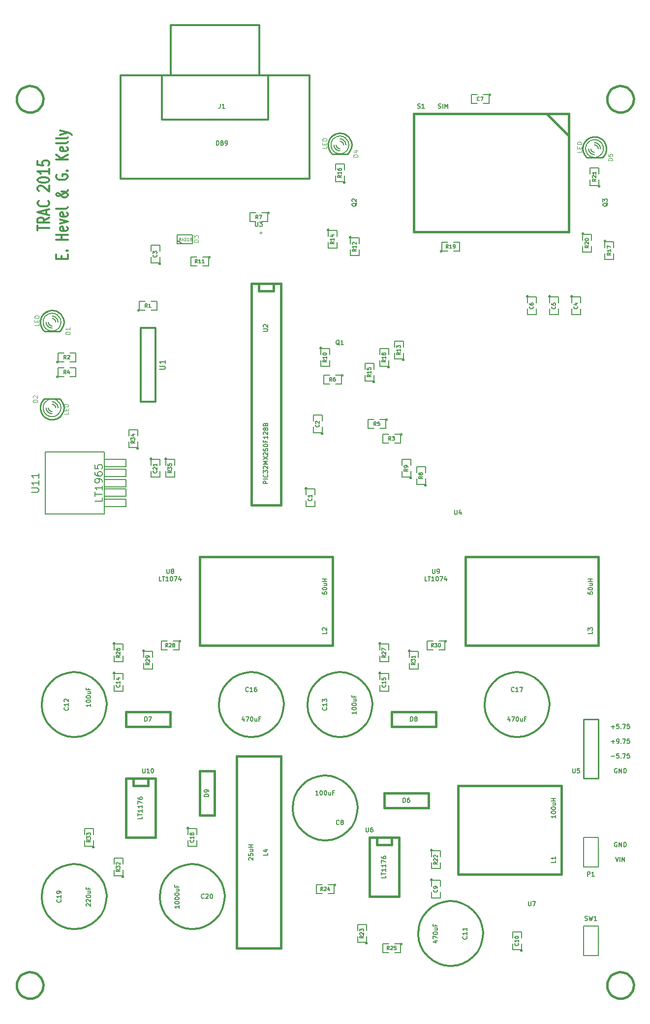
<source format=gto>
G04 (created by PCBNEW-RS274X (2011-05-25)-stable) date Sun 12 Apr 2015 08:25:34 PM CDT*
G01*
G70*
G90*
%MOIN*%
G04 Gerber Fmt 3.4, Leading zero omitted, Abs format*
%FSLAX34Y34*%
G04 APERTURE LIST*
%ADD10C,0.006000*%
%ADD11C,0.007500*%
%ADD12C,0.012000*%
%ADD13C,0.005000*%
%ADD14C,0.015000*%
%ADD15C,0.010000*%
%ADD16C,0.002000*%
%ADD17C,0.003000*%
%ADD18C,0.008000*%
%ADD19C,0.003500*%
G04 APERTURE END LIST*
G54D10*
G54D11*
X48772Y-65336D02*
X48743Y-65321D01*
X48700Y-65321D01*
X48657Y-65336D01*
X48629Y-65364D01*
X48614Y-65393D01*
X48600Y-65450D01*
X48600Y-65493D01*
X48614Y-65550D01*
X48629Y-65579D01*
X48657Y-65607D01*
X48700Y-65621D01*
X48729Y-65621D01*
X48772Y-65607D01*
X48786Y-65593D01*
X48786Y-65493D01*
X48729Y-65493D01*
X48914Y-65621D02*
X48914Y-65321D01*
X49086Y-65621D01*
X49086Y-65321D01*
X49228Y-65621D02*
X49228Y-65321D01*
X49300Y-65321D01*
X49343Y-65336D01*
X49371Y-65364D01*
X49386Y-65393D01*
X49400Y-65450D01*
X49400Y-65493D01*
X49386Y-65550D01*
X49371Y-65579D01*
X49343Y-65607D01*
X49300Y-65621D01*
X49228Y-65621D01*
X48672Y-66321D02*
X48772Y-66621D01*
X48872Y-66321D01*
X48971Y-66621D02*
X48971Y-66321D01*
X49114Y-66621D02*
X49114Y-66321D01*
X49286Y-66621D01*
X49286Y-66321D01*
X48772Y-60336D02*
X48743Y-60321D01*
X48700Y-60321D01*
X48657Y-60336D01*
X48629Y-60364D01*
X48614Y-60393D01*
X48600Y-60450D01*
X48600Y-60493D01*
X48614Y-60550D01*
X48629Y-60579D01*
X48657Y-60607D01*
X48700Y-60621D01*
X48729Y-60621D01*
X48772Y-60607D01*
X48786Y-60593D01*
X48786Y-60493D01*
X48729Y-60493D01*
X48914Y-60621D02*
X48914Y-60321D01*
X49086Y-60621D01*
X49086Y-60321D01*
X49228Y-60621D02*
X49228Y-60321D01*
X49300Y-60321D01*
X49343Y-60336D01*
X49371Y-60364D01*
X49386Y-60393D01*
X49400Y-60450D01*
X49400Y-60493D01*
X49386Y-60550D01*
X49371Y-60579D01*
X49343Y-60607D01*
X49300Y-60621D01*
X49228Y-60621D01*
X48385Y-59507D02*
X48614Y-59507D01*
X48899Y-59321D02*
X48756Y-59321D01*
X48742Y-59464D01*
X48756Y-59450D01*
X48785Y-59436D01*
X48856Y-59436D01*
X48885Y-59450D01*
X48899Y-59464D01*
X48914Y-59493D01*
X48914Y-59564D01*
X48899Y-59593D01*
X48885Y-59607D01*
X48856Y-59621D01*
X48785Y-59621D01*
X48756Y-59607D01*
X48742Y-59593D01*
X49042Y-59593D02*
X49057Y-59607D01*
X49042Y-59621D01*
X49028Y-59607D01*
X49042Y-59593D01*
X49042Y-59621D01*
X49157Y-59321D02*
X49357Y-59321D01*
X49228Y-59621D01*
X49614Y-59321D02*
X49471Y-59321D01*
X49457Y-59464D01*
X49471Y-59450D01*
X49500Y-59436D01*
X49571Y-59436D01*
X49600Y-59450D01*
X49614Y-59464D01*
X49629Y-59493D01*
X49629Y-59564D01*
X49614Y-59593D01*
X49600Y-59607D01*
X49571Y-59621D01*
X49500Y-59621D01*
X49471Y-59607D01*
X49457Y-59593D01*
X48385Y-58507D02*
X48614Y-58507D01*
X48500Y-58621D02*
X48500Y-58393D01*
X48771Y-58621D02*
X48828Y-58621D01*
X48856Y-58607D01*
X48871Y-58593D01*
X48899Y-58550D01*
X48914Y-58493D01*
X48914Y-58379D01*
X48899Y-58350D01*
X48885Y-58336D01*
X48856Y-58321D01*
X48799Y-58321D01*
X48771Y-58336D01*
X48756Y-58350D01*
X48742Y-58379D01*
X48742Y-58450D01*
X48756Y-58479D01*
X48771Y-58493D01*
X48799Y-58507D01*
X48856Y-58507D01*
X48885Y-58493D01*
X48899Y-58479D01*
X48914Y-58450D01*
X49042Y-58593D02*
X49057Y-58607D01*
X49042Y-58621D01*
X49028Y-58607D01*
X49042Y-58593D01*
X49042Y-58621D01*
X49157Y-58321D02*
X49357Y-58321D01*
X49228Y-58621D01*
X49614Y-58321D02*
X49471Y-58321D01*
X49457Y-58464D01*
X49471Y-58450D01*
X49500Y-58436D01*
X49571Y-58436D01*
X49600Y-58450D01*
X49614Y-58464D01*
X49629Y-58493D01*
X49629Y-58564D01*
X49614Y-58593D01*
X49600Y-58607D01*
X49571Y-58621D01*
X49500Y-58621D01*
X49471Y-58607D01*
X49457Y-58593D01*
X48385Y-57507D02*
X48614Y-57507D01*
X48500Y-57621D02*
X48500Y-57393D01*
X48899Y-57321D02*
X48756Y-57321D01*
X48742Y-57464D01*
X48756Y-57450D01*
X48785Y-57436D01*
X48856Y-57436D01*
X48885Y-57450D01*
X48899Y-57464D01*
X48914Y-57493D01*
X48914Y-57564D01*
X48899Y-57593D01*
X48885Y-57607D01*
X48856Y-57621D01*
X48785Y-57621D01*
X48756Y-57607D01*
X48742Y-57593D01*
X49042Y-57593D02*
X49057Y-57607D01*
X49042Y-57621D01*
X49028Y-57607D01*
X49042Y-57593D01*
X49042Y-57621D01*
X49157Y-57321D02*
X49357Y-57321D01*
X49228Y-57621D01*
X49614Y-57321D02*
X49471Y-57321D01*
X49457Y-57464D01*
X49471Y-57450D01*
X49500Y-57436D01*
X49571Y-57436D01*
X49600Y-57450D01*
X49614Y-57464D01*
X49629Y-57493D01*
X49629Y-57564D01*
X49614Y-57593D01*
X49600Y-57607D01*
X49571Y-57621D01*
X49500Y-57621D01*
X49471Y-57607D01*
X49457Y-57593D01*
G54D12*
X09524Y-23899D02*
X09524Y-23556D01*
X10324Y-23727D02*
X09524Y-23727D01*
X10324Y-23013D02*
X09943Y-23213D01*
X10324Y-23356D02*
X09524Y-23356D01*
X09524Y-23128D01*
X09562Y-23070D01*
X09600Y-23042D01*
X09676Y-23013D01*
X09790Y-23013D01*
X09867Y-23042D01*
X09905Y-23070D01*
X09943Y-23128D01*
X09943Y-23356D01*
X10095Y-22785D02*
X10095Y-22499D01*
X10324Y-22842D02*
X09524Y-22642D01*
X10324Y-22442D01*
X10248Y-21899D02*
X10286Y-21928D01*
X10324Y-22014D01*
X10324Y-22071D01*
X10286Y-22156D01*
X10210Y-22214D01*
X10133Y-22242D01*
X09981Y-22271D01*
X09867Y-22271D01*
X09714Y-22242D01*
X09638Y-22214D01*
X09562Y-22156D01*
X09524Y-22071D01*
X09524Y-22014D01*
X09562Y-21928D01*
X09600Y-21899D01*
X09600Y-21214D02*
X09562Y-21185D01*
X09524Y-21128D01*
X09524Y-20985D01*
X09562Y-20928D01*
X09600Y-20899D01*
X09676Y-20871D01*
X09752Y-20871D01*
X09867Y-20899D01*
X10324Y-21242D01*
X10324Y-20871D01*
X09524Y-20500D02*
X09524Y-20443D01*
X09562Y-20386D01*
X09600Y-20357D01*
X09676Y-20328D01*
X09829Y-20300D01*
X10019Y-20300D01*
X10171Y-20328D01*
X10248Y-20357D01*
X10286Y-20386D01*
X10324Y-20443D01*
X10324Y-20500D01*
X10286Y-20557D01*
X10248Y-20586D01*
X10171Y-20614D01*
X10019Y-20643D01*
X09829Y-20643D01*
X09676Y-20614D01*
X09600Y-20586D01*
X09562Y-20557D01*
X09524Y-20500D01*
X10324Y-19729D02*
X10324Y-20072D01*
X10324Y-19900D02*
X09524Y-19900D01*
X09638Y-19957D01*
X09714Y-20015D01*
X09752Y-20072D01*
X09524Y-19186D02*
X09524Y-19472D01*
X09905Y-19501D01*
X09867Y-19472D01*
X09829Y-19415D01*
X09829Y-19272D01*
X09867Y-19215D01*
X09905Y-19186D01*
X09981Y-19158D01*
X10171Y-19158D01*
X10248Y-19186D01*
X10286Y-19215D01*
X10324Y-19272D01*
X10324Y-19415D01*
X10286Y-19472D01*
X10248Y-19501D01*
X11145Y-25813D02*
X11145Y-25613D01*
X11564Y-25527D02*
X11564Y-25813D01*
X10764Y-25813D01*
X10764Y-25527D01*
X11488Y-25270D02*
X11526Y-25242D01*
X11564Y-25270D01*
X11526Y-25299D01*
X11488Y-25270D01*
X11564Y-25270D01*
X11564Y-24527D02*
X10764Y-24527D01*
X11145Y-24527D02*
X11145Y-24184D01*
X11564Y-24184D02*
X10764Y-24184D01*
X11526Y-23670D02*
X11564Y-23727D01*
X11564Y-23841D01*
X11526Y-23898D01*
X11450Y-23927D01*
X11145Y-23927D01*
X11069Y-23898D01*
X11030Y-23841D01*
X11030Y-23727D01*
X11069Y-23670D01*
X11145Y-23641D01*
X11221Y-23641D01*
X11297Y-23927D01*
X11030Y-23441D02*
X11564Y-23298D01*
X11030Y-23156D01*
X11526Y-22699D02*
X11564Y-22756D01*
X11564Y-22870D01*
X11526Y-22927D01*
X11450Y-22956D01*
X11145Y-22956D01*
X11069Y-22927D01*
X11030Y-22870D01*
X11030Y-22756D01*
X11069Y-22699D01*
X11145Y-22670D01*
X11221Y-22670D01*
X11297Y-22956D01*
X11564Y-22327D02*
X11526Y-22385D01*
X11450Y-22413D01*
X10764Y-22413D01*
X11564Y-21156D02*
X11564Y-21185D01*
X11526Y-21242D01*
X11411Y-21328D01*
X11183Y-21471D01*
X11069Y-21528D01*
X10954Y-21556D01*
X10878Y-21556D01*
X10802Y-21528D01*
X10764Y-21471D01*
X10764Y-21442D01*
X10802Y-21385D01*
X10878Y-21356D01*
X10916Y-21356D01*
X10992Y-21385D01*
X11030Y-21414D01*
X11183Y-21585D01*
X11221Y-21614D01*
X11297Y-21642D01*
X11411Y-21642D01*
X11488Y-21614D01*
X11526Y-21585D01*
X11564Y-21528D01*
X11564Y-21442D01*
X11526Y-21385D01*
X11488Y-21356D01*
X11335Y-21271D01*
X11221Y-21242D01*
X11145Y-21242D01*
X10802Y-20128D02*
X10764Y-20185D01*
X10764Y-20271D01*
X10802Y-20356D01*
X10878Y-20414D01*
X10954Y-20442D01*
X11107Y-20471D01*
X11221Y-20471D01*
X11373Y-20442D01*
X11450Y-20414D01*
X11526Y-20356D01*
X11564Y-20271D01*
X11564Y-20214D01*
X11526Y-20128D01*
X11488Y-20099D01*
X11221Y-20099D01*
X11221Y-20214D01*
X11488Y-19842D02*
X11526Y-19814D01*
X11564Y-19842D01*
X11526Y-19871D01*
X11488Y-19842D01*
X11564Y-19842D01*
X11564Y-19099D02*
X10764Y-19099D01*
X11564Y-18756D02*
X11107Y-19013D01*
X10764Y-18756D02*
X11221Y-19099D01*
X11526Y-18271D02*
X11564Y-18328D01*
X11564Y-18442D01*
X11526Y-18499D01*
X11450Y-18528D01*
X11145Y-18528D01*
X11069Y-18499D01*
X11030Y-18442D01*
X11030Y-18328D01*
X11069Y-18271D01*
X11145Y-18242D01*
X11221Y-18242D01*
X11297Y-18528D01*
X11564Y-17899D02*
X11526Y-17957D01*
X11450Y-17985D01*
X10764Y-17985D01*
X11564Y-17585D02*
X11526Y-17643D01*
X11450Y-17671D01*
X10764Y-17671D01*
X11030Y-17414D02*
X11564Y-17271D01*
X11030Y-17129D02*
X11564Y-17271D01*
X11754Y-17329D01*
X11792Y-17357D01*
X11830Y-17414D01*
G54D13*
X19300Y-24800D02*
X19000Y-24600D01*
X20000Y-24800D02*
X18975Y-24800D01*
X18975Y-24800D02*
X18975Y-24200D01*
X18975Y-24200D02*
X20000Y-24200D01*
X20000Y-24200D02*
X20000Y-24800D01*
X25200Y-22700D02*
X25199Y-22709D01*
X25196Y-22719D01*
X25191Y-22727D01*
X25185Y-22735D01*
X25177Y-22741D01*
X25169Y-22746D01*
X25160Y-22748D01*
X25150Y-22749D01*
X25141Y-22749D01*
X25132Y-22746D01*
X25123Y-22741D01*
X25116Y-22735D01*
X25109Y-22728D01*
X25105Y-22719D01*
X25102Y-22710D01*
X25101Y-22700D01*
X25101Y-22691D01*
X25104Y-22682D01*
X25108Y-22673D01*
X25115Y-22666D01*
X25122Y-22659D01*
X25130Y-22655D01*
X25140Y-22652D01*
X25149Y-22651D01*
X25158Y-22651D01*
X25168Y-22654D01*
X25176Y-22658D01*
X25184Y-22664D01*
X25190Y-22672D01*
X25195Y-22680D01*
X25198Y-22689D01*
X25199Y-22699D01*
X25200Y-22700D01*
X24700Y-22700D02*
X25100Y-22700D01*
X25100Y-22700D02*
X25100Y-23300D01*
X25100Y-23300D02*
X24700Y-23300D01*
X24300Y-23300D02*
X23900Y-23300D01*
X23900Y-23300D02*
X23900Y-22700D01*
X23900Y-22700D02*
X24300Y-22700D01*
X30350Y-20650D02*
X30349Y-20659D01*
X30346Y-20669D01*
X30341Y-20677D01*
X30335Y-20685D01*
X30327Y-20691D01*
X30319Y-20696D01*
X30310Y-20698D01*
X30300Y-20699D01*
X30291Y-20699D01*
X30282Y-20696D01*
X30273Y-20691D01*
X30266Y-20685D01*
X30259Y-20678D01*
X30255Y-20669D01*
X30252Y-20660D01*
X30251Y-20650D01*
X30251Y-20641D01*
X30254Y-20632D01*
X30258Y-20623D01*
X30265Y-20616D01*
X30272Y-20609D01*
X30280Y-20605D01*
X30290Y-20602D01*
X30299Y-20601D01*
X30308Y-20601D01*
X30318Y-20604D01*
X30326Y-20608D01*
X30334Y-20614D01*
X30340Y-20622D01*
X30345Y-20630D01*
X30348Y-20639D01*
X30349Y-20649D01*
X30350Y-20650D01*
X30300Y-20200D02*
X30300Y-20600D01*
X30300Y-20600D02*
X29700Y-20600D01*
X29700Y-20600D02*
X29700Y-20200D01*
X29700Y-19800D02*
X29700Y-19400D01*
X29700Y-19400D02*
X30300Y-19400D01*
X30300Y-19400D02*
X30300Y-19800D01*
X32350Y-34150D02*
X32349Y-34159D01*
X32346Y-34169D01*
X32341Y-34177D01*
X32335Y-34185D01*
X32327Y-34191D01*
X32319Y-34196D01*
X32310Y-34198D01*
X32300Y-34199D01*
X32291Y-34199D01*
X32282Y-34196D01*
X32273Y-34191D01*
X32266Y-34185D01*
X32259Y-34178D01*
X32255Y-34169D01*
X32252Y-34160D01*
X32251Y-34150D01*
X32251Y-34141D01*
X32254Y-34132D01*
X32258Y-34123D01*
X32265Y-34116D01*
X32272Y-34109D01*
X32280Y-34105D01*
X32290Y-34102D01*
X32299Y-34101D01*
X32308Y-34101D01*
X32318Y-34104D01*
X32326Y-34108D01*
X32334Y-34114D01*
X32340Y-34122D01*
X32345Y-34130D01*
X32348Y-34139D01*
X32349Y-34149D01*
X32350Y-34150D01*
X32300Y-33700D02*
X32300Y-34100D01*
X32300Y-34100D02*
X31700Y-34100D01*
X31700Y-34100D02*
X31700Y-33700D01*
X31700Y-33300D02*
X31700Y-32900D01*
X31700Y-32900D02*
X32300Y-32900D01*
X32300Y-32900D02*
X32300Y-33300D01*
X29250Y-23850D02*
X29249Y-23859D01*
X29246Y-23869D01*
X29241Y-23877D01*
X29235Y-23885D01*
X29227Y-23891D01*
X29219Y-23896D01*
X29210Y-23898D01*
X29200Y-23899D01*
X29191Y-23899D01*
X29182Y-23896D01*
X29173Y-23891D01*
X29166Y-23885D01*
X29159Y-23878D01*
X29155Y-23869D01*
X29152Y-23860D01*
X29151Y-23850D01*
X29151Y-23841D01*
X29154Y-23832D01*
X29158Y-23823D01*
X29165Y-23816D01*
X29172Y-23809D01*
X29180Y-23805D01*
X29190Y-23802D01*
X29199Y-23801D01*
X29208Y-23801D01*
X29218Y-23804D01*
X29226Y-23808D01*
X29234Y-23814D01*
X29240Y-23822D01*
X29245Y-23830D01*
X29248Y-23839D01*
X29249Y-23849D01*
X29250Y-23850D01*
X29200Y-24300D02*
X29200Y-23900D01*
X29200Y-23900D02*
X29800Y-23900D01*
X29800Y-23900D02*
X29800Y-24300D01*
X29800Y-24700D02*
X29800Y-25100D01*
X29800Y-25100D02*
X29200Y-25100D01*
X29200Y-25100D02*
X29200Y-24700D01*
X34350Y-32650D02*
X34349Y-32659D01*
X34346Y-32669D01*
X34341Y-32677D01*
X34335Y-32685D01*
X34327Y-32691D01*
X34319Y-32696D01*
X34310Y-32698D01*
X34300Y-32699D01*
X34291Y-32699D01*
X34282Y-32696D01*
X34273Y-32691D01*
X34266Y-32685D01*
X34259Y-32678D01*
X34255Y-32669D01*
X34252Y-32660D01*
X34251Y-32650D01*
X34251Y-32641D01*
X34254Y-32632D01*
X34258Y-32623D01*
X34265Y-32616D01*
X34272Y-32609D01*
X34280Y-32605D01*
X34290Y-32602D01*
X34299Y-32601D01*
X34308Y-32601D01*
X34318Y-32604D01*
X34326Y-32608D01*
X34334Y-32614D01*
X34340Y-32622D01*
X34345Y-32630D01*
X34348Y-32639D01*
X34349Y-32649D01*
X34350Y-32650D01*
X34300Y-32200D02*
X34300Y-32600D01*
X34300Y-32600D02*
X33700Y-32600D01*
X33700Y-32600D02*
X33700Y-32200D01*
X33700Y-31800D02*
X33700Y-31400D01*
X33700Y-31400D02*
X34300Y-31400D01*
X34300Y-31400D02*
X34300Y-31800D01*
X30750Y-24350D02*
X30749Y-24359D01*
X30746Y-24369D01*
X30741Y-24377D01*
X30735Y-24385D01*
X30727Y-24391D01*
X30719Y-24396D01*
X30710Y-24398D01*
X30700Y-24399D01*
X30691Y-24399D01*
X30682Y-24396D01*
X30673Y-24391D01*
X30666Y-24385D01*
X30659Y-24378D01*
X30655Y-24369D01*
X30652Y-24360D01*
X30651Y-24350D01*
X30651Y-24341D01*
X30654Y-24332D01*
X30658Y-24323D01*
X30665Y-24316D01*
X30672Y-24309D01*
X30680Y-24305D01*
X30690Y-24302D01*
X30699Y-24301D01*
X30708Y-24301D01*
X30718Y-24304D01*
X30726Y-24308D01*
X30734Y-24314D01*
X30740Y-24322D01*
X30745Y-24330D01*
X30748Y-24339D01*
X30749Y-24349D01*
X30750Y-24350D01*
X30700Y-24800D02*
X30700Y-24400D01*
X30700Y-24400D02*
X31300Y-24400D01*
X31300Y-24400D02*
X31300Y-24800D01*
X31300Y-25200D02*
X31300Y-25600D01*
X31300Y-25600D02*
X30700Y-25600D01*
X30700Y-25600D02*
X30700Y-25200D01*
X21200Y-25700D02*
X21199Y-25709D01*
X21196Y-25719D01*
X21191Y-25727D01*
X21185Y-25735D01*
X21177Y-25741D01*
X21169Y-25746D01*
X21160Y-25748D01*
X21150Y-25749D01*
X21141Y-25749D01*
X21132Y-25746D01*
X21123Y-25741D01*
X21116Y-25735D01*
X21109Y-25728D01*
X21105Y-25719D01*
X21102Y-25710D01*
X21101Y-25700D01*
X21101Y-25691D01*
X21104Y-25682D01*
X21108Y-25673D01*
X21115Y-25666D01*
X21122Y-25659D01*
X21130Y-25655D01*
X21140Y-25652D01*
X21149Y-25651D01*
X21158Y-25651D01*
X21168Y-25654D01*
X21176Y-25658D01*
X21184Y-25664D01*
X21190Y-25672D01*
X21195Y-25680D01*
X21198Y-25689D01*
X21199Y-25699D01*
X21200Y-25700D01*
X20700Y-25700D02*
X21100Y-25700D01*
X21100Y-25700D02*
X21100Y-26300D01*
X21100Y-26300D02*
X20700Y-26300D01*
X20300Y-26300D02*
X19900Y-26300D01*
X19900Y-26300D02*
X19900Y-25700D01*
X19900Y-25700D02*
X20300Y-25700D01*
X28750Y-31850D02*
X28749Y-31859D01*
X28746Y-31869D01*
X28741Y-31877D01*
X28735Y-31885D01*
X28727Y-31891D01*
X28719Y-31896D01*
X28710Y-31898D01*
X28700Y-31899D01*
X28691Y-31899D01*
X28682Y-31896D01*
X28673Y-31891D01*
X28666Y-31885D01*
X28659Y-31878D01*
X28655Y-31869D01*
X28652Y-31860D01*
X28651Y-31850D01*
X28651Y-31841D01*
X28654Y-31832D01*
X28658Y-31823D01*
X28665Y-31816D01*
X28672Y-31809D01*
X28680Y-31805D01*
X28690Y-31802D01*
X28699Y-31801D01*
X28708Y-31801D01*
X28718Y-31804D01*
X28726Y-31808D01*
X28734Y-31814D01*
X28740Y-31822D01*
X28745Y-31830D01*
X28748Y-31839D01*
X28749Y-31849D01*
X28750Y-31850D01*
X28700Y-32300D02*
X28700Y-31900D01*
X28700Y-31900D02*
X29300Y-31900D01*
X29300Y-31900D02*
X29300Y-32300D01*
X29300Y-32700D02*
X29300Y-33100D01*
X29300Y-33100D02*
X28700Y-33100D01*
X28700Y-33100D02*
X28700Y-32700D01*
X34850Y-40650D02*
X34849Y-40659D01*
X34846Y-40669D01*
X34841Y-40677D01*
X34835Y-40685D01*
X34827Y-40691D01*
X34819Y-40696D01*
X34810Y-40698D01*
X34800Y-40699D01*
X34791Y-40699D01*
X34782Y-40696D01*
X34773Y-40691D01*
X34766Y-40685D01*
X34759Y-40678D01*
X34755Y-40669D01*
X34752Y-40660D01*
X34751Y-40650D01*
X34751Y-40641D01*
X34754Y-40632D01*
X34758Y-40623D01*
X34765Y-40616D01*
X34772Y-40609D01*
X34780Y-40605D01*
X34790Y-40602D01*
X34799Y-40601D01*
X34808Y-40601D01*
X34818Y-40604D01*
X34826Y-40608D01*
X34834Y-40614D01*
X34840Y-40622D01*
X34845Y-40630D01*
X34848Y-40639D01*
X34849Y-40649D01*
X34850Y-40650D01*
X34800Y-40200D02*
X34800Y-40600D01*
X34800Y-40600D02*
X34200Y-40600D01*
X34200Y-40600D02*
X34200Y-40200D01*
X34200Y-39800D02*
X34200Y-39400D01*
X34200Y-39400D02*
X34800Y-39400D01*
X34800Y-39400D02*
X34800Y-39800D01*
X35850Y-41150D02*
X35849Y-41159D01*
X35846Y-41169D01*
X35841Y-41177D01*
X35835Y-41185D01*
X35827Y-41191D01*
X35819Y-41196D01*
X35810Y-41198D01*
X35800Y-41199D01*
X35791Y-41199D01*
X35782Y-41196D01*
X35773Y-41191D01*
X35766Y-41185D01*
X35759Y-41178D01*
X35755Y-41169D01*
X35752Y-41160D01*
X35751Y-41150D01*
X35751Y-41141D01*
X35754Y-41132D01*
X35758Y-41123D01*
X35765Y-41116D01*
X35772Y-41109D01*
X35780Y-41105D01*
X35790Y-41102D01*
X35799Y-41101D01*
X35808Y-41101D01*
X35818Y-41104D01*
X35826Y-41108D01*
X35834Y-41114D01*
X35840Y-41122D01*
X35845Y-41130D01*
X35848Y-41139D01*
X35849Y-41149D01*
X35850Y-41150D01*
X35800Y-40700D02*
X35800Y-41100D01*
X35800Y-41100D02*
X35200Y-41100D01*
X35200Y-41100D02*
X35200Y-40700D01*
X35200Y-40300D02*
X35200Y-39900D01*
X35200Y-39900D02*
X35800Y-39900D01*
X35800Y-39900D02*
X35800Y-40300D01*
X33350Y-33150D02*
X33349Y-33159D01*
X33346Y-33169D01*
X33341Y-33177D01*
X33335Y-33185D01*
X33327Y-33191D01*
X33319Y-33196D01*
X33310Y-33198D01*
X33300Y-33199D01*
X33291Y-33199D01*
X33282Y-33196D01*
X33273Y-33191D01*
X33266Y-33185D01*
X33259Y-33178D01*
X33255Y-33169D01*
X33252Y-33160D01*
X33251Y-33150D01*
X33251Y-33141D01*
X33254Y-33132D01*
X33258Y-33123D01*
X33265Y-33116D01*
X33272Y-33109D01*
X33280Y-33105D01*
X33290Y-33102D01*
X33299Y-33101D01*
X33308Y-33101D01*
X33318Y-33104D01*
X33326Y-33108D01*
X33334Y-33114D01*
X33340Y-33122D01*
X33345Y-33130D01*
X33348Y-33139D01*
X33349Y-33149D01*
X33350Y-33150D01*
X33300Y-32700D02*
X33300Y-33100D01*
X33300Y-33100D02*
X32700Y-33100D01*
X32700Y-33100D02*
X32700Y-32700D01*
X32700Y-32300D02*
X32700Y-31900D01*
X32700Y-31900D02*
X33300Y-31900D01*
X33300Y-31900D02*
X33300Y-32300D01*
X30200Y-33700D02*
X30199Y-33709D01*
X30196Y-33719D01*
X30191Y-33727D01*
X30185Y-33735D01*
X30177Y-33741D01*
X30169Y-33746D01*
X30160Y-33748D01*
X30150Y-33749D01*
X30141Y-33749D01*
X30132Y-33746D01*
X30123Y-33741D01*
X30116Y-33735D01*
X30109Y-33728D01*
X30105Y-33719D01*
X30102Y-33710D01*
X30101Y-33700D01*
X30101Y-33691D01*
X30104Y-33682D01*
X30108Y-33673D01*
X30115Y-33666D01*
X30122Y-33659D01*
X30130Y-33655D01*
X30140Y-33652D01*
X30149Y-33651D01*
X30158Y-33651D01*
X30168Y-33654D01*
X30176Y-33658D01*
X30184Y-33664D01*
X30190Y-33672D01*
X30195Y-33680D01*
X30198Y-33689D01*
X30199Y-33699D01*
X30200Y-33700D01*
X29700Y-33700D02*
X30100Y-33700D01*
X30100Y-33700D02*
X30100Y-34300D01*
X30100Y-34300D02*
X29700Y-34300D01*
X29300Y-34300D02*
X28900Y-34300D01*
X28900Y-34300D02*
X28900Y-33700D01*
X28900Y-33700D02*
X29300Y-33700D01*
X33200Y-36700D02*
X33199Y-36709D01*
X33196Y-36719D01*
X33191Y-36727D01*
X33185Y-36735D01*
X33177Y-36741D01*
X33169Y-36746D01*
X33160Y-36748D01*
X33150Y-36749D01*
X33141Y-36749D01*
X33132Y-36746D01*
X33123Y-36741D01*
X33116Y-36735D01*
X33109Y-36728D01*
X33105Y-36719D01*
X33102Y-36710D01*
X33101Y-36700D01*
X33101Y-36691D01*
X33104Y-36682D01*
X33108Y-36673D01*
X33115Y-36666D01*
X33122Y-36659D01*
X33130Y-36655D01*
X33140Y-36652D01*
X33149Y-36651D01*
X33158Y-36651D01*
X33168Y-36654D01*
X33176Y-36658D01*
X33184Y-36664D01*
X33190Y-36672D01*
X33195Y-36680D01*
X33198Y-36689D01*
X33199Y-36699D01*
X33200Y-36700D01*
X32700Y-36700D02*
X33100Y-36700D01*
X33100Y-36700D02*
X33100Y-37300D01*
X33100Y-37300D02*
X32700Y-37300D01*
X32300Y-37300D02*
X31900Y-37300D01*
X31900Y-37300D02*
X31900Y-36700D01*
X31900Y-36700D02*
X32300Y-36700D01*
X10900Y-33800D02*
X10899Y-33809D01*
X10896Y-33819D01*
X10891Y-33827D01*
X10885Y-33835D01*
X10877Y-33841D01*
X10869Y-33846D01*
X10860Y-33848D01*
X10850Y-33849D01*
X10841Y-33849D01*
X10832Y-33846D01*
X10823Y-33841D01*
X10816Y-33835D01*
X10809Y-33828D01*
X10805Y-33819D01*
X10802Y-33810D01*
X10801Y-33800D01*
X10801Y-33791D01*
X10804Y-33782D01*
X10808Y-33773D01*
X10815Y-33766D01*
X10822Y-33759D01*
X10830Y-33755D01*
X10840Y-33752D01*
X10849Y-33751D01*
X10858Y-33751D01*
X10868Y-33754D01*
X10876Y-33758D01*
X10884Y-33764D01*
X10890Y-33772D01*
X10895Y-33780D01*
X10898Y-33789D01*
X10899Y-33799D01*
X10900Y-33800D01*
X11300Y-33800D02*
X10900Y-33800D01*
X10900Y-33800D02*
X10900Y-33200D01*
X10900Y-33200D02*
X11300Y-33200D01*
X11700Y-33200D02*
X12100Y-33200D01*
X12100Y-33200D02*
X12100Y-33800D01*
X12100Y-33800D02*
X11700Y-33800D01*
X34200Y-37700D02*
X34199Y-37709D01*
X34196Y-37719D01*
X34191Y-37727D01*
X34185Y-37735D01*
X34177Y-37741D01*
X34169Y-37746D01*
X34160Y-37748D01*
X34150Y-37749D01*
X34141Y-37749D01*
X34132Y-37746D01*
X34123Y-37741D01*
X34116Y-37735D01*
X34109Y-37728D01*
X34105Y-37719D01*
X34102Y-37710D01*
X34101Y-37700D01*
X34101Y-37691D01*
X34104Y-37682D01*
X34108Y-37673D01*
X34115Y-37666D01*
X34122Y-37659D01*
X34130Y-37655D01*
X34140Y-37652D01*
X34149Y-37651D01*
X34158Y-37651D01*
X34168Y-37654D01*
X34176Y-37658D01*
X34184Y-37664D01*
X34190Y-37672D01*
X34195Y-37680D01*
X34198Y-37689D01*
X34199Y-37699D01*
X34200Y-37700D01*
X33700Y-37700D02*
X34100Y-37700D01*
X34100Y-37700D02*
X34100Y-38300D01*
X34100Y-38300D02*
X33700Y-38300D01*
X33300Y-38300D02*
X32900Y-38300D01*
X32900Y-38300D02*
X32900Y-37700D01*
X32900Y-37700D02*
X33300Y-37700D01*
X14750Y-51850D02*
X14749Y-51859D01*
X14746Y-51869D01*
X14741Y-51877D01*
X14735Y-51885D01*
X14727Y-51891D01*
X14719Y-51896D01*
X14710Y-51898D01*
X14700Y-51899D01*
X14691Y-51899D01*
X14682Y-51896D01*
X14673Y-51891D01*
X14666Y-51885D01*
X14659Y-51878D01*
X14655Y-51869D01*
X14652Y-51860D01*
X14651Y-51850D01*
X14651Y-51841D01*
X14654Y-51832D01*
X14658Y-51823D01*
X14665Y-51816D01*
X14672Y-51809D01*
X14680Y-51805D01*
X14690Y-51802D01*
X14699Y-51801D01*
X14708Y-51801D01*
X14718Y-51804D01*
X14726Y-51808D01*
X14734Y-51814D01*
X14740Y-51822D01*
X14745Y-51830D01*
X14748Y-51839D01*
X14749Y-51849D01*
X14750Y-51850D01*
X14700Y-52300D02*
X14700Y-51900D01*
X14700Y-51900D02*
X15300Y-51900D01*
X15300Y-51900D02*
X15300Y-52300D01*
X15300Y-52700D02*
X15300Y-53100D01*
X15300Y-53100D02*
X14700Y-53100D01*
X14700Y-53100D02*
X14700Y-52700D01*
X18250Y-39350D02*
X18249Y-39359D01*
X18246Y-39369D01*
X18241Y-39377D01*
X18235Y-39385D01*
X18227Y-39391D01*
X18219Y-39396D01*
X18210Y-39398D01*
X18200Y-39399D01*
X18191Y-39399D01*
X18182Y-39396D01*
X18173Y-39391D01*
X18166Y-39385D01*
X18159Y-39378D01*
X18155Y-39369D01*
X18152Y-39360D01*
X18151Y-39350D01*
X18151Y-39341D01*
X18154Y-39332D01*
X18158Y-39323D01*
X18165Y-39316D01*
X18172Y-39309D01*
X18180Y-39305D01*
X18190Y-39302D01*
X18199Y-39301D01*
X18208Y-39301D01*
X18218Y-39304D01*
X18226Y-39308D01*
X18234Y-39314D01*
X18240Y-39322D01*
X18245Y-39330D01*
X18248Y-39339D01*
X18249Y-39349D01*
X18250Y-39350D01*
X18200Y-39800D02*
X18200Y-39400D01*
X18200Y-39400D02*
X18800Y-39400D01*
X18800Y-39400D02*
X18800Y-39800D01*
X18800Y-40200D02*
X18800Y-40600D01*
X18800Y-40600D02*
X18200Y-40600D01*
X18200Y-40600D02*
X18200Y-40200D01*
X16350Y-38650D02*
X16349Y-38659D01*
X16346Y-38669D01*
X16341Y-38677D01*
X16335Y-38685D01*
X16327Y-38691D01*
X16319Y-38696D01*
X16310Y-38698D01*
X16300Y-38699D01*
X16291Y-38699D01*
X16282Y-38696D01*
X16273Y-38691D01*
X16266Y-38685D01*
X16259Y-38678D01*
X16255Y-38669D01*
X16252Y-38660D01*
X16251Y-38650D01*
X16251Y-38641D01*
X16254Y-38632D01*
X16258Y-38623D01*
X16265Y-38616D01*
X16272Y-38609D01*
X16280Y-38605D01*
X16290Y-38602D01*
X16299Y-38601D01*
X16308Y-38601D01*
X16318Y-38604D01*
X16326Y-38608D01*
X16334Y-38614D01*
X16340Y-38622D01*
X16345Y-38630D01*
X16348Y-38639D01*
X16349Y-38649D01*
X16350Y-38650D01*
X16300Y-38200D02*
X16300Y-38600D01*
X16300Y-38600D02*
X15700Y-38600D01*
X15700Y-38600D02*
X15700Y-38200D01*
X15700Y-37800D02*
X15700Y-37400D01*
X15700Y-37400D02*
X16300Y-37400D01*
X16300Y-37400D02*
X16300Y-37800D01*
X13350Y-65650D02*
X13349Y-65659D01*
X13346Y-65669D01*
X13341Y-65677D01*
X13335Y-65685D01*
X13327Y-65691D01*
X13319Y-65696D01*
X13310Y-65698D01*
X13300Y-65699D01*
X13291Y-65699D01*
X13282Y-65696D01*
X13273Y-65691D01*
X13266Y-65685D01*
X13259Y-65678D01*
X13255Y-65669D01*
X13252Y-65660D01*
X13251Y-65650D01*
X13251Y-65641D01*
X13254Y-65632D01*
X13258Y-65623D01*
X13265Y-65616D01*
X13272Y-65609D01*
X13280Y-65605D01*
X13290Y-65602D01*
X13299Y-65601D01*
X13308Y-65601D01*
X13318Y-65604D01*
X13326Y-65608D01*
X13334Y-65614D01*
X13340Y-65622D01*
X13345Y-65630D01*
X13348Y-65639D01*
X13349Y-65649D01*
X13350Y-65650D01*
X13300Y-65200D02*
X13300Y-65600D01*
X13300Y-65600D02*
X12700Y-65600D01*
X12700Y-65600D02*
X12700Y-65200D01*
X12700Y-64800D02*
X12700Y-64400D01*
X12700Y-64400D02*
X13300Y-64400D01*
X13300Y-64400D02*
X13300Y-64800D01*
X15350Y-67650D02*
X15349Y-67659D01*
X15346Y-67669D01*
X15341Y-67677D01*
X15335Y-67685D01*
X15327Y-67691D01*
X15319Y-67696D01*
X15310Y-67698D01*
X15300Y-67699D01*
X15291Y-67699D01*
X15282Y-67696D01*
X15273Y-67691D01*
X15266Y-67685D01*
X15259Y-67678D01*
X15255Y-67669D01*
X15252Y-67660D01*
X15251Y-67650D01*
X15251Y-67641D01*
X15254Y-67632D01*
X15258Y-67623D01*
X15265Y-67616D01*
X15272Y-67609D01*
X15280Y-67605D01*
X15290Y-67602D01*
X15299Y-67601D01*
X15308Y-67601D01*
X15318Y-67604D01*
X15326Y-67608D01*
X15334Y-67614D01*
X15340Y-67622D01*
X15345Y-67630D01*
X15348Y-67639D01*
X15349Y-67649D01*
X15350Y-67650D01*
X15300Y-67200D02*
X15300Y-67600D01*
X15300Y-67600D02*
X14700Y-67600D01*
X14700Y-67600D02*
X14700Y-67200D01*
X14700Y-66800D02*
X14700Y-66400D01*
X14700Y-66400D02*
X15300Y-66400D01*
X15300Y-66400D02*
X15300Y-66800D01*
X34750Y-52350D02*
X34749Y-52359D01*
X34746Y-52369D01*
X34741Y-52377D01*
X34735Y-52385D01*
X34727Y-52391D01*
X34719Y-52396D01*
X34710Y-52398D01*
X34700Y-52399D01*
X34691Y-52399D01*
X34682Y-52396D01*
X34673Y-52391D01*
X34666Y-52385D01*
X34659Y-52378D01*
X34655Y-52369D01*
X34652Y-52360D01*
X34651Y-52350D01*
X34651Y-52341D01*
X34654Y-52332D01*
X34658Y-52323D01*
X34665Y-52316D01*
X34672Y-52309D01*
X34680Y-52305D01*
X34690Y-52302D01*
X34699Y-52301D01*
X34708Y-52301D01*
X34718Y-52304D01*
X34726Y-52308D01*
X34734Y-52314D01*
X34740Y-52322D01*
X34745Y-52330D01*
X34748Y-52339D01*
X34749Y-52349D01*
X34750Y-52350D01*
X34700Y-52800D02*
X34700Y-52400D01*
X34700Y-52400D02*
X35300Y-52400D01*
X35300Y-52400D02*
X35300Y-52800D01*
X35300Y-53200D02*
X35300Y-53600D01*
X35300Y-53600D02*
X34700Y-53600D01*
X34700Y-53600D02*
X34700Y-53200D01*
X37200Y-51700D02*
X37199Y-51709D01*
X37196Y-51719D01*
X37191Y-51727D01*
X37185Y-51735D01*
X37177Y-51741D01*
X37169Y-51746D01*
X37160Y-51748D01*
X37150Y-51749D01*
X37141Y-51749D01*
X37132Y-51746D01*
X37123Y-51741D01*
X37116Y-51735D01*
X37109Y-51728D01*
X37105Y-51719D01*
X37102Y-51710D01*
X37101Y-51700D01*
X37101Y-51691D01*
X37104Y-51682D01*
X37108Y-51673D01*
X37115Y-51666D01*
X37122Y-51659D01*
X37130Y-51655D01*
X37140Y-51652D01*
X37149Y-51651D01*
X37158Y-51651D01*
X37168Y-51654D01*
X37176Y-51658D01*
X37184Y-51664D01*
X37190Y-51672D01*
X37195Y-51680D01*
X37198Y-51689D01*
X37199Y-51699D01*
X37200Y-51700D01*
X36700Y-51700D02*
X37100Y-51700D01*
X37100Y-51700D02*
X37100Y-52300D01*
X37100Y-52300D02*
X36700Y-52300D01*
X36300Y-52300D02*
X35900Y-52300D01*
X35900Y-52300D02*
X35900Y-51700D01*
X35900Y-51700D02*
X36300Y-51700D01*
X16750Y-52350D02*
X16749Y-52359D01*
X16746Y-52369D01*
X16741Y-52377D01*
X16735Y-52385D01*
X16727Y-52391D01*
X16719Y-52396D01*
X16710Y-52398D01*
X16700Y-52399D01*
X16691Y-52399D01*
X16682Y-52396D01*
X16673Y-52391D01*
X16666Y-52385D01*
X16659Y-52378D01*
X16655Y-52369D01*
X16652Y-52360D01*
X16651Y-52350D01*
X16651Y-52341D01*
X16654Y-52332D01*
X16658Y-52323D01*
X16665Y-52316D01*
X16672Y-52309D01*
X16680Y-52305D01*
X16690Y-52302D01*
X16699Y-52301D01*
X16708Y-52301D01*
X16718Y-52304D01*
X16726Y-52308D01*
X16734Y-52314D01*
X16740Y-52322D01*
X16745Y-52330D01*
X16748Y-52339D01*
X16749Y-52349D01*
X16750Y-52350D01*
X16700Y-52800D02*
X16700Y-52400D01*
X16700Y-52400D02*
X17300Y-52400D01*
X17300Y-52400D02*
X17300Y-52800D01*
X17300Y-53200D02*
X17300Y-53600D01*
X17300Y-53600D02*
X16700Y-53600D01*
X16700Y-53600D02*
X16700Y-53200D01*
X19200Y-51700D02*
X19199Y-51709D01*
X19196Y-51719D01*
X19191Y-51727D01*
X19185Y-51735D01*
X19177Y-51741D01*
X19169Y-51746D01*
X19160Y-51748D01*
X19150Y-51749D01*
X19141Y-51749D01*
X19132Y-51746D01*
X19123Y-51741D01*
X19116Y-51735D01*
X19109Y-51728D01*
X19105Y-51719D01*
X19102Y-51710D01*
X19101Y-51700D01*
X19101Y-51691D01*
X19104Y-51682D01*
X19108Y-51673D01*
X19115Y-51666D01*
X19122Y-51659D01*
X19130Y-51655D01*
X19140Y-51652D01*
X19149Y-51651D01*
X19158Y-51651D01*
X19168Y-51654D01*
X19176Y-51658D01*
X19184Y-51664D01*
X19190Y-51672D01*
X19195Y-51680D01*
X19198Y-51689D01*
X19199Y-51699D01*
X19200Y-51700D01*
X18700Y-51700D02*
X19100Y-51700D01*
X19100Y-51700D02*
X19100Y-52300D01*
X19100Y-52300D02*
X18700Y-52300D01*
X18300Y-52300D02*
X17900Y-52300D01*
X17900Y-52300D02*
X17900Y-51700D01*
X17900Y-51700D02*
X18300Y-51700D01*
X32750Y-51850D02*
X32749Y-51859D01*
X32746Y-51869D01*
X32741Y-51877D01*
X32735Y-51885D01*
X32727Y-51891D01*
X32719Y-51896D01*
X32710Y-51898D01*
X32700Y-51899D01*
X32691Y-51899D01*
X32682Y-51896D01*
X32673Y-51891D01*
X32666Y-51885D01*
X32659Y-51878D01*
X32655Y-51869D01*
X32652Y-51860D01*
X32651Y-51850D01*
X32651Y-51841D01*
X32654Y-51832D01*
X32658Y-51823D01*
X32665Y-51816D01*
X32672Y-51809D01*
X32680Y-51805D01*
X32690Y-51802D01*
X32699Y-51801D01*
X32708Y-51801D01*
X32718Y-51804D01*
X32726Y-51808D01*
X32734Y-51814D01*
X32740Y-51822D01*
X32745Y-51830D01*
X32748Y-51839D01*
X32749Y-51849D01*
X32750Y-51850D01*
X32700Y-52300D02*
X32700Y-51900D01*
X32700Y-51900D02*
X33300Y-51900D01*
X33300Y-51900D02*
X33300Y-52300D01*
X33300Y-52700D02*
X33300Y-53100D01*
X33300Y-53100D02*
X32700Y-53100D01*
X32700Y-53100D02*
X32700Y-52700D01*
X48000Y-24600D02*
X47999Y-24609D01*
X47996Y-24619D01*
X47991Y-24627D01*
X47985Y-24635D01*
X47977Y-24641D01*
X47969Y-24646D01*
X47960Y-24648D01*
X47950Y-24649D01*
X47941Y-24649D01*
X47932Y-24646D01*
X47923Y-24641D01*
X47916Y-24635D01*
X47909Y-24628D01*
X47905Y-24619D01*
X47902Y-24610D01*
X47901Y-24600D01*
X47901Y-24591D01*
X47904Y-24582D01*
X47908Y-24573D01*
X47915Y-24566D01*
X47922Y-24559D01*
X47930Y-24555D01*
X47940Y-24552D01*
X47949Y-24551D01*
X47958Y-24551D01*
X47968Y-24554D01*
X47976Y-24558D01*
X47984Y-24564D01*
X47990Y-24572D01*
X47995Y-24580D01*
X47998Y-24589D01*
X47999Y-24599D01*
X48000Y-24600D01*
X47950Y-25050D02*
X47950Y-24650D01*
X47950Y-24650D02*
X48550Y-24650D01*
X48550Y-24650D02*
X48550Y-25050D01*
X48550Y-25450D02*
X48550Y-25850D01*
X48550Y-25850D02*
X47950Y-25850D01*
X47950Y-25850D02*
X47950Y-25450D01*
X34200Y-72200D02*
X34199Y-72209D01*
X34196Y-72219D01*
X34191Y-72227D01*
X34185Y-72235D01*
X34177Y-72241D01*
X34169Y-72246D01*
X34160Y-72248D01*
X34150Y-72249D01*
X34141Y-72249D01*
X34132Y-72246D01*
X34123Y-72241D01*
X34116Y-72235D01*
X34109Y-72228D01*
X34105Y-72219D01*
X34102Y-72210D01*
X34101Y-72200D01*
X34101Y-72191D01*
X34104Y-72182D01*
X34108Y-72173D01*
X34115Y-72166D01*
X34122Y-72159D01*
X34130Y-72155D01*
X34140Y-72152D01*
X34149Y-72151D01*
X34158Y-72151D01*
X34168Y-72154D01*
X34176Y-72158D01*
X34184Y-72164D01*
X34190Y-72172D01*
X34195Y-72180D01*
X34198Y-72189D01*
X34199Y-72199D01*
X34200Y-72200D01*
X33700Y-72200D02*
X34100Y-72200D01*
X34100Y-72200D02*
X34100Y-72800D01*
X34100Y-72800D02*
X33700Y-72800D01*
X33300Y-72800D02*
X32900Y-72800D01*
X32900Y-72800D02*
X32900Y-72200D01*
X32900Y-72200D02*
X33300Y-72200D01*
X29700Y-68200D02*
X29699Y-68209D01*
X29696Y-68219D01*
X29691Y-68227D01*
X29685Y-68235D01*
X29677Y-68241D01*
X29669Y-68246D01*
X29660Y-68248D01*
X29650Y-68249D01*
X29641Y-68249D01*
X29632Y-68246D01*
X29623Y-68241D01*
X29616Y-68235D01*
X29609Y-68228D01*
X29605Y-68219D01*
X29602Y-68210D01*
X29601Y-68200D01*
X29601Y-68191D01*
X29604Y-68182D01*
X29608Y-68173D01*
X29615Y-68166D01*
X29622Y-68159D01*
X29630Y-68155D01*
X29640Y-68152D01*
X29649Y-68151D01*
X29658Y-68151D01*
X29668Y-68154D01*
X29676Y-68158D01*
X29684Y-68164D01*
X29690Y-68172D01*
X29695Y-68180D01*
X29698Y-68189D01*
X29699Y-68199D01*
X29700Y-68200D01*
X29200Y-68200D02*
X29600Y-68200D01*
X29600Y-68200D02*
X29600Y-68800D01*
X29600Y-68800D02*
X29200Y-68800D01*
X28800Y-68800D02*
X28400Y-68800D01*
X28400Y-68800D02*
X28400Y-68200D01*
X28400Y-68200D02*
X28800Y-68200D01*
X31850Y-72150D02*
X31849Y-72159D01*
X31846Y-72169D01*
X31841Y-72177D01*
X31835Y-72185D01*
X31827Y-72191D01*
X31819Y-72196D01*
X31810Y-72198D01*
X31800Y-72199D01*
X31791Y-72199D01*
X31782Y-72196D01*
X31773Y-72191D01*
X31766Y-72185D01*
X31759Y-72178D01*
X31755Y-72169D01*
X31752Y-72160D01*
X31751Y-72150D01*
X31751Y-72141D01*
X31754Y-72132D01*
X31758Y-72123D01*
X31765Y-72116D01*
X31772Y-72109D01*
X31780Y-72105D01*
X31790Y-72102D01*
X31799Y-72101D01*
X31808Y-72101D01*
X31818Y-72104D01*
X31826Y-72108D01*
X31834Y-72114D01*
X31840Y-72122D01*
X31845Y-72130D01*
X31848Y-72139D01*
X31849Y-72149D01*
X31850Y-72150D01*
X31800Y-71700D02*
X31800Y-72100D01*
X31800Y-72100D02*
X31200Y-72100D01*
X31200Y-72100D02*
X31200Y-71700D01*
X31200Y-71300D02*
X31200Y-70900D01*
X31200Y-70900D02*
X31800Y-70900D01*
X31800Y-70900D02*
X31800Y-71300D01*
X36250Y-65850D02*
X36249Y-65859D01*
X36246Y-65869D01*
X36241Y-65877D01*
X36235Y-65885D01*
X36227Y-65891D01*
X36219Y-65896D01*
X36210Y-65898D01*
X36200Y-65899D01*
X36191Y-65899D01*
X36182Y-65896D01*
X36173Y-65891D01*
X36166Y-65885D01*
X36159Y-65878D01*
X36155Y-65869D01*
X36152Y-65860D01*
X36151Y-65850D01*
X36151Y-65841D01*
X36154Y-65832D01*
X36158Y-65823D01*
X36165Y-65816D01*
X36172Y-65809D01*
X36180Y-65805D01*
X36190Y-65802D01*
X36199Y-65801D01*
X36208Y-65801D01*
X36218Y-65804D01*
X36226Y-65808D01*
X36234Y-65814D01*
X36240Y-65822D01*
X36245Y-65830D01*
X36248Y-65839D01*
X36249Y-65849D01*
X36250Y-65850D01*
X36200Y-66300D02*
X36200Y-65900D01*
X36200Y-65900D02*
X36800Y-65900D01*
X36800Y-65900D02*
X36800Y-66300D01*
X36800Y-66700D02*
X36800Y-67100D01*
X36800Y-67100D02*
X36200Y-67100D01*
X36200Y-67100D02*
X36200Y-66700D01*
X47600Y-20900D02*
X47599Y-20909D01*
X47596Y-20919D01*
X47591Y-20927D01*
X47585Y-20935D01*
X47577Y-20941D01*
X47569Y-20946D01*
X47560Y-20948D01*
X47550Y-20949D01*
X47541Y-20949D01*
X47532Y-20946D01*
X47523Y-20941D01*
X47516Y-20935D01*
X47509Y-20928D01*
X47505Y-20919D01*
X47502Y-20910D01*
X47501Y-20900D01*
X47501Y-20891D01*
X47504Y-20882D01*
X47508Y-20873D01*
X47515Y-20866D01*
X47522Y-20859D01*
X47530Y-20855D01*
X47540Y-20852D01*
X47549Y-20851D01*
X47558Y-20851D01*
X47568Y-20854D01*
X47576Y-20858D01*
X47584Y-20864D01*
X47590Y-20872D01*
X47595Y-20880D01*
X47598Y-20889D01*
X47599Y-20899D01*
X47600Y-20900D01*
X47550Y-20450D02*
X47550Y-20850D01*
X47550Y-20850D02*
X46950Y-20850D01*
X46950Y-20850D02*
X46950Y-20450D01*
X46950Y-20050D02*
X46950Y-19650D01*
X46950Y-19650D02*
X47550Y-19650D01*
X47550Y-19650D02*
X47550Y-20050D01*
X46500Y-24100D02*
X46499Y-24109D01*
X46496Y-24119D01*
X46491Y-24127D01*
X46485Y-24135D01*
X46477Y-24141D01*
X46469Y-24146D01*
X46460Y-24148D01*
X46450Y-24149D01*
X46441Y-24149D01*
X46432Y-24146D01*
X46423Y-24141D01*
X46416Y-24135D01*
X46409Y-24128D01*
X46405Y-24119D01*
X46402Y-24110D01*
X46401Y-24100D01*
X46401Y-24091D01*
X46404Y-24082D01*
X46408Y-24073D01*
X46415Y-24066D01*
X46422Y-24059D01*
X46430Y-24055D01*
X46440Y-24052D01*
X46449Y-24051D01*
X46458Y-24051D01*
X46468Y-24054D01*
X46476Y-24058D01*
X46484Y-24064D01*
X46490Y-24072D01*
X46495Y-24080D01*
X46498Y-24089D01*
X46499Y-24099D01*
X46500Y-24100D01*
X46450Y-24550D02*
X46450Y-24150D01*
X46450Y-24150D02*
X47050Y-24150D01*
X47050Y-24150D02*
X47050Y-24550D01*
X47050Y-24950D02*
X47050Y-25350D01*
X47050Y-25350D02*
X46450Y-25350D01*
X46450Y-25350D02*
X46450Y-24950D01*
X36900Y-25300D02*
X36899Y-25309D01*
X36896Y-25319D01*
X36891Y-25327D01*
X36885Y-25335D01*
X36877Y-25341D01*
X36869Y-25346D01*
X36860Y-25348D01*
X36850Y-25349D01*
X36841Y-25349D01*
X36832Y-25346D01*
X36823Y-25341D01*
X36816Y-25335D01*
X36809Y-25328D01*
X36805Y-25319D01*
X36802Y-25310D01*
X36801Y-25300D01*
X36801Y-25291D01*
X36804Y-25282D01*
X36808Y-25273D01*
X36815Y-25266D01*
X36822Y-25259D01*
X36830Y-25255D01*
X36840Y-25252D01*
X36849Y-25251D01*
X36858Y-25251D01*
X36868Y-25254D01*
X36876Y-25258D01*
X36884Y-25264D01*
X36890Y-25272D01*
X36895Y-25280D01*
X36898Y-25289D01*
X36899Y-25299D01*
X36900Y-25300D01*
X37300Y-25300D02*
X36900Y-25300D01*
X36900Y-25300D02*
X36900Y-24700D01*
X36900Y-24700D02*
X37300Y-24700D01*
X37700Y-24700D02*
X38100Y-24700D01*
X38100Y-24700D02*
X38100Y-25300D01*
X38100Y-25300D02*
X37700Y-25300D01*
X27750Y-41350D02*
X27749Y-41359D01*
X27746Y-41369D01*
X27741Y-41377D01*
X27735Y-41385D01*
X27727Y-41391D01*
X27719Y-41396D01*
X27710Y-41398D01*
X27700Y-41399D01*
X27691Y-41399D01*
X27682Y-41396D01*
X27673Y-41391D01*
X27666Y-41385D01*
X27659Y-41378D01*
X27655Y-41369D01*
X27652Y-41360D01*
X27651Y-41350D01*
X27651Y-41341D01*
X27654Y-41332D01*
X27658Y-41323D01*
X27665Y-41316D01*
X27672Y-41309D01*
X27680Y-41305D01*
X27690Y-41302D01*
X27699Y-41301D01*
X27708Y-41301D01*
X27718Y-41304D01*
X27726Y-41308D01*
X27734Y-41314D01*
X27740Y-41322D01*
X27745Y-41330D01*
X27748Y-41339D01*
X27749Y-41349D01*
X27750Y-41350D01*
X27700Y-41800D02*
X27700Y-41400D01*
X27700Y-41400D02*
X28300Y-41400D01*
X28300Y-41400D02*
X28300Y-41800D01*
X28300Y-42200D02*
X28300Y-42600D01*
X28300Y-42600D02*
X27700Y-42600D01*
X27700Y-42600D02*
X27700Y-42200D01*
X10900Y-32800D02*
X10899Y-32809D01*
X10896Y-32819D01*
X10891Y-32827D01*
X10885Y-32835D01*
X10877Y-32841D01*
X10869Y-32846D01*
X10860Y-32848D01*
X10850Y-32849D01*
X10841Y-32849D01*
X10832Y-32846D01*
X10823Y-32841D01*
X10816Y-32835D01*
X10809Y-32828D01*
X10805Y-32819D01*
X10802Y-32810D01*
X10801Y-32800D01*
X10801Y-32791D01*
X10804Y-32782D01*
X10808Y-32773D01*
X10815Y-32766D01*
X10822Y-32759D01*
X10830Y-32755D01*
X10840Y-32752D01*
X10849Y-32751D01*
X10858Y-32751D01*
X10868Y-32754D01*
X10876Y-32758D01*
X10884Y-32764D01*
X10890Y-32772D01*
X10895Y-32780D01*
X10898Y-32789D01*
X10899Y-32799D01*
X10900Y-32800D01*
X11300Y-32800D02*
X10900Y-32800D01*
X10900Y-32800D02*
X10900Y-32200D01*
X10900Y-32200D02*
X11300Y-32200D01*
X11700Y-32200D02*
X12100Y-32200D01*
X12100Y-32200D02*
X12100Y-32800D01*
X12100Y-32800D02*
X11700Y-32800D01*
X28850Y-37650D02*
X28849Y-37659D01*
X28846Y-37669D01*
X28841Y-37677D01*
X28835Y-37685D01*
X28827Y-37691D01*
X28819Y-37696D01*
X28810Y-37698D01*
X28800Y-37699D01*
X28791Y-37699D01*
X28782Y-37696D01*
X28773Y-37691D01*
X28766Y-37685D01*
X28759Y-37678D01*
X28755Y-37669D01*
X28752Y-37660D01*
X28751Y-37650D01*
X28751Y-37641D01*
X28754Y-37632D01*
X28758Y-37623D01*
X28765Y-37616D01*
X28772Y-37609D01*
X28780Y-37605D01*
X28790Y-37602D01*
X28799Y-37601D01*
X28808Y-37601D01*
X28818Y-37604D01*
X28826Y-37608D01*
X28834Y-37614D01*
X28840Y-37622D01*
X28845Y-37630D01*
X28848Y-37639D01*
X28849Y-37649D01*
X28850Y-37650D01*
X28800Y-37200D02*
X28800Y-37600D01*
X28800Y-37600D02*
X28200Y-37600D01*
X28200Y-37600D02*
X28200Y-37200D01*
X28200Y-36800D02*
X28200Y-36400D01*
X28200Y-36400D02*
X28800Y-36400D01*
X28800Y-36400D02*
X28800Y-36800D01*
X17850Y-26150D02*
X17849Y-26159D01*
X17846Y-26169D01*
X17841Y-26177D01*
X17835Y-26185D01*
X17827Y-26191D01*
X17819Y-26196D01*
X17810Y-26198D01*
X17800Y-26199D01*
X17791Y-26199D01*
X17782Y-26196D01*
X17773Y-26191D01*
X17766Y-26185D01*
X17759Y-26178D01*
X17755Y-26169D01*
X17752Y-26160D01*
X17751Y-26150D01*
X17751Y-26141D01*
X17754Y-26132D01*
X17758Y-26123D01*
X17765Y-26116D01*
X17772Y-26109D01*
X17780Y-26105D01*
X17790Y-26102D01*
X17799Y-26101D01*
X17808Y-26101D01*
X17818Y-26104D01*
X17826Y-26108D01*
X17834Y-26114D01*
X17840Y-26122D01*
X17845Y-26130D01*
X17848Y-26139D01*
X17849Y-26149D01*
X17850Y-26150D01*
X17800Y-25700D02*
X17800Y-26100D01*
X17800Y-26100D02*
X17200Y-26100D01*
X17200Y-26100D02*
X17200Y-25700D01*
X17200Y-25300D02*
X17200Y-24900D01*
X17200Y-24900D02*
X17800Y-24900D01*
X17800Y-24900D02*
X17800Y-25300D01*
X45750Y-28350D02*
X45749Y-28359D01*
X45746Y-28369D01*
X45741Y-28377D01*
X45735Y-28385D01*
X45727Y-28391D01*
X45719Y-28396D01*
X45710Y-28398D01*
X45700Y-28399D01*
X45691Y-28399D01*
X45682Y-28396D01*
X45673Y-28391D01*
X45666Y-28385D01*
X45659Y-28378D01*
X45655Y-28369D01*
X45652Y-28360D01*
X45651Y-28350D01*
X45651Y-28341D01*
X45654Y-28332D01*
X45658Y-28323D01*
X45665Y-28316D01*
X45672Y-28309D01*
X45680Y-28305D01*
X45690Y-28302D01*
X45699Y-28301D01*
X45708Y-28301D01*
X45718Y-28304D01*
X45726Y-28308D01*
X45734Y-28314D01*
X45740Y-28322D01*
X45745Y-28330D01*
X45748Y-28339D01*
X45749Y-28349D01*
X45750Y-28350D01*
X45700Y-28800D02*
X45700Y-28400D01*
X45700Y-28400D02*
X46300Y-28400D01*
X46300Y-28400D02*
X46300Y-28800D01*
X46300Y-29200D02*
X46300Y-29600D01*
X46300Y-29600D02*
X45700Y-29600D01*
X45700Y-29600D02*
X45700Y-29200D01*
X44250Y-28350D02*
X44249Y-28359D01*
X44246Y-28369D01*
X44241Y-28377D01*
X44235Y-28385D01*
X44227Y-28391D01*
X44219Y-28396D01*
X44210Y-28398D01*
X44200Y-28399D01*
X44191Y-28399D01*
X44182Y-28396D01*
X44173Y-28391D01*
X44166Y-28385D01*
X44159Y-28378D01*
X44155Y-28369D01*
X44152Y-28360D01*
X44151Y-28350D01*
X44151Y-28341D01*
X44154Y-28332D01*
X44158Y-28323D01*
X44165Y-28316D01*
X44172Y-28309D01*
X44180Y-28305D01*
X44190Y-28302D01*
X44199Y-28301D01*
X44208Y-28301D01*
X44218Y-28304D01*
X44226Y-28308D01*
X44234Y-28314D01*
X44240Y-28322D01*
X44245Y-28330D01*
X44248Y-28339D01*
X44249Y-28349D01*
X44250Y-28350D01*
X44200Y-28800D02*
X44200Y-28400D01*
X44200Y-28400D02*
X44800Y-28400D01*
X44800Y-28400D02*
X44800Y-28800D01*
X44800Y-29200D02*
X44800Y-29600D01*
X44800Y-29600D02*
X44200Y-29600D01*
X44200Y-29600D02*
X44200Y-29200D01*
X42750Y-28350D02*
X42749Y-28359D01*
X42746Y-28369D01*
X42741Y-28377D01*
X42735Y-28385D01*
X42727Y-28391D01*
X42719Y-28396D01*
X42710Y-28398D01*
X42700Y-28399D01*
X42691Y-28399D01*
X42682Y-28396D01*
X42673Y-28391D01*
X42666Y-28385D01*
X42659Y-28378D01*
X42655Y-28369D01*
X42652Y-28360D01*
X42651Y-28350D01*
X42651Y-28341D01*
X42654Y-28332D01*
X42658Y-28323D01*
X42665Y-28316D01*
X42672Y-28309D01*
X42680Y-28305D01*
X42690Y-28302D01*
X42699Y-28301D01*
X42708Y-28301D01*
X42718Y-28304D01*
X42726Y-28308D01*
X42734Y-28314D01*
X42740Y-28322D01*
X42745Y-28330D01*
X42748Y-28339D01*
X42749Y-28349D01*
X42750Y-28350D01*
X42700Y-28800D02*
X42700Y-28400D01*
X42700Y-28400D02*
X43300Y-28400D01*
X43300Y-28400D02*
X43300Y-28800D01*
X43300Y-29200D02*
X43300Y-29600D01*
X43300Y-29600D02*
X42700Y-29600D01*
X42700Y-29600D02*
X42700Y-29200D01*
X40200Y-14700D02*
X40199Y-14709D01*
X40196Y-14719D01*
X40191Y-14727D01*
X40185Y-14735D01*
X40177Y-14741D01*
X40169Y-14746D01*
X40160Y-14748D01*
X40150Y-14749D01*
X40141Y-14749D01*
X40132Y-14746D01*
X40123Y-14741D01*
X40116Y-14735D01*
X40109Y-14728D01*
X40105Y-14719D01*
X40102Y-14710D01*
X40101Y-14700D01*
X40101Y-14691D01*
X40104Y-14682D01*
X40108Y-14673D01*
X40115Y-14666D01*
X40122Y-14659D01*
X40130Y-14655D01*
X40140Y-14652D01*
X40149Y-14651D01*
X40158Y-14651D01*
X40168Y-14654D01*
X40176Y-14658D01*
X40184Y-14664D01*
X40190Y-14672D01*
X40195Y-14680D01*
X40198Y-14689D01*
X40199Y-14699D01*
X40200Y-14700D01*
X39700Y-14700D02*
X40100Y-14700D01*
X40100Y-14700D02*
X40100Y-15300D01*
X40100Y-15300D02*
X39700Y-15300D01*
X39300Y-15300D02*
X38900Y-15300D01*
X38900Y-15300D02*
X38900Y-14700D01*
X38900Y-14700D02*
X39300Y-14700D01*
X36250Y-67850D02*
X36249Y-67859D01*
X36246Y-67869D01*
X36241Y-67877D01*
X36235Y-67885D01*
X36227Y-67891D01*
X36219Y-67896D01*
X36210Y-67898D01*
X36200Y-67899D01*
X36191Y-67899D01*
X36182Y-67896D01*
X36173Y-67891D01*
X36166Y-67885D01*
X36159Y-67878D01*
X36155Y-67869D01*
X36152Y-67860D01*
X36151Y-67850D01*
X36151Y-67841D01*
X36154Y-67832D01*
X36158Y-67823D01*
X36165Y-67816D01*
X36172Y-67809D01*
X36180Y-67805D01*
X36190Y-67802D01*
X36199Y-67801D01*
X36208Y-67801D01*
X36218Y-67804D01*
X36226Y-67808D01*
X36234Y-67814D01*
X36240Y-67822D01*
X36245Y-67830D01*
X36248Y-67839D01*
X36249Y-67849D01*
X36250Y-67850D01*
X36200Y-68300D02*
X36200Y-67900D01*
X36200Y-67900D02*
X36800Y-67900D01*
X36800Y-67900D02*
X36800Y-68300D01*
X36800Y-68700D02*
X36800Y-69100D01*
X36800Y-69100D02*
X36200Y-69100D01*
X36200Y-69100D02*
X36200Y-68700D01*
X42350Y-72650D02*
X42349Y-72659D01*
X42346Y-72669D01*
X42341Y-72677D01*
X42335Y-72685D01*
X42327Y-72691D01*
X42319Y-72696D01*
X42310Y-72698D01*
X42300Y-72699D01*
X42291Y-72699D01*
X42282Y-72696D01*
X42273Y-72691D01*
X42266Y-72685D01*
X42259Y-72678D01*
X42255Y-72669D01*
X42252Y-72660D01*
X42251Y-72650D01*
X42251Y-72641D01*
X42254Y-72632D01*
X42258Y-72623D01*
X42265Y-72616D01*
X42272Y-72609D01*
X42280Y-72605D01*
X42290Y-72602D01*
X42299Y-72601D01*
X42308Y-72601D01*
X42318Y-72604D01*
X42326Y-72608D01*
X42334Y-72614D01*
X42340Y-72622D01*
X42345Y-72630D01*
X42348Y-72639D01*
X42349Y-72649D01*
X42350Y-72650D01*
X42300Y-72200D02*
X42300Y-72600D01*
X42300Y-72600D02*
X41700Y-72600D01*
X41700Y-72600D02*
X41700Y-72200D01*
X41700Y-71800D02*
X41700Y-71400D01*
X41700Y-71400D02*
X42300Y-71400D01*
X42300Y-71400D02*
X42300Y-71800D01*
X14750Y-53850D02*
X14749Y-53859D01*
X14746Y-53869D01*
X14741Y-53877D01*
X14735Y-53885D01*
X14727Y-53891D01*
X14719Y-53896D01*
X14710Y-53898D01*
X14700Y-53899D01*
X14691Y-53899D01*
X14682Y-53896D01*
X14673Y-53891D01*
X14666Y-53885D01*
X14659Y-53878D01*
X14655Y-53869D01*
X14652Y-53860D01*
X14651Y-53850D01*
X14651Y-53841D01*
X14654Y-53832D01*
X14658Y-53823D01*
X14665Y-53816D01*
X14672Y-53809D01*
X14680Y-53805D01*
X14690Y-53802D01*
X14699Y-53801D01*
X14708Y-53801D01*
X14718Y-53804D01*
X14726Y-53808D01*
X14734Y-53814D01*
X14740Y-53822D01*
X14745Y-53830D01*
X14748Y-53839D01*
X14749Y-53849D01*
X14750Y-53850D01*
X14700Y-54300D02*
X14700Y-53900D01*
X14700Y-53900D02*
X15300Y-53900D01*
X15300Y-53900D02*
X15300Y-54300D01*
X15300Y-54700D02*
X15300Y-55100D01*
X15300Y-55100D02*
X14700Y-55100D01*
X14700Y-55100D02*
X14700Y-54700D01*
X32750Y-53850D02*
X32749Y-53859D01*
X32746Y-53869D01*
X32741Y-53877D01*
X32735Y-53885D01*
X32727Y-53891D01*
X32719Y-53896D01*
X32710Y-53898D01*
X32700Y-53899D01*
X32691Y-53899D01*
X32682Y-53896D01*
X32673Y-53891D01*
X32666Y-53885D01*
X32659Y-53878D01*
X32655Y-53869D01*
X32652Y-53860D01*
X32651Y-53850D01*
X32651Y-53841D01*
X32654Y-53832D01*
X32658Y-53823D01*
X32665Y-53816D01*
X32672Y-53809D01*
X32680Y-53805D01*
X32690Y-53802D01*
X32699Y-53801D01*
X32708Y-53801D01*
X32718Y-53804D01*
X32726Y-53808D01*
X32734Y-53814D01*
X32740Y-53822D01*
X32745Y-53830D01*
X32748Y-53839D01*
X32749Y-53849D01*
X32750Y-53850D01*
X32700Y-54300D02*
X32700Y-53900D01*
X32700Y-53900D02*
X33300Y-53900D01*
X33300Y-53900D02*
X33300Y-54300D01*
X33300Y-54700D02*
X33300Y-55100D01*
X33300Y-55100D02*
X32700Y-55100D01*
X32700Y-55100D02*
X32700Y-54700D01*
X19750Y-64350D02*
X19749Y-64359D01*
X19746Y-64369D01*
X19741Y-64377D01*
X19735Y-64385D01*
X19727Y-64391D01*
X19719Y-64396D01*
X19710Y-64398D01*
X19700Y-64399D01*
X19691Y-64399D01*
X19682Y-64396D01*
X19673Y-64391D01*
X19666Y-64385D01*
X19659Y-64378D01*
X19655Y-64369D01*
X19652Y-64360D01*
X19651Y-64350D01*
X19651Y-64341D01*
X19654Y-64332D01*
X19658Y-64323D01*
X19665Y-64316D01*
X19672Y-64309D01*
X19680Y-64305D01*
X19690Y-64302D01*
X19699Y-64301D01*
X19708Y-64301D01*
X19718Y-64304D01*
X19726Y-64308D01*
X19734Y-64314D01*
X19740Y-64322D01*
X19745Y-64330D01*
X19748Y-64339D01*
X19749Y-64349D01*
X19750Y-64350D01*
X19700Y-64800D02*
X19700Y-64400D01*
X19700Y-64400D02*
X20300Y-64400D01*
X20300Y-64400D02*
X20300Y-64800D01*
X20300Y-65200D02*
X20300Y-65600D01*
X20300Y-65600D02*
X19700Y-65600D01*
X19700Y-65600D02*
X19700Y-65200D01*
X17250Y-39350D02*
X17249Y-39359D01*
X17246Y-39369D01*
X17241Y-39377D01*
X17235Y-39385D01*
X17227Y-39391D01*
X17219Y-39396D01*
X17210Y-39398D01*
X17200Y-39399D01*
X17191Y-39399D01*
X17182Y-39396D01*
X17173Y-39391D01*
X17166Y-39385D01*
X17159Y-39378D01*
X17155Y-39369D01*
X17152Y-39360D01*
X17151Y-39350D01*
X17151Y-39341D01*
X17154Y-39332D01*
X17158Y-39323D01*
X17165Y-39316D01*
X17172Y-39309D01*
X17180Y-39305D01*
X17190Y-39302D01*
X17199Y-39301D01*
X17208Y-39301D01*
X17218Y-39304D01*
X17226Y-39308D01*
X17234Y-39314D01*
X17240Y-39322D01*
X17245Y-39330D01*
X17248Y-39339D01*
X17249Y-39349D01*
X17250Y-39350D01*
X17200Y-39800D02*
X17200Y-39400D01*
X17200Y-39400D02*
X17800Y-39400D01*
X17800Y-39400D02*
X17800Y-39800D01*
X17800Y-40200D02*
X17800Y-40600D01*
X17800Y-40600D02*
X17200Y-40600D01*
X17200Y-40600D02*
X17200Y-40200D01*
X16400Y-29300D02*
X16399Y-29309D01*
X16396Y-29319D01*
X16391Y-29327D01*
X16385Y-29335D01*
X16377Y-29341D01*
X16369Y-29346D01*
X16360Y-29348D01*
X16350Y-29349D01*
X16341Y-29349D01*
X16332Y-29346D01*
X16323Y-29341D01*
X16316Y-29335D01*
X16309Y-29328D01*
X16305Y-29319D01*
X16302Y-29310D01*
X16301Y-29300D01*
X16301Y-29291D01*
X16304Y-29282D01*
X16308Y-29273D01*
X16315Y-29266D01*
X16322Y-29259D01*
X16330Y-29255D01*
X16340Y-29252D01*
X16349Y-29251D01*
X16358Y-29251D01*
X16368Y-29254D01*
X16376Y-29258D01*
X16384Y-29264D01*
X16390Y-29272D01*
X16395Y-29280D01*
X16398Y-29289D01*
X16399Y-29299D01*
X16400Y-29300D01*
X16800Y-29300D02*
X16400Y-29300D01*
X16400Y-29300D02*
X16400Y-28700D01*
X16400Y-28700D02*
X16800Y-28700D01*
X17200Y-28700D02*
X17600Y-28700D01*
X17600Y-28700D02*
X17600Y-29300D01*
X17600Y-29300D02*
X17200Y-29300D01*
G54D14*
X45500Y-17500D02*
X44000Y-16000D01*
X35000Y-16000D02*
X35000Y-24000D01*
X45500Y-16000D02*
X45500Y-24000D01*
X35000Y-24000D02*
X45500Y-24000D01*
X35000Y-16000D02*
X45500Y-16000D01*
G54D12*
X17500Y-30500D02*
X16500Y-30500D01*
X16500Y-35500D02*
X17500Y-35500D01*
X17500Y-30500D02*
X17500Y-35500D01*
X16500Y-35500D02*
X16500Y-30500D01*
G54D10*
X47500Y-67000D02*
X46500Y-67000D01*
X46500Y-67000D02*
X46500Y-65000D01*
X46500Y-65000D02*
X47500Y-65000D01*
X47500Y-65000D02*
X47500Y-67000D01*
X47500Y-73000D02*
X46500Y-73000D01*
X46500Y-73000D02*
X46500Y-71000D01*
X46500Y-71000D02*
X47500Y-71000D01*
X47500Y-71000D02*
X47500Y-73000D01*
G54D14*
X33000Y-62000D02*
X36000Y-62000D01*
X36000Y-62000D02*
X36000Y-63000D01*
X36000Y-63000D02*
X33000Y-63000D01*
X33000Y-63000D02*
X33000Y-62000D01*
X15500Y-56500D02*
X18500Y-56500D01*
X18500Y-56500D02*
X18500Y-57500D01*
X18500Y-57500D02*
X15500Y-57500D01*
X15500Y-57500D02*
X15500Y-56500D01*
X33500Y-56500D02*
X36500Y-56500D01*
X36500Y-56500D02*
X36500Y-57500D01*
X36500Y-57500D02*
X33500Y-57500D01*
X33500Y-57500D02*
X33500Y-56500D01*
X20500Y-63500D02*
X20500Y-60500D01*
X20500Y-60500D02*
X21500Y-60500D01*
X21500Y-60500D02*
X21500Y-63500D01*
X21500Y-63500D02*
X20500Y-63500D01*
G54D15*
X29500Y-18720D02*
X30500Y-18720D01*
G54D10*
X30384Y-17640D02*
X30342Y-17608D01*
X30298Y-17580D01*
X30251Y-17556D01*
X30203Y-17536D01*
X30153Y-17520D01*
X30102Y-17509D01*
X30050Y-17503D01*
X30000Y-17500D01*
X30000Y-17501D02*
X29948Y-17504D01*
X29896Y-17511D01*
X29845Y-17522D01*
X29796Y-17538D01*
X29747Y-17558D01*
X29701Y-17582D01*
X29657Y-17610D01*
X29615Y-17642D01*
X29603Y-17653D01*
X30000Y-18699D02*
X30052Y-18696D01*
X30104Y-18689D01*
X30155Y-18678D01*
X30204Y-18662D01*
X30253Y-18642D01*
X30299Y-18618D01*
X30343Y-18590D01*
X30385Y-18558D01*
X30389Y-18554D01*
X29616Y-18560D02*
X29658Y-18592D01*
X29702Y-18620D01*
X29749Y-18644D01*
X29797Y-18664D01*
X29847Y-18680D01*
X29898Y-18691D01*
X29950Y-18697D01*
X30000Y-18700D01*
X30349Y-18587D02*
X30390Y-18555D01*
X30428Y-18519D01*
X30463Y-18480D01*
X30495Y-18438D01*
X30522Y-18394D01*
X30546Y-18347D01*
X30565Y-18299D01*
X30581Y-18249D01*
X30591Y-18197D01*
X30598Y-18146D01*
X30600Y-18100D01*
X30600Y-18100D02*
X30597Y-18048D01*
X30590Y-17996D01*
X30579Y-17945D01*
X30563Y-17895D01*
X30543Y-17847D01*
X30519Y-17801D01*
X30491Y-17756D01*
X30459Y-17715D01*
X30424Y-17676D01*
X30385Y-17641D01*
X30360Y-17621D01*
X29401Y-18100D02*
X29404Y-18152D01*
X29411Y-18204D01*
X29422Y-18255D01*
X29438Y-18304D01*
X29458Y-18353D01*
X29482Y-18399D01*
X29510Y-18443D01*
X29542Y-18485D01*
X29577Y-18523D01*
X29615Y-18558D01*
X29633Y-18572D01*
X29632Y-17627D02*
X29592Y-17661D01*
X29555Y-17698D01*
X29522Y-17739D01*
X29492Y-17782D01*
X29466Y-17827D01*
X29445Y-17875D01*
X29427Y-17924D01*
X29414Y-17975D01*
X29405Y-18026D01*
X29401Y-18079D01*
X29400Y-18100D01*
X30250Y-18100D02*
X30249Y-18079D01*
X30246Y-18057D01*
X30241Y-18036D01*
X30234Y-18015D01*
X30226Y-17995D01*
X30216Y-17976D01*
X30204Y-17957D01*
X30191Y-17940D01*
X30176Y-17924D01*
X30160Y-17909D01*
X30143Y-17896D01*
X30125Y-17884D01*
X30105Y-17874D01*
X30085Y-17866D01*
X30064Y-17859D01*
X30043Y-17854D01*
X30021Y-17851D01*
X30000Y-17850D01*
X30400Y-18100D02*
X30398Y-18066D01*
X30393Y-18031D01*
X30386Y-17997D01*
X30375Y-17964D01*
X30362Y-17931D01*
X30346Y-17901D01*
X30327Y-17871D01*
X30306Y-17843D01*
X30282Y-17818D01*
X30257Y-17794D01*
X30229Y-17773D01*
X30200Y-17754D01*
X30169Y-17738D01*
X30136Y-17725D01*
X30103Y-17714D01*
X30069Y-17707D01*
X30034Y-17702D01*
X30000Y-17700D01*
X29750Y-18100D02*
X29751Y-18121D01*
X29754Y-18143D01*
X29759Y-18164D01*
X29766Y-18185D01*
X29774Y-18205D01*
X29784Y-18224D01*
X29796Y-18243D01*
X29809Y-18260D01*
X29824Y-18276D01*
X29840Y-18291D01*
X29857Y-18304D01*
X29876Y-18316D01*
X29895Y-18326D01*
X29915Y-18334D01*
X29936Y-18341D01*
X29957Y-18346D01*
X29979Y-18349D01*
X30000Y-18350D01*
X29600Y-18100D02*
X29602Y-18134D01*
X29607Y-18169D01*
X29614Y-18203D01*
X29625Y-18236D01*
X29638Y-18269D01*
X29654Y-18299D01*
X29673Y-18329D01*
X29694Y-18357D01*
X29718Y-18382D01*
X29743Y-18406D01*
X29771Y-18427D01*
X29801Y-18446D01*
X29831Y-18462D01*
X29864Y-18475D01*
X29897Y-18486D01*
X29931Y-18493D01*
X29966Y-18498D01*
X30000Y-18500D01*
G54D15*
X30513Y-18713D02*
X30564Y-18666D01*
X30611Y-18615D01*
X30654Y-18560D01*
X30692Y-18501D01*
X30724Y-18439D01*
X30751Y-18374D01*
X30772Y-18308D01*
X30787Y-18240D01*
X30796Y-18171D01*
X30799Y-18101D01*
X30800Y-18100D01*
X30799Y-18100D02*
X30795Y-18031D01*
X30786Y-17962D01*
X30771Y-17894D01*
X30750Y-17827D01*
X30724Y-17763D01*
X30691Y-17701D01*
X30654Y-17642D01*
X30612Y-17587D01*
X30564Y-17536D01*
X30513Y-17488D01*
X30458Y-17446D01*
X30399Y-17409D01*
X30376Y-17396D01*
X29203Y-18101D02*
X29206Y-18170D01*
X29215Y-18239D01*
X29230Y-18307D01*
X29251Y-18374D01*
X29278Y-18438D01*
X29310Y-18500D01*
X29348Y-18558D01*
X29390Y-18614D01*
X29437Y-18665D01*
X29485Y-18709D01*
X29603Y-17406D02*
X29544Y-17444D01*
X29488Y-17486D01*
X29437Y-17533D01*
X29389Y-17584D01*
X29347Y-17639D01*
X29309Y-17698D01*
X29277Y-17760D01*
X29250Y-17824D01*
X29228Y-17891D01*
X29213Y-17959D01*
X29204Y-18028D01*
X29201Y-18098D01*
X29200Y-18100D01*
X30379Y-17396D02*
X30316Y-17366D01*
X30251Y-17341D01*
X30184Y-17322D01*
X30115Y-17309D01*
X30046Y-17302D01*
X30000Y-17300D01*
X30000Y-17301D02*
X29931Y-17305D01*
X29862Y-17314D01*
X29794Y-17329D01*
X29727Y-17350D01*
X29663Y-17376D01*
X29601Y-17409D01*
X29582Y-17420D01*
X11000Y-35280D02*
X10000Y-35280D01*
G54D10*
X10116Y-36360D02*
X10158Y-36392D01*
X10202Y-36420D01*
X10249Y-36444D01*
X10297Y-36464D01*
X10347Y-36480D01*
X10398Y-36491D01*
X10450Y-36497D01*
X10500Y-36500D01*
X10500Y-36499D02*
X10552Y-36496D01*
X10604Y-36489D01*
X10655Y-36478D01*
X10704Y-36462D01*
X10753Y-36442D01*
X10799Y-36418D01*
X10843Y-36390D01*
X10885Y-36358D01*
X10897Y-36347D01*
X10500Y-35301D02*
X10448Y-35304D01*
X10396Y-35311D01*
X10345Y-35322D01*
X10296Y-35338D01*
X10247Y-35358D01*
X10201Y-35382D01*
X10157Y-35410D01*
X10115Y-35442D01*
X10111Y-35446D01*
X10884Y-35440D02*
X10842Y-35408D01*
X10798Y-35380D01*
X10751Y-35356D01*
X10703Y-35336D01*
X10653Y-35320D01*
X10602Y-35309D01*
X10550Y-35303D01*
X10500Y-35300D01*
X10151Y-35413D02*
X10110Y-35445D01*
X10072Y-35481D01*
X10037Y-35520D01*
X10005Y-35562D01*
X09978Y-35606D01*
X09954Y-35653D01*
X09935Y-35701D01*
X09919Y-35751D01*
X09909Y-35803D01*
X09902Y-35854D01*
X09900Y-35900D01*
X09900Y-35900D02*
X09903Y-35952D01*
X09910Y-36004D01*
X09921Y-36055D01*
X09937Y-36105D01*
X09957Y-36153D01*
X09981Y-36199D01*
X10009Y-36244D01*
X10041Y-36285D01*
X10076Y-36324D01*
X10115Y-36359D01*
X10140Y-36379D01*
X11099Y-35900D02*
X11096Y-35848D01*
X11089Y-35796D01*
X11078Y-35745D01*
X11062Y-35696D01*
X11042Y-35647D01*
X11018Y-35601D01*
X10990Y-35557D01*
X10958Y-35515D01*
X10923Y-35477D01*
X10885Y-35442D01*
X10867Y-35428D01*
X10868Y-36373D02*
X10908Y-36339D01*
X10945Y-36302D01*
X10978Y-36261D01*
X11008Y-36218D01*
X11034Y-36173D01*
X11055Y-36125D01*
X11073Y-36076D01*
X11086Y-36025D01*
X11095Y-35974D01*
X11099Y-35921D01*
X11100Y-35900D01*
X10250Y-35900D02*
X10251Y-35921D01*
X10254Y-35943D01*
X10259Y-35964D01*
X10266Y-35985D01*
X10274Y-36005D01*
X10284Y-36024D01*
X10296Y-36043D01*
X10309Y-36060D01*
X10324Y-36076D01*
X10340Y-36091D01*
X10357Y-36104D01*
X10376Y-36116D01*
X10395Y-36126D01*
X10415Y-36134D01*
X10436Y-36141D01*
X10457Y-36146D01*
X10479Y-36149D01*
X10500Y-36150D01*
X10100Y-35900D02*
X10102Y-35934D01*
X10107Y-35969D01*
X10114Y-36003D01*
X10125Y-36036D01*
X10138Y-36069D01*
X10154Y-36099D01*
X10173Y-36129D01*
X10194Y-36157D01*
X10218Y-36182D01*
X10243Y-36206D01*
X10271Y-36227D01*
X10301Y-36246D01*
X10331Y-36262D01*
X10364Y-36275D01*
X10397Y-36286D01*
X10431Y-36293D01*
X10466Y-36298D01*
X10500Y-36300D01*
X10750Y-35900D02*
X10749Y-35879D01*
X10746Y-35857D01*
X10741Y-35836D01*
X10734Y-35815D01*
X10726Y-35795D01*
X10716Y-35776D01*
X10704Y-35757D01*
X10691Y-35740D01*
X10676Y-35724D01*
X10660Y-35709D01*
X10643Y-35696D01*
X10625Y-35684D01*
X10605Y-35674D01*
X10585Y-35666D01*
X10564Y-35659D01*
X10543Y-35654D01*
X10521Y-35651D01*
X10500Y-35650D01*
X10900Y-35900D02*
X10898Y-35866D01*
X10893Y-35831D01*
X10886Y-35797D01*
X10875Y-35764D01*
X10862Y-35731D01*
X10846Y-35701D01*
X10827Y-35671D01*
X10806Y-35643D01*
X10782Y-35618D01*
X10757Y-35594D01*
X10729Y-35573D01*
X10700Y-35554D01*
X10669Y-35538D01*
X10636Y-35525D01*
X10603Y-35514D01*
X10569Y-35507D01*
X10534Y-35502D01*
X10500Y-35500D01*
G54D15*
X09987Y-35287D02*
X09936Y-35334D01*
X09889Y-35385D01*
X09846Y-35440D01*
X09808Y-35499D01*
X09776Y-35561D01*
X09749Y-35626D01*
X09728Y-35692D01*
X09713Y-35760D01*
X09704Y-35829D01*
X09701Y-35899D01*
X09700Y-35900D01*
X09701Y-35900D02*
X09705Y-35969D01*
X09714Y-36038D01*
X09729Y-36106D01*
X09750Y-36173D01*
X09776Y-36237D01*
X09809Y-36299D01*
X09846Y-36358D01*
X09888Y-36413D01*
X09936Y-36464D01*
X09987Y-36512D01*
X10042Y-36554D01*
X10101Y-36591D01*
X10124Y-36604D01*
X11297Y-35899D02*
X11294Y-35830D01*
X11285Y-35761D01*
X11270Y-35693D01*
X11249Y-35626D01*
X11222Y-35562D01*
X11190Y-35500D01*
X11152Y-35442D01*
X11110Y-35386D01*
X11063Y-35335D01*
X11015Y-35291D01*
X10897Y-36594D02*
X10956Y-36556D01*
X11012Y-36514D01*
X11063Y-36467D01*
X11111Y-36416D01*
X11153Y-36361D01*
X11191Y-36302D01*
X11223Y-36240D01*
X11250Y-36176D01*
X11272Y-36109D01*
X11287Y-36041D01*
X11296Y-35972D01*
X11299Y-35902D01*
X11300Y-35900D01*
X10121Y-36604D02*
X10184Y-36634D01*
X10249Y-36659D01*
X10316Y-36678D01*
X10385Y-36691D01*
X10454Y-36698D01*
X10500Y-36700D01*
X10500Y-36699D02*
X10569Y-36695D01*
X10638Y-36686D01*
X10706Y-36671D01*
X10773Y-36650D01*
X10837Y-36624D01*
X10899Y-36591D01*
X10918Y-36580D01*
X10000Y-30720D02*
X11000Y-30720D01*
G54D10*
X10884Y-29640D02*
X10842Y-29608D01*
X10798Y-29580D01*
X10751Y-29556D01*
X10703Y-29536D01*
X10653Y-29520D01*
X10602Y-29509D01*
X10550Y-29503D01*
X10500Y-29500D01*
X10500Y-29501D02*
X10448Y-29504D01*
X10396Y-29511D01*
X10345Y-29522D01*
X10296Y-29538D01*
X10247Y-29558D01*
X10201Y-29582D01*
X10157Y-29610D01*
X10115Y-29642D01*
X10103Y-29653D01*
X10500Y-30699D02*
X10552Y-30696D01*
X10604Y-30689D01*
X10655Y-30678D01*
X10704Y-30662D01*
X10753Y-30642D01*
X10799Y-30618D01*
X10843Y-30590D01*
X10885Y-30558D01*
X10889Y-30554D01*
X10116Y-30560D02*
X10158Y-30592D01*
X10202Y-30620D01*
X10249Y-30644D01*
X10297Y-30664D01*
X10347Y-30680D01*
X10398Y-30691D01*
X10450Y-30697D01*
X10500Y-30700D01*
X10849Y-30587D02*
X10890Y-30555D01*
X10928Y-30519D01*
X10963Y-30480D01*
X10995Y-30438D01*
X11022Y-30394D01*
X11046Y-30347D01*
X11065Y-30299D01*
X11081Y-30249D01*
X11091Y-30197D01*
X11098Y-30146D01*
X11100Y-30100D01*
X11100Y-30100D02*
X11097Y-30048D01*
X11090Y-29996D01*
X11079Y-29945D01*
X11063Y-29895D01*
X11043Y-29847D01*
X11019Y-29801D01*
X10991Y-29756D01*
X10959Y-29715D01*
X10924Y-29676D01*
X10885Y-29641D01*
X10860Y-29621D01*
X09901Y-30100D02*
X09904Y-30152D01*
X09911Y-30204D01*
X09922Y-30255D01*
X09938Y-30304D01*
X09958Y-30353D01*
X09982Y-30399D01*
X10010Y-30443D01*
X10042Y-30485D01*
X10077Y-30523D01*
X10115Y-30558D01*
X10133Y-30572D01*
X10132Y-29627D02*
X10092Y-29661D01*
X10055Y-29698D01*
X10022Y-29739D01*
X09992Y-29782D01*
X09966Y-29827D01*
X09945Y-29875D01*
X09927Y-29924D01*
X09914Y-29975D01*
X09905Y-30026D01*
X09901Y-30079D01*
X09900Y-30100D01*
X10750Y-30100D02*
X10749Y-30079D01*
X10746Y-30057D01*
X10741Y-30036D01*
X10734Y-30015D01*
X10726Y-29995D01*
X10716Y-29976D01*
X10704Y-29957D01*
X10691Y-29940D01*
X10676Y-29924D01*
X10660Y-29909D01*
X10643Y-29896D01*
X10625Y-29884D01*
X10605Y-29874D01*
X10585Y-29866D01*
X10564Y-29859D01*
X10543Y-29854D01*
X10521Y-29851D01*
X10500Y-29850D01*
X10900Y-30100D02*
X10898Y-30066D01*
X10893Y-30031D01*
X10886Y-29997D01*
X10875Y-29964D01*
X10862Y-29931D01*
X10846Y-29901D01*
X10827Y-29871D01*
X10806Y-29843D01*
X10782Y-29818D01*
X10757Y-29794D01*
X10729Y-29773D01*
X10700Y-29754D01*
X10669Y-29738D01*
X10636Y-29725D01*
X10603Y-29714D01*
X10569Y-29707D01*
X10534Y-29702D01*
X10500Y-29700D01*
X10250Y-30100D02*
X10251Y-30121D01*
X10254Y-30143D01*
X10259Y-30164D01*
X10266Y-30185D01*
X10274Y-30205D01*
X10284Y-30224D01*
X10296Y-30243D01*
X10309Y-30260D01*
X10324Y-30276D01*
X10340Y-30291D01*
X10357Y-30304D01*
X10376Y-30316D01*
X10395Y-30326D01*
X10415Y-30334D01*
X10436Y-30341D01*
X10457Y-30346D01*
X10479Y-30349D01*
X10500Y-30350D01*
X10100Y-30100D02*
X10102Y-30134D01*
X10107Y-30169D01*
X10114Y-30203D01*
X10125Y-30236D01*
X10138Y-30269D01*
X10154Y-30299D01*
X10173Y-30329D01*
X10194Y-30357D01*
X10218Y-30382D01*
X10243Y-30406D01*
X10271Y-30427D01*
X10301Y-30446D01*
X10331Y-30462D01*
X10364Y-30475D01*
X10397Y-30486D01*
X10431Y-30493D01*
X10466Y-30498D01*
X10500Y-30500D01*
G54D15*
X11013Y-30713D02*
X11064Y-30666D01*
X11111Y-30615D01*
X11154Y-30560D01*
X11192Y-30501D01*
X11224Y-30439D01*
X11251Y-30374D01*
X11272Y-30308D01*
X11287Y-30240D01*
X11296Y-30171D01*
X11299Y-30101D01*
X11300Y-30100D01*
X11299Y-30100D02*
X11295Y-30031D01*
X11286Y-29962D01*
X11271Y-29894D01*
X11250Y-29827D01*
X11224Y-29763D01*
X11191Y-29701D01*
X11154Y-29642D01*
X11112Y-29587D01*
X11064Y-29536D01*
X11013Y-29488D01*
X10958Y-29446D01*
X10899Y-29409D01*
X10876Y-29396D01*
X09703Y-30101D02*
X09706Y-30170D01*
X09715Y-30239D01*
X09730Y-30307D01*
X09751Y-30374D01*
X09778Y-30438D01*
X09810Y-30500D01*
X09848Y-30558D01*
X09890Y-30614D01*
X09937Y-30665D01*
X09985Y-30709D01*
X10103Y-29406D02*
X10044Y-29444D01*
X09988Y-29486D01*
X09937Y-29533D01*
X09889Y-29584D01*
X09847Y-29639D01*
X09809Y-29698D01*
X09777Y-29760D01*
X09750Y-29824D01*
X09728Y-29891D01*
X09713Y-29959D01*
X09704Y-30028D01*
X09701Y-30098D01*
X09700Y-30100D01*
X10879Y-29396D02*
X10816Y-29366D01*
X10751Y-29341D01*
X10684Y-29322D01*
X10615Y-29309D01*
X10546Y-29302D01*
X10500Y-29300D01*
X10500Y-29301D02*
X10431Y-29305D01*
X10362Y-29314D01*
X10294Y-29329D01*
X10227Y-29350D01*
X10163Y-29376D01*
X10101Y-29409D01*
X10082Y-29420D01*
X46750Y-18970D02*
X47750Y-18970D01*
G54D10*
X47634Y-17890D02*
X47592Y-17858D01*
X47548Y-17830D01*
X47501Y-17806D01*
X47453Y-17786D01*
X47403Y-17770D01*
X47352Y-17759D01*
X47300Y-17753D01*
X47250Y-17750D01*
X47250Y-17751D02*
X47198Y-17754D01*
X47146Y-17761D01*
X47095Y-17772D01*
X47046Y-17788D01*
X46997Y-17808D01*
X46951Y-17832D01*
X46907Y-17860D01*
X46865Y-17892D01*
X46853Y-17903D01*
X47250Y-18949D02*
X47302Y-18946D01*
X47354Y-18939D01*
X47405Y-18928D01*
X47454Y-18912D01*
X47503Y-18892D01*
X47549Y-18868D01*
X47593Y-18840D01*
X47635Y-18808D01*
X47639Y-18804D01*
X46866Y-18810D02*
X46908Y-18842D01*
X46952Y-18870D01*
X46999Y-18894D01*
X47047Y-18914D01*
X47097Y-18930D01*
X47148Y-18941D01*
X47200Y-18947D01*
X47250Y-18950D01*
X47599Y-18837D02*
X47640Y-18805D01*
X47678Y-18769D01*
X47713Y-18730D01*
X47745Y-18688D01*
X47772Y-18644D01*
X47796Y-18597D01*
X47815Y-18549D01*
X47831Y-18499D01*
X47841Y-18447D01*
X47848Y-18396D01*
X47850Y-18350D01*
X47850Y-18350D02*
X47847Y-18298D01*
X47840Y-18246D01*
X47829Y-18195D01*
X47813Y-18145D01*
X47793Y-18097D01*
X47769Y-18051D01*
X47741Y-18006D01*
X47709Y-17965D01*
X47674Y-17926D01*
X47635Y-17891D01*
X47610Y-17871D01*
X46651Y-18350D02*
X46654Y-18402D01*
X46661Y-18454D01*
X46672Y-18505D01*
X46688Y-18554D01*
X46708Y-18603D01*
X46732Y-18649D01*
X46760Y-18693D01*
X46792Y-18735D01*
X46827Y-18773D01*
X46865Y-18808D01*
X46883Y-18822D01*
X46882Y-17877D02*
X46842Y-17911D01*
X46805Y-17948D01*
X46772Y-17989D01*
X46742Y-18032D01*
X46716Y-18077D01*
X46695Y-18125D01*
X46677Y-18174D01*
X46664Y-18225D01*
X46655Y-18276D01*
X46651Y-18329D01*
X46650Y-18350D01*
X47500Y-18350D02*
X47499Y-18329D01*
X47496Y-18307D01*
X47491Y-18286D01*
X47484Y-18265D01*
X47476Y-18245D01*
X47466Y-18226D01*
X47454Y-18207D01*
X47441Y-18190D01*
X47426Y-18174D01*
X47410Y-18159D01*
X47393Y-18146D01*
X47375Y-18134D01*
X47355Y-18124D01*
X47335Y-18116D01*
X47314Y-18109D01*
X47293Y-18104D01*
X47271Y-18101D01*
X47250Y-18100D01*
X47650Y-18350D02*
X47648Y-18316D01*
X47643Y-18281D01*
X47636Y-18247D01*
X47625Y-18214D01*
X47612Y-18181D01*
X47596Y-18151D01*
X47577Y-18121D01*
X47556Y-18093D01*
X47532Y-18068D01*
X47507Y-18044D01*
X47479Y-18023D01*
X47450Y-18004D01*
X47419Y-17988D01*
X47386Y-17975D01*
X47353Y-17964D01*
X47319Y-17957D01*
X47284Y-17952D01*
X47250Y-17950D01*
X47000Y-18350D02*
X47001Y-18371D01*
X47004Y-18393D01*
X47009Y-18414D01*
X47016Y-18435D01*
X47024Y-18455D01*
X47034Y-18474D01*
X47046Y-18493D01*
X47059Y-18510D01*
X47074Y-18526D01*
X47090Y-18541D01*
X47107Y-18554D01*
X47126Y-18566D01*
X47145Y-18576D01*
X47165Y-18584D01*
X47186Y-18591D01*
X47207Y-18596D01*
X47229Y-18599D01*
X47250Y-18600D01*
X46850Y-18350D02*
X46852Y-18384D01*
X46857Y-18419D01*
X46864Y-18453D01*
X46875Y-18486D01*
X46888Y-18519D01*
X46904Y-18549D01*
X46923Y-18579D01*
X46944Y-18607D01*
X46968Y-18632D01*
X46993Y-18656D01*
X47021Y-18677D01*
X47051Y-18696D01*
X47081Y-18712D01*
X47114Y-18725D01*
X47147Y-18736D01*
X47181Y-18743D01*
X47216Y-18748D01*
X47250Y-18750D01*
G54D15*
X47763Y-18963D02*
X47814Y-18916D01*
X47861Y-18865D01*
X47904Y-18810D01*
X47942Y-18751D01*
X47974Y-18689D01*
X48001Y-18624D01*
X48022Y-18558D01*
X48037Y-18490D01*
X48046Y-18421D01*
X48049Y-18351D01*
X48050Y-18350D01*
X48049Y-18350D02*
X48045Y-18281D01*
X48036Y-18212D01*
X48021Y-18144D01*
X48000Y-18077D01*
X47974Y-18013D01*
X47941Y-17951D01*
X47904Y-17892D01*
X47862Y-17837D01*
X47814Y-17786D01*
X47763Y-17738D01*
X47708Y-17696D01*
X47649Y-17659D01*
X47626Y-17646D01*
X46453Y-18351D02*
X46456Y-18420D01*
X46465Y-18489D01*
X46480Y-18557D01*
X46501Y-18624D01*
X46528Y-18688D01*
X46560Y-18750D01*
X46598Y-18808D01*
X46640Y-18864D01*
X46687Y-18915D01*
X46735Y-18959D01*
X46853Y-17656D02*
X46794Y-17694D01*
X46738Y-17736D01*
X46687Y-17783D01*
X46639Y-17834D01*
X46597Y-17889D01*
X46559Y-17948D01*
X46527Y-18010D01*
X46500Y-18074D01*
X46478Y-18141D01*
X46463Y-18209D01*
X46454Y-18278D01*
X46451Y-18348D01*
X46450Y-18350D01*
X47629Y-17646D02*
X47566Y-17616D01*
X47501Y-17591D01*
X47434Y-17572D01*
X47365Y-17559D01*
X47296Y-17552D01*
X47250Y-17550D01*
X47250Y-17551D02*
X47181Y-17555D01*
X47112Y-17564D01*
X47044Y-17579D01*
X46977Y-17600D01*
X46913Y-17626D01*
X46851Y-17659D01*
X46832Y-17670D01*
G54D14*
X23000Y-59500D02*
X26000Y-59500D01*
X23000Y-72500D02*
X26000Y-72500D01*
X23000Y-72500D02*
X23000Y-59500D01*
X26000Y-59500D02*
X26000Y-72500D01*
X17000Y-61000D02*
X17000Y-61500D01*
X17000Y-61500D02*
X16000Y-61500D01*
X16000Y-61500D02*
X16000Y-61000D01*
X17500Y-61000D02*
X17500Y-65000D01*
X17500Y-65000D02*
X15500Y-65000D01*
X15500Y-65000D02*
X15500Y-61000D01*
X15500Y-61000D02*
X17500Y-61000D01*
X33500Y-65000D02*
X33500Y-65500D01*
X33500Y-65500D02*
X32500Y-65500D01*
X32500Y-65500D02*
X32500Y-65000D01*
X34000Y-65000D02*
X34000Y-69000D01*
X34000Y-69000D02*
X32000Y-69000D01*
X32000Y-69000D02*
X32000Y-65000D01*
X32000Y-65000D02*
X34000Y-65000D01*
X26000Y-27500D02*
X26000Y-42500D01*
X26000Y-42500D02*
X24000Y-42500D01*
X24000Y-42500D02*
X24000Y-27500D01*
X24000Y-27500D02*
X26000Y-27500D01*
X25500Y-27500D02*
X25500Y-28000D01*
X25500Y-28000D02*
X24500Y-28000D01*
X24500Y-28000D02*
X24500Y-27500D01*
G54D12*
X15150Y-20400D02*
X27950Y-20400D01*
X27950Y-20400D02*
X27950Y-13400D01*
X27950Y-13400D02*
X15150Y-13400D01*
X15150Y-13400D02*
X15150Y-20400D01*
X17950Y-13400D02*
X17950Y-16400D01*
X17950Y-16400D02*
X25150Y-16400D01*
X25150Y-16400D02*
X25150Y-13400D01*
X18550Y-13400D02*
X18550Y-10000D01*
X18550Y-10000D02*
X24550Y-10000D01*
X24550Y-10000D02*
X24550Y-13400D01*
G54D14*
X47500Y-46000D02*
X38500Y-46000D01*
X38500Y-46000D02*
X38500Y-52000D01*
X38500Y-52000D02*
X47500Y-52000D01*
X47500Y-52000D02*
X47500Y-46000D01*
X29500Y-46000D02*
X20500Y-46000D01*
X20500Y-46000D02*
X20500Y-52000D01*
X20500Y-52000D02*
X29500Y-52000D01*
X29500Y-52000D02*
X29500Y-46000D01*
X45000Y-61500D02*
X38000Y-61500D01*
X38000Y-61500D02*
X38000Y-67500D01*
X38000Y-67500D02*
X45000Y-67500D01*
X45000Y-67500D02*
X45000Y-61500D01*
G54D12*
X14195Y-56000D02*
X14153Y-56426D01*
X14029Y-56836D01*
X13828Y-57214D01*
X13557Y-57546D01*
X13227Y-57819D01*
X12850Y-58023D01*
X12441Y-58150D01*
X12015Y-58194D01*
X11589Y-58156D01*
X11178Y-58035D01*
X10799Y-57836D01*
X10465Y-57568D01*
X10189Y-57240D01*
X09983Y-56864D01*
X09853Y-56456D01*
X09806Y-56030D01*
X09842Y-55604D01*
X09960Y-55192D01*
X10155Y-54811D01*
X10422Y-54476D01*
X10748Y-54198D01*
X11122Y-53989D01*
X11529Y-53857D01*
X11955Y-53806D01*
X12381Y-53839D01*
X12793Y-53954D01*
X13176Y-54147D01*
X13513Y-54411D01*
X13793Y-54735D01*
X14005Y-55108D01*
X14140Y-55514D01*
X14194Y-55939D01*
X14195Y-56000D01*
X32195Y-56000D02*
X32153Y-56426D01*
X32029Y-56836D01*
X31828Y-57214D01*
X31557Y-57546D01*
X31227Y-57819D01*
X30850Y-58023D01*
X30441Y-58150D01*
X30015Y-58194D01*
X29589Y-58156D01*
X29178Y-58035D01*
X28799Y-57836D01*
X28465Y-57568D01*
X28189Y-57240D01*
X27983Y-56864D01*
X27853Y-56456D01*
X27806Y-56030D01*
X27842Y-55604D01*
X27960Y-55192D01*
X28155Y-54811D01*
X28422Y-54476D01*
X28748Y-54198D01*
X29122Y-53989D01*
X29529Y-53857D01*
X29955Y-53806D01*
X30381Y-53839D01*
X30793Y-53954D01*
X31176Y-54147D01*
X31513Y-54411D01*
X31793Y-54735D01*
X32005Y-55108D01*
X32140Y-55514D01*
X32194Y-55939D01*
X32195Y-56000D01*
X26195Y-56000D02*
X26153Y-56426D01*
X26029Y-56836D01*
X25828Y-57214D01*
X25557Y-57546D01*
X25227Y-57819D01*
X24850Y-58023D01*
X24441Y-58150D01*
X24015Y-58194D01*
X23589Y-58156D01*
X23178Y-58035D01*
X22799Y-57836D01*
X22465Y-57568D01*
X22189Y-57240D01*
X21983Y-56864D01*
X21853Y-56456D01*
X21806Y-56030D01*
X21842Y-55604D01*
X21960Y-55192D01*
X22155Y-54811D01*
X22422Y-54476D01*
X22748Y-54198D01*
X23122Y-53989D01*
X23529Y-53857D01*
X23955Y-53806D01*
X24381Y-53839D01*
X24793Y-53954D01*
X25176Y-54147D01*
X25513Y-54411D01*
X25793Y-54735D01*
X26005Y-55108D01*
X26140Y-55514D01*
X26194Y-55939D01*
X26195Y-56000D01*
X39695Y-71500D02*
X39653Y-71926D01*
X39529Y-72336D01*
X39328Y-72714D01*
X39057Y-73046D01*
X38727Y-73319D01*
X38350Y-73523D01*
X37941Y-73650D01*
X37515Y-73694D01*
X37089Y-73656D01*
X36678Y-73535D01*
X36299Y-73336D01*
X35965Y-73068D01*
X35689Y-72740D01*
X35483Y-72364D01*
X35353Y-71956D01*
X35306Y-71530D01*
X35342Y-71104D01*
X35460Y-70692D01*
X35655Y-70311D01*
X35922Y-69976D01*
X36248Y-69698D01*
X36622Y-69489D01*
X37029Y-69357D01*
X37455Y-69306D01*
X37881Y-69339D01*
X38293Y-69454D01*
X38676Y-69647D01*
X39013Y-69911D01*
X39293Y-70235D01*
X39505Y-70608D01*
X39640Y-71014D01*
X39694Y-71439D01*
X39695Y-71500D01*
X44195Y-56000D02*
X44153Y-56426D01*
X44029Y-56836D01*
X43828Y-57214D01*
X43557Y-57546D01*
X43227Y-57819D01*
X42850Y-58023D01*
X42441Y-58150D01*
X42015Y-58194D01*
X41589Y-58156D01*
X41178Y-58035D01*
X40799Y-57836D01*
X40465Y-57568D01*
X40189Y-57240D01*
X39983Y-56864D01*
X39853Y-56456D01*
X39806Y-56030D01*
X39842Y-55604D01*
X39960Y-55192D01*
X40155Y-54811D01*
X40422Y-54476D01*
X40748Y-54198D01*
X41122Y-53989D01*
X41529Y-53857D01*
X41955Y-53806D01*
X42381Y-53839D01*
X42793Y-53954D01*
X43176Y-54147D01*
X43513Y-54411D01*
X43793Y-54735D01*
X44005Y-55108D01*
X44140Y-55514D01*
X44194Y-55939D01*
X44195Y-56000D01*
X14195Y-69000D02*
X14153Y-69426D01*
X14029Y-69836D01*
X13828Y-70214D01*
X13557Y-70546D01*
X13227Y-70819D01*
X12850Y-71023D01*
X12441Y-71150D01*
X12015Y-71194D01*
X11589Y-71156D01*
X11178Y-71035D01*
X10799Y-70836D01*
X10465Y-70568D01*
X10189Y-70240D01*
X09983Y-69864D01*
X09853Y-69456D01*
X09806Y-69030D01*
X09842Y-68604D01*
X09960Y-68192D01*
X10155Y-67811D01*
X10422Y-67476D01*
X10748Y-67198D01*
X11122Y-66989D01*
X11529Y-66857D01*
X11955Y-66806D01*
X12381Y-66839D01*
X12793Y-66954D01*
X13176Y-67147D01*
X13513Y-67411D01*
X13793Y-67735D01*
X14005Y-68108D01*
X14140Y-68514D01*
X14194Y-68939D01*
X14195Y-69000D01*
X22195Y-69000D02*
X22153Y-69426D01*
X22029Y-69836D01*
X21828Y-70214D01*
X21557Y-70546D01*
X21227Y-70819D01*
X20850Y-71023D01*
X20441Y-71150D01*
X20015Y-71194D01*
X19589Y-71156D01*
X19178Y-71035D01*
X18799Y-70836D01*
X18465Y-70568D01*
X18189Y-70240D01*
X17983Y-69864D01*
X17853Y-69456D01*
X17806Y-69030D01*
X17842Y-68604D01*
X17960Y-68192D01*
X18155Y-67811D01*
X18422Y-67476D01*
X18748Y-67198D01*
X19122Y-66989D01*
X19529Y-66857D01*
X19955Y-66806D01*
X20381Y-66839D01*
X20793Y-66954D01*
X21176Y-67147D01*
X21513Y-67411D01*
X21793Y-67735D01*
X22005Y-68108D01*
X22140Y-68514D01*
X22194Y-68939D01*
X22195Y-69000D01*
X31195Y-63000D02*
X31153Y-63426D01*
X31029Y-63836D01*
X30828Y-64214D01*
X30557Y-64546D01*
X30227Y-64819D01*
X29850Y-65023D01*
X29441Y-65150D01*
X29015Y-65194D01*
X28589Y-65156D01*
X28178Y-65035D01*
X27799Y-64836D01*
X27465Y-64568D01*
X27189Y-64240D01*
X26983Y-63864D01*
X26853Y-63456D01*
X26806Y-63030D01*
X26842Y-62604D01*
X26960Y-62192D01*
X27155Y-61811D01*
X27422Y-61476D01*
X27748Y-61198D01*
X28122Y-60989D01*
X28529Y-60857D01*
X28955Y-60806D01*
X29381Y-60839D01*
X29793Y-60954D01*
X30176Y-61147D01*
X30513Y-61411D01*
X30793Y-61735D01*
X31005Y-62108D01*
X31140Y-62514D01*
X31194Y-62939D01*
X31195Y-63000D01*
G54D15*
X47500Y-57000D02*
X47500Y-61000D01*
X46500Y-57000D02*
X46500Y-61000D01*
X46500Y-61000D02*
X47500Y-61000D01*
X47500Y-57000D02*
X46500Y-57000D01*
G54D13*
X14050Y-39900D02*
X15500Y-39900D01*
X15500Y-39900D02*
X15500Y-39400D01*
X15500Y-39400D02*
X14050Y-39400D01*
X14050Y-40550D02*
X15500Y-40550D01*
X15500Y-40550D02*
X15500Y-40050D01*
X15500Y-40050D02*
X14050Y-40050D01*
X14050Y-41250D02*
X15500Y-41250D01*
X15500Y-41250D02*
X15500Y-40750D01*
X15500Y-40750D02*
X14050Y-40750D01*
X14050Y-41900D02*
X15500Y-41900D01*
X15500Y-41900D02*
X15500Y-41450D01*
X15500Y-41450D02*
X15500Y-41400D01*
X15500Y-41400D02*
X14050Y-41400D01*
X14050Y-42600D02*
X15500Y-42600D01*
X15500Y-42600D02*
X15500Y-42100D01*
X15500Y-42100D02*
X14050Y-42100D01*
X14050Y-43100D02*
X14050Y-38900D01*
X14050Y-38900D02*
X10050Y-38900D01*
X10050Y-38900D02*
X10050Y-43100D01*
X10050Y-43100D02*
X14050Y-43100D01*
G54D14*
X09900Y-15000D02*
X09882Y-15174D01*
X09832Y-15342D01*
X09749Y-15498D01*
X09638Y-15634D01*
X09503Y-15746D01*
X09348Y-15829D01*
X09180Y-15881D01*
X09006Y-15899D01*
X08832Y-15884D01*
X08663Y-15834D01*
X08508Y-15753D01*
X08371Y-15643D01*
X08258Y-15508D01*
X08173Y-15354D01*
X08120Y-15187D01*
X08101Y-15012D01*
X08115Y-14838D01*
X08164Y-14669D01*
X08244Y-14513D01*
X08353Y-14375D01*
X08487Y-14261D01*
X08640Y-14176D01*
X08807Y-14121D01*
X08982Y-14101D01*
X09156Y-14114D01*
X09325Y-14161D01*
X09482Y-14241D01*
X09620Y-14349D01*
X09735Y-14482D01*
X09822Y-14634D01*
X09877Y-14801D01*
X09899Y-14975D01*
X09900Y-15000D01*
X49900Y-15000D02*
X49882Y-15174D01*
X49832Y-15342D01*
X49749Y-15498D01*
X49638Y-15634D01*
X49503Y-15746D01*
X49348Y-15829D01*
X49180Y-15881D01*
X49006Y-15899D01*
X48832Y-15884D01*
X48663Y-15834D01*
X48508Y-15753D01*
X48371Y-15643D01*
X48258Y-15508D01*
X48173Y-15354D01*
X48120Y-15187D01*
X48101Y-15012D01*
X48115Y-14838D01*
X48164Y-14669D01*
X48244Y-14513D01*
X48353Y-14375D01*
X48487Y-14261D01*
X48640Y-14176D01*
X48807Y-14121D01*
X48982Y-14101D01*
X49156Y-14114D01*
X49325Y-14161D01*
X49482Y-14241D01*
X49620Y-14349D01*
X49735Y-14482D01*
X49822Y-14634D01*
X49877Y-14801D01*
X49899Y-14975D01*
X49900Y-15000D01*
X09900Y-75000D02*
X09882Y-75174D01*
X09832Y-75342D01*
X09749Y-75498D01*
X09638Y-75634D01*
X09503Y-75746D01*
X09348Y-75829D01*
X09180Y-75881D01*
X09006Y-75899D01*
X08832Y-75884D01*
X08663Y-75834D01*
X08508Y-75753D01*
X08371Y-75643D01*
X08258Y-75508D01*
X08173Y-75354D01*
X08120Y-75187D01*
X08101Y-75012D01*
X08115Y-74838D01*
X08164Y-74669D01*
X08244Y-74513D01*
X08353Y-74375D01*
X08487Y-74261D01*
X08640Y-74176D01*
X08807Y-74121D01*
X08982Y-74101D01*
X09156Y-74114D01*
X09325Y-74161D01*
X09482Y-74241D01*
X09620Y-74349D01*
X09735Y-74482D01*
X09822Y-74634D01*
X09877Y-74801D01*
X09899Y-74975D01*
X09900Y-75000D01*
X49900Y-75000D02*
X49882Y-75174D01*
X49832Y-75342D01*
X49749Y-75498D01*
X49638Y-75634D01*
X49503Y-75746D01*
X49348Y-75829D01*
X49180Y-75881D01*
X49006Y-75899D01*
X48832Y-75884D01*
X48663Y-75834D01*
X48508Y-75753D01*
X48371Y-75643D01*
X48258Y-75508D01*
X48173Y-75354D01*
X48120Y-75187D01*
X48101Y-75012D01*
X48115Y-74838D01*
X48164Y-74669D01*
X48244Y-74513D01*
X48353Y-74375D01*
X48487Y-74261D01*
X48640Y-74176D01*
X48807Y-74121D01*
X48982Y-74101D01*
X49156Y-74114D01*
X49325Y-74161D01*
X49482Y-74241D01*
X49620Y-74349D01*
X49735Y-74482D01*
X49822Y-74634D01*
X49877Y-74801D01*
X49899Y-74975D01*
X49900Y-75000D01*
G54D16*
X24700Y-24050D02*
X24698Y-24061D01*
X24695Y-24072D01*
X24689Y-24083D01*
X24682Y-24092D01*
X24673Y-24099D01*
X24663Y-24105D01*
X24652Y-24108D01*
X24640Y-24109D01*
X24629Y-24108D01*
X24618Y-24105D01*
X24608Y-24100D01*
X24599Y-24092D01*
X24591Y-24083D01*
X24585Y-24073D01*
X24582Y-24062D01*
X24581Y-24050D01*
X24581Y-24040D01*
X24585Y-24028D01*
X24590Y-24018D01*
X24597Y-24009D01*
X24606Y-24001D01*
X24616Y-23996D01*
X24628Y-23992D01*
X24639Y-23991D01*
X24650Y-23991D01*
X24661Y-23995D01*
X24672Y-24000D01*
X24681Y-24007D01*
X24689Y-24016D01*
X24694Y-24026D01*
X24698Y-24037D01*
X24699Y-24049D01*
X24700Y-24050D01*
G54D17*
X20408Y-24683D02*
X20108Y-24683D01*
X20108Y-24611D01*
X20123Y-24568D01*
X20151Y-24540D01*
X20180Y-24525D01*
X20237Y-24511D01*
X20280Y-24511D01*
X20337Y-24525D01*
X20366Y-24540D01*
X20394Y-24568D01*
X20408Y-24611D01*
X20408Y-24683D01*
X20108Y-24411D02*
X20108Y-24225D01*
X20223Y-24325D01*
X20223Y-24283D01*
X20237Y-24254D01*
X20251Y-24240D01*
X20280Y-24225D01*
X20351Y-24225D01*
X20380Y-24240D01*
X20394Y-24254D01*
X20408Y-24283D01*
X20408Y-24368D01*
X20394Y-24397D01*
X20380Y-24411D01*
X19173Y-24476D02*
X19201Y-24485D01*
X19210Y-24495D01*
X19219Y-24514D01*
X19219Y-24542D01*
X19210Y-24560D01*
X19201Y-24570D01*
X19182Y-24579D01*
X19107Y-24579D01*
X19107Y-24382D01*
X19173Y-24382D01*
X19191Y-24392D01*
X19201Y-24401D01*
X19210Y-24420D01*
X19210Y-24439D01*
X19201Y-24457D01*
X19191Y-24467D01*
X19173Y-24476D01*
X19107Y-24476D01*
X19295Y-24523D02*
X19388Y-24523D01*
X19276Y-24579D02*
X19341Y-24382D01*
X19407Y-24579D01*
X19464Y-24570D02*
X19492Y-24579D01*
X19539Y-24579D01*
X19557Y-24570D01*
X19567Y-24560D01*
X19576Y-24542D01*
X19576Y-24523D01*
X19567Y-24504D01*
X19557Y-24495D01*
X19539Y-24485D01*
X19501Y-24476D01*
X19482Y-24467D01*
X19473Y-24457D01*
X19464Y-24439D01*
X19464Y-24420D01*
X19473Y-24401D01*
X19482Y-24392D01*
X19501Y-24382D01*
X19548Y-24382D01*
X19576Y-24392D01*
X19764Y-24579D02*
X19652Y-24579D01*
X19708Y-24579D02*
X19708Y-24382D01*
X19689Y-24410D01*
X19670Y-24429D01*
X19652Y-24439D01*
X19933Y-24382D02*
X19896Y-24382D01*
X19877Y-24392D01*
X19868Y-24401D01*
X19849Y-24429D01*
X19840Y-24467D01*
X19840Y-24542D01*
X19849Y-24560D01*
X19858Y-24570D01*
X19877Y-24579D01*
X19915Y-24579D01*
X19933Y-24570D01*
X19943Y-24560D01*
X19952Y-24542D01*
X19952Y-24495D01*
X19943Y-24476D01*
X19933Y-24467D01*
X19915Y-24457D01*
X19877Y-24457D01*
X19858Y-24467D01*
X19849Y-24476D01*
X19840Y-24495D01*
G54D13*
X24458Y-23101D02*
X24375Y-22982D01*
X24316Y-23101D02*
X24316Y-22851D01*
X24411Y-22851D01*
X24435Y-22863D01*
X24446Y-22875D01*
X24458Y-22899D01*
X24458Y-22935D01*
X24446Y-22958D01*
X24435Y-22970D01*
X24411Y-22982D01*
X24316Y-22982D01*
X24542Y-22851D02*
X24708Y-22851D01*
X24601Y-23101D01*
X30101Y-20161D02*
X29982Y-20244D01*
X30101Y-20303D02*
X29851Y-20303D01*
X29851Y-20208D01*
X29863Y-20184D01*
X29875Y-20173D01*
X29899Y-20161D01*
X29935Y-20161D01*
X29958Y-20173D01*
X29970Y-20184D01*
X29982Y-20208D01*
X29982Y-20303D01*
X30101Y-19923D02*
X30101Y-20065D01*
X30101Y-19994D02*
X29851Y-19994D01*
X29887Y-20018D01*
X29911Y-20042D01*
X29923Y-20065D01*
X29851Y-19708D02*
X29851Y-19756D01*
X29863Y-19780D01*
X29875Y-19792D01*
X29911Y-19815D01*
X29958Y-19827D01*
X30054Y-19827D01*
X30077Y-19815D01*
X30089Y-19804D01*
X30101Y-19780D01*
X30101Y-19732D01*
X30089Y-19708D01*
X30077Y-19696D01*
X30054Y-19685D01*
X29994Y-19685D01*
X29970Y-19696D01*
X29958Y-19708D01*
X29946Y-19732D01*
X29946Y-19780D01*
X29958Y-19804D01*
X29970Y-19815D01*
X29994Y-19827D01*
X32101Y-33661D02*
X31982Y-33744D01*
X32101Y-33803D02*
X31851Y-33803D01*
X31851Y-33708D01*
X31863Y-33684D01*
X31875Y-33673D01*
X31899Y-33661D01*
X31935Y-33661D01*
X31958Y-33673D01*
X31970Y-33684D01*
X31982Y-33708D01*
X31982Y-33803D01*
X32101Y-33423D02*
X32101Y-33565D01*
X32101Y-33494D02*
X31851Y-33494D01*
X31887Y-33518D01*
X31911Y-33542D01*
X31923Y-33565D01*
X31851Y-33196D02*
X31851Y-33315D01*
X31970Y-33327D01*
X31958Y-33315D01*
X31946Y-33292D01*
X31946Y-33232D01*
X31958Y-33208D01*
X31970Y-33196D01*
X31994Y-33185D01*
X32054Y-33185D01*
X32077Y-33196D01*
X32089Y-33208D01*
X32101Y-33232D01*
X32101Y-33292D01*
X32089Y-33315D01*
X32077Y-33327D01*
X29601Y-24661D02*
X29482Y-24744D01*
X29601Y-24803D02*
X29351Y-24803D01*
X29351Y-24708D01*
X29363Y-24684D01*
X29375Y-24673D01*
X29399Y-24661D01*
X29435Y-24661D01*
X29458Y-24673D01*
X29470Y-24684D01*
X29482Y-24708D01*
X29482Y-24803D01*
X29601Y-24423D02*
X29601Y-24565D01*
X29601Y-24494D02*
X29351Y-24494D01*
X29387Y-24518D01*
X29411Y-24542D01*
X29423Y-24565D01*
X29435Y-24208D02*
X29601Y-24208D01*
X29339Y-24268D02*
X29518Y-24327D01*
X29518Y-24173D01*
X34101Y-32161D02*
X33982Y-32244D01*
X34101Y-32303D02*
X33851Y-32303D01*
X33851Y-32208D01*
X33863Y-32184D01*
X33875Y-32173D01*
X33899Y-32161D01*
X33935Y-32161D01*
X33958Y-32173D01*
X33970Y-32184D01*
X33982Y-32208D01*
X33982Y-32303D01*
X34101Y-31923D02*
X34101Y-32065D01*
X34101Y-31994D02*
X33851Y-31994D01*
X33887Y-32018D01*
X33911Y-32042D01*
X33923Y-32065D01*
X33851Y-31839D02*
X33851Y-31685D01*
X33946Y-31768D01*
X33946Y-31732D01*
X33958Y-31708D01*
X33970Y-31696D01*
X33994Y-31685D01*
X34054Y-31685D01*
X34077Y-31696D01*
X34089Y-31708D01*
X34101Y-31732D01*
X34101Y-31804D01*
X34089Y-31827D01*
X34077Y-31839D01*
X31101Y-25161D02*
X30982Y-25244D01*
X31101Y-25303D02*
X30851Y-25303D01*
X30851Y-25208D01*
X30863Y-25184D01*
X30875Y-25173D01*
X30899Y-25161D01*
X30935Y-25161D01*
X30958Y-25173D01*
X30970Y-25184D01*
X30982Y-25208D01*
X30982Y-25303D01*
X31101Y-24923D02*
X31101Y-25065D01*
X31101Y-24994D02*
X30851Y-24994D01*
X30887Y-25018D01*
X30911Y-25042D01*
X30923Y-25065D01*
X30875Y-24827D02*
X30863Y-24815D01*
X30851Y-24792D01*
X30851Y-24732D01*
X30863Y-24708D01*
X30875Y-24696D01*
X30899Y-24685D01*
X30923Y-24685D01*
X30958Y-24696D01*
X31101Y-24839D01*
X31101Y-24685D01*
X20339Y-26101D02*
X20256Y-25982D01*
X20197Y-26101D02*
X20197Y-25851D01*
X20292Y-25851D01*
X20316Y-25863D01*
X20327Y-25875D01*
X20339Y-25899D01*
X20339Y-25935D01*
X20327Y-25958D01*
X20316Y-25970D01*
X20292Y-25982D01*
X20197Y-25982D01*
X20577Y-26101D02*
X20435Y-26101D01*
X20506Y-26101D02*
X20506Y-25851D01*
X20482Y-25887D01*
X20458Y-25911D01*
X20435Y-25923D01*
X20815Y-26101D02*
X20673Y-26101D01*
X20744Y-26101D02*
X20744Y-25851D01*
X20720Y-25887D01*
X20696Y-25911D01*
X20673Y-25923D01*
X29101Y-32661D02*
X28982Y-32744D01*
X29101Y-32803D02*
X28851Y-32803D01*
X28851Y-32708D01*
X28863Y-32684D01*
X28875Y-32673D01*
X28899Y-32661D01*
X28935Y-32661D01*
X28958Y-32673D01*
X28970Y-32684D01*
X28982Y-32708D01*
X28982Y-32803D01*
X29101Y-32423D02*
X29101Y-32565D01*
X29101Y-32494D02*
X28851Y-32494D01*
X28887Y-32518D01*
X28911Y-32542D01*
X28923Y-32565D01*
X28851Y-32268D02*
X28851Y-32244D01*
X28863Y-32220D01*
X28875Y-32208D01*
X28899Y-32196D01*
X28946Y-32185D01*
X29006Y-32185D01*
X29054Y-32196D01*
X29077Y-32208D01*
X29089Y-32220D01*
X29101Y-32244D01*
X29101Y-32268D01*
X29089Y-32292D01*
X29077Y-32304D01*
X29054Y-32315D01*
X29006Y-32327D01*
X28946Y-32327D01*
X28899Y-32315D01*
X28875Y-32304D01*
X28863Y-32292D01*
X28851Y-32268D01*
X34601Y-40042D02*
X34482Y-40125D01*
X34601Y-40184D02*
X34351Y-40184D01*
X34351Y-40089D01*
X34363Y-40065D01*
X34375Y-40054D01*
X34399Y-40042D01*
X34435Y-40042D01*
X34458Y-40054D01*
X34470Y-40065D01*
X34482Y-40089D01*
X34482Y-40184D01*
X34601Y-39923D02*
X34601Y-39875D01*
X34589Y-39851D01*
X34577Y-39839D01*
X34542Y-39815D01*
X34494Y-39804D01*
X34399Y-39804D01*
X34375Y-39815D01*
X34363Y-39827D01*
X34351Y-39851D01*
X34351Y-39899D01*
X34363Y-39923D01*
X34375Y-39934D01*
X34399Y-39946D01*
X34458Y-39946D01*
X34482Y-39934D01*
X34494Y-39923D01*
X34506Y-39899D01*
X34506Y-39851D01*
X34494Y-39827D01*
X34482Y-39815D01*
X34458Y-39804D01*
X35601Y-40542D02*
X35482Y-40625D01*
X35601Y-40684D02*
X35351Y-40684D01*
X35351Y-40589D01*
X35363Y-40565D01*
X35375Y-40554D01*
X35399Y-40542D01*
X35435Y-40542D01*
X35458Y-40554D01*
X35470Y-40565D01*
X35482Y-40589D01*
X35482Y-40684D01*
X35458Y-40399D02*
X35446Y-40423D01*
X35435Y-40434D01*
X35411Y-40446D01*
X35399Y-40446D01*
X35375Y-40434D01*
X35363Y-40423D01*
X35351Y-40399D01*
X35351Y-40351D01*
X35363Y-40327D01*
X35375Y-40315D01*
X35399Y-40304D01*
X35411Y-40304D01*
X35435Y-40315D01*
X35446Y-40327D01*
X35458Y-40351D01*
X35458Y-40399D01*
X35470Y-40423D01*
X35482Y-40434D01*
X35506Y-40446D01*
X35554Y-40446D01*
X35577Y-40434D01*
X35589Y-40423D01*
X35601Y-40399D01*
X35601Y-40351D01*
X35589Y-40327D01*
X35577Y-40315D01*
X35554Y-40304D01*
X35506Y-40304D01*
X35482Y-40315D01*
X35470Y-40327D01*
X35458Y-40351D01*
X33101Y-32661D02*
X32982Y-32744D01*
X33101Y-32803D02*
X32851Y-32803D01*
X32851Y-32708D01*
X32863Y-32684D01*
X32875Y-32673D01*
X32899Y-32661D01*
X32935Y-32661D01*
X32958Y-32673D01*
X32970Y-32684D01*
X32982Y-32708D01*
X32982Y-32803D01*
X33101Y-32423D02*
X33101Y-32565D01*
X33101Y-32494D02*
X32851Y-32494D01*
X32887Y-32518D01*
X32911Y-32542D01*
X32923Y-32565D01*
X32958Y-32280D02*
X32946Y-32304D01*
X32935Y-32315D01*
X32911Y-32327D01*
X32899Y-32327D01*
X32875Y-32315D01*
X32863Y-32304D01*
X32851Y-32280D01*
X32851Y-32232D01*
X32863Y-32208D01*
X32875Y-32196D01*
X32899Y-32185D01*
X32911Y-32185D01*
X32935Y-32196D01*
X32946Y-32208D01*
X32958Y-32232D01*
X32958Y-32280D01*
X32970Y-32304D01*
X32982Y-32315D01*
X33006Y-32327D01*
X33054Y-32327D01*
X33077Y-32315D01*
X33089Y-32304D01*
X33101Y-32280D01*
X33101Y-32232D01*
X33089Y-32208D01*
X33077Y-32196D01*
X33054Y-32185D01*
X33006Y-32185D01*
X32982Y-32196D01*
X32970Y-32208D01*
X32958Y-32232D01*
X29458Y-34101D02*
X29375Y-33982D01*
X29316Y-34101D02*
X29316Y-33851D01*
X29411Y-33851D01*
X29435Y-33863D01*
X29446Y-33875D01*
X29458Y-33899D01*
X29458Y-33935D01*
X29446Y-33958D01*
X29435Y-33970D01*
X29411Y-33982D01*
X29316Y-33982D01*
X29673Y-33851D02*
X29625Y-33851D01*
X29601Y-33863D01*
X29589Y-33875D01*
X29566Y-33911D01*
X29554Y-33958D01*
X29554Y-34054D01*
X29566Y-34077D01*
X29577Y-34089D01*
X29601Y-34101D01*
X29649Y-34101D01*
X29673Y-34089D01*
X29685Y-34077D01*
X29696Y-34054D01*
X29696Y-33994D01*
X29685Y-33970D01*
X29673Y-33958D01*
X29649Y-33946D01*
X29601Y-33946D01*
X29577Y-33958D01*
X29566Y-33970D01*
X29554Y-33994D01*
X32458Y-37101D02*
X32375Y-36982D01*
X32316Y-37101D02*
X32316Y-36851D01*
X32411Y-36851D01*
X32435Y-36863D01*
X32446Y-36875D01*
X32458Y-36899D01*
X32458Y-36935D01*
X32446Y-36958D01*
X32435Y-36970D01*
X32411Y-36982D01*
X32316Y-36982D01*
X32685Y-36851D02*
X32566Y-36851D01*
X32554Y-36970D01*
X32566Y-36958D01*
X32589Y-36946D01*
X32649Y-36946D01*
X32673Y-36958D01*
X32685Y-36970D01*
X32696Y-36994D01*
X32696Y-37054D01*
X32685Y-37077D01*
X32673Y-37089D01*
X32649Y-37101D01*
X32589Y-37101D01*
X32566Y-37089D01*
X32554Y-37077D01*
X11458Y-33601D02*
X11375Y-33482D01*
X11316Y-33601D02*
X11316Y-33351D01*
X11411Y-33351D01*
X11435Y-33363D01*
X11446Y-33375D01*
X11458Y-33399D01*
X11458Y-33435D01*
X11446Y-33458D01*
X11435Y-33470D01*
X11411Y-33482D01*
X11316Y-33482D01*
X11673Y-33435D02*
X11673Y-33601D01*
X11613Y-33339D02*
X11554Y-33518D01*
X11708Y-33518D01*
X33458Y-38101D02*
X33375Y-37982D01*
X33316Y-38101D02*
X33316Y-37851D01*
X33411Y-37851D01*
X33435Y-37863D01*
X33446Y-37875D01*
X33458Y-37899D01*
X33458Y-37935D01*
X33446Y-37958D01*
X33435Y-37970D01*
X33411Y-37982D01*
X33316Y-37982D01*
X33542Y-37851D02*
X33696Y-37851D01*
X33613Y-37946D01*
X33649Y-37946D01*
X33673Y-37958D01*
X33685Y-37970D01*
X33696Y-37994D01*
X33696Y-38054D01*
X33685Y-38077D01*
X33673Y-38089D01*
X33649Y-38101D01*
X33577Y-38101D01*
X33554Y-38089D01*
X33542Y-38077D01*
X15101Y-52661D02*
X14982Y-52744D01*
X15101Y-52803D02*
X14851Y-52803D01*
X14851Y-52708D01*
X14863Y-52684D01*
X14875Y-52673D01*
X14899Y-52661D01*
X14935Y-52661D01*
X14958Y-52673D01*
X14970Y-52684D01*
X14982Y-52708D01*
X14982Y-52803D01*
X14875Y-52565D02*
X14863Y-52553D01*
X14851Y-52530D01*
X14851Y-52470D01*
X14863Y-52446D01*
X14875Y-52434D01*
X14899Y-52423D01*
X14923Y-52423D01*
X14958Y-52434D01*
X15101Y-52577D01*
X15101Y-52423D01*
X14851Y-52208D02*
X14851Y-52256D01*
X14863Y-52280D01*
X14875Y-52292D01*
X14911Y-52315D01*
X14958Y-52327D01*
X15054Y-52327D01*
X15077Y-52315D01*
X15089Y-52304D01*
X15101Y-52280D01*
X15101Y-52232D01*
X15089Y-52208D01*
X15077Y-52196D01*
X15054Y-52185D01*
X14994Y-52185D01*
X14970Y-52196D01*
X14958Y-52208D01*
X14946Y-52232D01*
X14946Y-52280D01*
X14958Y-52304D01*
X14970Y-52315D01*
X14994Y-52327D01*
X18601Y-40161D02*
X18482Y-40244D01*
X18601Y-40303D02*
X18351Y-40303D01*
X18351Y-40208D01*
X18363Y-40184D01*
X18375Y-40173D01*
X18399Y-40161D01*
X18435Y-40161D01*
X18458Y-40173D01*
X18470Y-40184D01*
X18482Y-40208D01*
X18482Y-40303D01*
X18351Y-40077D02*
X18351Y-39923D01*
X18446Y-40006D01*
X18446Y-39970D01*
X18458Y-39946D01*
X18470Y-39934D01*
X18494Y-39923D01*
X18554Y-39923D01*
X18577Y-39934D01*
X18589Y-39946D01*
X18601Y-39970D01*
X18601Y-40042D01*
X18589Y-40065D01*
X18577Y-40077D01*
X18351Y-39696D02*
X18351Y-39815D01*
X18470Y-39827D01*
X18458Y-39815D01*
X18446Y-39792D01*
X18446Y-39732D01*
X18458Y-39708D01*
X18470Y-39696D01*
X18494Y-39685D01*
X18554Y-39685D01*
X18577Y-39696D01*
X18589Y-39708D01*
X18601Y-39732D01*
X18601Y-39792D01*
X18589Y-39815D01*
X18577Y-39827D01*
X16101Y-38161D02*
X15982Y-38244D01*
X16101Y-38303D02*
X15851Y-38303D01*
X15851Y-38208D01*
X15863Y-38184D01*
X15875Y-38173D01*
X15899Y-38161D01*
X15935Y-38161D01*
X15958Y-38173D01*
X15970Y-38184D01*
X15982Y-38208D01*
X15982Y-38303D01*
X15851Y-38077D02*
X15851Y-37923D01*
X15946Y-38006D01*
X15946Y-37970D01*
X15958Y-37946D01*
X15970Y-37934D01*
X15994Y-37923D01*
X16054Y-37923D01*
X16077Y-37934D01*
X16089Y-37946D01*
X16101Y-37970D01*
X16101Y-38042D01*
X16089Y-38065D01*
X16077Y-38077D01*
X15935Y-37708D02*
X16101Y-37708D01*
X15839Y-37768D02*
X16018Y-37827D01*
X16018Y-37673D01*
X13101Y-65161D02*
X12982Y-65244D01*
X13101Y-65303D02*
X12851Y-65303D01*
X12851Y-65208D01*
X12863Y-65184D01*
X12875Y-65173D01*
X12899Y-65161D01*
X12935Y-65161D01*
X12958Y-65173D01*
X12970Y-65184D01*
X12982Y-65208D01*
X12982Y-65303D01*
X12851Y-65077D02*
X12851Y-64923D01*
X12946Y-65006D01*
X12946Y-64970D01*
X12958Y-64946D01*
X12970Y-64934D01*
X12994Y-64923D01*
X13054Y-64923D01*
X13077Y-64934D01*
X13089Y-64946D01*
X13101Y-64970D01*
X13101Y-65042D01*
X13089Y-65065D01*
X13077Y-65077D01*
X12851Y-64839D02*
X12851Y-64685D01*
X12946Y-64768D01*
X12946Y-64732D01*
X12958Y-64708D01*
X12970Y-64696D01*
X12994Y-64685D01*
X13054Y-64685D01*
X13077Y-64696D01*
X13089Y-64708D01*
X13101Y-64732D01*
X13101Y-64804D01*
X13089Y-64827D01*
X13077Y-64839D01*
X15101Y-67161D02*
X14982Y-67244D01*
X15101Y-67303D02*
X14851Y-67303D01*
X14851Y-67208D01*
X14863Y-67184D01*
X14875Y-67173D01*
X14899Y-67161D01*
X14935Y-67161D01*
X14958Y-67173D01*
X14970Y-67184D01*
X14982Y-67208D01*
X14982Y-67303D01*
X14851Y-67077D02*
X14851Y-66923D01*
X14946Y-67006D01*
X14946Y-66970D01*
X14958Y-66946D01*
X14970Y-66934D01*
X14994Y-66923D01*
X15054Y-66923D01*
X15077Y-66934D01*
X15089Y-66946D01*
X15101Y-66970D01*
X15101Y-67042D01*
X15089Y-67065D01*
X15077Y-67077D01*
X14875Y-66827D02*
X14863Y-66815D01*
X14851Y-66792D01*
X14851Y-66732D01*
X14863Y-66708D01*
X14875Y-66696D01*
X14899Y-66685D01*
X14923Y-66685D01*
X14958Y-66696D01*
X15101Y-66839D01*
X15101Y-66685D01*
X35101Y-53161D02*
X34982Y-53244D01*
X35101Y-53303D02*
X34851Y-53303D01*
X34851Y-53208D01*
X34863Y-53184D01*
X34875Y-53173D01*
X34899Y-53161D01*
X34935Y-53161D01*
X34958Y-53173D01*
X34970Y-53184D01*
X34982Y-53208D01*
X34982Y-53303D01*
X34851Y-53077D02*
X34851Y-52923D01*
X34946Y-53006D01*
X34946Y-52970D01*
X34958Y-52946D01*
X34970Y-52934D01*
X34994Y-52923D01*
X35054Y-52923D01*
X35077Y-52934D01*
X35089Y-52946D01*
X35101Y-52970D01*
X35101Y-53042D01*
X35089Y-53065D01*
X35077Y-53077D01*
X35101Y-52685D02*
X35101Y-52827D01*
X35101Y-52756D02*
X34851Y-52756D01*
X34887Y-52780D01*
X34911Y-52804D01*
X34923Y-52827D01*
X36339Y-52101D02*
X36256Y-51982D01*
X36197Y-52101D02*
X36197Y-51851D01*
X36292Y-51851D01*
X36316Y-51863D01*
X36327Y-51875D01*
X36339Y-51899D01*
X36339Y-51935D01*
X36327Y-51958D01*
X36316Y-51970D01*
X36292Y-51982D01*
X36197Y-51982D01*
X36423Y-51851D02*
X36577Y-51851D01*
X36494Y-51946D01*
X36530Y-51946D01*
X36554Y-51958D01*
X36566Y-51970D01*
X36577Y-51994D01*
X36577Y-52054D01*
X36566Y-52077D01*
X36554Y-52089D01*
X36530Y-52101D01*
X36458Y-52101D01*
X36435Y-52089D01*
X36423Y-52077D01*
X36732Y-51851D02*
X36756Y-51851D01*
X36780Y-51863D01*
X36792Y-51875D01*
X36804Y-51899D01*
X36815Y-51946D01*
X36815Y-52006D01*
X36804Y-52054D01*
X36792Y-52077D01*
X36780Y-52089D01*
X36756Y-52101D01*
X36732Y-52101D01*
X36708Y-52089D01*
X36696Y-52077D01*
X36685Y-52054D01*
X36673Y-52006D01*
X36673Y-51946D01*
X36685Y-51899D01*
X36696Y-51875D01*
X36708Y-51863D01*
X36732Y-51851D01*
X17101Y-53161D02*
X16982Y-53244D01*
X17101Y-53303D02*
X16851Y-53303D01*
X16851Y-53208D01*
X16863Y-53184D01*
X16875Y-53173D01*
X16899Y-53161D01*
X16935Y-53161D01*
X16958Y-53173D01*
X16970Y-53184D01*
X16982Y-53208D01*
X16982Y-53303D01*
X16875Y-53065D02*
X16863Y-53053D01*
X16851Y-53030D01*
X16851Y-52970D01*
X16863Y-52946D01*
X16875Y-52934D01*
X16899Y-52923D01*
X16923Y-52923D01*
X16958Y-52934D01*
X17101Y-53077D01*
X17101Y-52923D01*
X17101Y-52804D02*
X17101Y-52756D01*
X17089Y-52732D01*
X17077Y-52720D01*
X17042Y-52696D01*
X16994Y-52685D01*
X16899Y-52685D01*
X16875Y-52696D01*
X16863Y-52708D01*
X16851Y-52732D01*
X16851Y-52780D01*
X16863Y-52804D01*
X16875Y-52815D01*
X16899Y-52827D01*
X16958Y-52827D01*
X16982Y-52815D01*
X16994Y-52804D01*
X17006Y-52780D01*
X17006Y-52732D01*
X16994Y-52708D01*
X16982Y-52696D01*
X16958Y-52685D01*
X18339Y-52101D02*
X18256Y-51982D01*
X18197Y-52101D02*
X18197Y-51851D01*
X18292Y-51851D01*
X18316Y-51863D01*
X18327Y-51875D01*
X18339Y-51899D01*
X18339Y-51935D01*
X18327Y-51958D01*
X18316Y-51970D01*
X18292Y-51982D01*
X18197Y-51982D01*
X18435Y-51875D02*
X18447Y-51863D01*
X18470Y-51851D01*
X18530Y-51851D01*
X18554Y-51863D01*
X18566Y-51875D01*
X18577Y-51899D01*
X18577Y-51923D01*
X18566Y-51958D01*
X18423Y-52101D01*
X18577Y-52101D01*
X18720Y-51958D02*
X18696Y-51946D01*
X18685Y-51935D01*
X18673Y-51911D01*
X18673Y-51899D01*
X18685Y-51875D01*
X18696Y-51863D01*
X18720Y-51851D01*
X18768Y-51851D01*
X18792Y-51863D01*
X18804Y-51875D01*
X18815Y-51899D01*
X18815Y-51911D01*
X18804Y-51935D01*
X18792Y-51946D01*
X18768Y-51958D01*
X18720Y-51958D01*
X18696Y-51970D01*
X18685Y-51982D01*
X18673Y-52006D01*
X18673Y-52054D01*
X18685Y-52077D01*
X18696Y-52089D01*
X18720Y-52101D01*
X18768Y-52101D01*
X18792Y-52089D01*
X18804Y-52077D01*
X18815Y-52054D01*
X18815Y-52006D01*
X18804Y-51982D01*
X18792Y-51970D01*
X18768Y-51958D01*
X33101Y-52661D02*
X32982Y-52744D01*
X33101Y-52803D02*
X32851Y-52803D01*
X32851Y-52708D01*
X32863Y-52684D01*
X32875Y-52673D01*
X32899Y-52661D01*
X32935Y-52661D01*
X32958Y-52673D01*
X32970Y-52684D01*
X32982Y-52708D01*
X32982Y-52803D01*
X32875Y-52565D02*
X32863Y-52553D01*
X32851Y-52530D01*
X32851Y-52470D01*
X32863Y-52446D01*
X32875Y-52434D01*
X32899Y-52423D01*
X32923Y-52423D01*
X32958Y-52434D01*
X33101Y-52577D01*
X33101Y-52423D01*
X32851Y-52339D02*
X32851Y-52173D01*
X33101Y-52280D01*
X48351Y-25411D02*
X48232Y-25494D01*
X48351Y-25553D02*
X48101Y-25553D01*
X48101Y-25458D01*
X48113Y-25434D01*
X48125Y-25423D01*
X48149Y-25411D01*
X48185Y-25411D01*
X48208Y-25423D01*
X48220Y-25434D01*
X48232Y-25458D01*
X48232Y-25553D01*
X48351Y-25173D02*
X48351Y-25315D01*
X48351Y-25244D02*
X48101Y-25244D01*
X48137Y-25268D01*
X48161Y-25292D01*
X48173Y-25315D01*
X48101Y-25089D02*
X48101Y-24923D01*
X48351Y-25030D01*
X33339Y-72601D02*
X33256Y-72482D01*
X33197Y-72601D02*
X33197Y-72351D01*
X33292Y-72351D01*
X33316Y-72363D01*
X33327Y-72375D01*
X33339Y-72399D01*
X33339Y-72435D01*
X33327Y-72458D01*
X33316Y-72470D01*
X33292Y-72482D01*
X33197Y-72482D01*
X33435Y-72375D02*
X33447Y-72363D01*
X33470Y-72351D01*
X33530Y-72351D01*
X33554Y-72363D01*
X33566Y-72375D01*
X33577Y-72399D01*
X33577Y-72423D01*
X33566Y-72458D01*
X33423Y-72601D01*
X33577Y-72601D01*
X33804Y-72351D02*
X33685Y-72351D01*
X33673Y-72470D01*
X33685Y-72458D01*
X33708Y-72446D01*
X33768Y-72446D01*
X33792Y-72458D01*
X33804Y-72470D01*
X33815Y-72494D01*
X33815Y-72554D01*
X33804Y-72577D01*
X33792Y-72589D01*
X33768Y-72601D01*
X33708Y-72601D01*
X33685Y-72589D01*
X33673Y-72577D01*
X28839Y-68601D02*
X28756Y-68482D01*
X28697Y-68601D02*
X28697Y-68351D01*
X28792Y-68351D01*
X28816Y-68363D01*
X28827Y-68375D01*
X28839Y-68399D01*
X28839Y-68435D01*
X28827Y-68458D01*
X28816Y-68470D01*
X28792Y-68482D01*
X28697Y-68482D01*
X28935Y-68375D02*
X28947Y-68363D01*
X28970Y-68351D01*
X29030Y-68351D01*
X29054Y-68363D01*
X29066Y-68375D01*
X29077Y-68399D01*
X29077Y-68423D01*
X29066Y-68458D01*
X28923Y-68601D01*
X29077Y-68601D01*
X29292Y-68435D02*
X29292Y-68601D01*
X29232Y-68339D02*
X29173Y-68518D01*
X29327Y-68518D01*
X31601Y-71661D02*
X31482Y-71744D01*
X31601Y-71803D02*
X31351Y-71803D01*
X31351Y-71708D01*
X31363Y-71684D01*
X31375Y-71673D01*
X31399Y-71661D01*
X31435Y-71661D01*
X31458Y-71673D01*
X31470Y-71684D01*
X31482Y-71708D01*
X31482Y-71803D01*
X31375Y-71565D02*
X31363Y-71553D01*
X31351Y-71530D01*
X31351Y-71470D01*
X31363Y-71446D01*
X31375Y-71434D01*
X31399Y-71423D01*
X31423Y-71423D01*
X31458Y-71434D01*
X31601Y-71577D01*
X31601Y-71423D01*
X31351Y-71339D02*
X31351Y-71185D01*
X31446Y-71268D01*
X31446Y-71232D01*
X31458Y-71208D01*
X31470Y-71196D01*
X31494Y-71185D01*
X31554Y-71185D01*
X31577Y-71196D01*
X31589Y-71208D01*
X31601Y-71232D01*
X31601Y-71304D01*
X31589Y-71327D01*
X31577Y-71339D01*
X36601Y-66661D02*
X36482Y-66744D01*
X36601Y-66803D02*
X36351Y-66803D01*
X36351Y-66708D01*
X36363Y-66684D01*
X36375Y-66673D01*
X36399Y-66661D01*
X36435Y-66661D01*
X36458Y-66673D01*
X36470Y-66684D01*
X36482Y-66708D01*
X36482Y-66803D01*
X36375Y-66565D02*
X36363Y-66553D01*
X36351Y-66530D01*
X36351Y-66470D01*
X36363Y-66446D01*
X36375Y-66434D01*
X36399Y-66423D01*
X36423Y-66423D01*
X36458Y-66434D01*
X36601Y-66577D01*
X36601Y-66423D01*
X36375Y-66327D02*
X36363Y-66315D01*
X36351Y-66292D01*
X36351Y-66232D01*
X36363Y-66208D01*
X36375Y-66196D01*
X36399Y-66185D01*
X36423Y-66185D01*
X36458Y-66196D01*
X36601Y-66339D01*
X36601Y-66185D01*
X47351Y-20411D02*
X47232Y-20494D01*
X47351Y-20553D02*
X47101Y-20553D01*
X47101Y-20458D01*
X47113Y-20434D01*
X47125Y-20423D01*
X47149Y-20411D01*
X47185Y-20411D01*
X47208Y-20423D01*
X47220Y-20434D01*
X47232Y-20458D01*
X47232Y-20553D01*
X47125Y-20315D02*
X47113Y-20303D01*
X47101Y-20280D01*
X47101Y-20220D01*
X47113Y-20196D01*
X47125Y-20184D01*
X47149Y-20173D01*
X47173Y-20173D01*
X47208Y-20184D01*
X47351Y-20327D01*
X47351Y-20173D01*
X47351Y-19935D02*
X47351Y-20077D01*
X47351Y-20006D02*
X47101Y-20006D01*
X47137Y-20030D01*
X47161Y-20054D01*
X47173Y-20077D01*
X46851Y-24911D02*
X46732Y-24994D01*
X46851Y-25053D02*
X46601Y-25053D01*
X46601Y-24958D01*
X46613Y-24934D01*
X46625Y-24923D01*
X46649Y-24911D01*
X46685Y-24911D01*
X46708Y-24923D01*
X46720Y-24934D01*
X46732Y-24958D01*
X46732Y-25053D01*
X46625Y-24815D02*
X46613Y-24803D01*
X46601Y-24780D01*
X46601Y-24720D01*
X46613Y-24696D01*
X46625Y-24684D01*
X46649Y-24673D01*
X46673Y-24673D01*
X46708Y-24684D01*
X46851Y-24827D01*
X46851Y-24673D01*
X46601Y-24518D02*
X46601Y-24494D01*
X46613Y-24470D01*
X46625Y-24458D01*
X46649Y-24446D01*
X46696Y-24435D01*
X46756Y-24435D01*
X46804Y-24446D01*
X46827Y-24458D01*
X46839Y-24470D01*
X46851Y-24494D01*
X46851Y-24518D01*
X46839Y-24542D01*
X46827Y-24554D01*
X46804Y-24565D01*
X46756Y-24577D01*
X46696Y-24577D01*
X46649Y-24565D01*
X46625Y-24554D01*
X46613Y-24542D01*
X46601Y-24518D01*
X37339Y-25101D02*
X37256Y-24982D01*
X37197Y-25101D02*
X37197Y-24851D01*
X37292Y-24851D01*
X37316Y-24863D01*
X37327Y-24875D01*
X37339Y-24899D01*
X37339Y-24935D01*
X37327Y-24958D01*
X37316Y-24970D01*
X37292Y-24982D01*
X37197Y-24982D01*
X37577Y-25101D02*
X37435Y-25101D01*
X37506Y-25101D02*
X37506Y-24851D01*
X37482Y-24887D01*
X37458Y-24911D01*
X37435Y-24923D01*
X37696Y-25101D02*
X37744Y-25101D01*
X37768Y-25089D01*
X37780Y-25077D01*
X37804Y-25042D01*
X37815Y-24994D01*
X37815Y-24899D01*
X37804Y-24875D01*
X37792Y-24863D01*
X37768Y-24851D01*
X37720Y-24851D01*
X37696Y-24863D01*
X37685Y-24875D01*
X37673Y-24899D01*
X37673Y-24958D01*
X37685Y-24982D01*
X37696Y-24994D01*
X37720Y-25006D01*
X37768Y-25006D01*
X37792Y-24994D01*
X37804Y-24982D01*
X37815Y-24958D01*
X28077Y-42042D02*
X28089Y-42054D01*
X28101Y-42089D01*
X28101Y-42113D01*
X28089Y-42149D01*
X28065Y-42173D01*
X28042Y-42184D01*
X27994Y-42196D01*
X27958Y-42196D01*
X27911Y-42184D01*
X27887Y-42173D01*
X27863Y-42149D01*
X27851Y-42113D01*
X27851Y-42089D01*
X27863Y-42054D01*
X27875Y-42042D01*
X28101Y-41804D02*
X28101Y-41946D01*
X28101Y-41875D02*
X27851Y-41875D01*
X27887Y-41899D01*
X27911Y-41923D01*
X27923Y-41946D01*
X11458Y-32601D02*
X11375Y-32482D01*
X11316Y-32601D02*
X11316Y-32351D01*
X11411Y-32351D01*
X11435Y-32363D01*
X11446Y-32375D01*
X11458Y-32399D01*
X11458Y-32435D01*
X11446Y-32458D01*
X11435Y-32470D01*
X11411Y-32482D01*
X11316Y-32482D01*
X11554Y-32375D02*
X11566Y-32363D01*
X11589Y-32351D01*
X11649Y-32351D01*
X11673Y-32363D01*
X11685Y-32375D01*
X11696Y-32399D01*
X11696Y-32423D01*
X11685Y-32458D01*
X11542Y-32601D01*
X11696Y-32601D01*
X28577Y-37042D02*
X28589Y-37054D01*
X28601Y-37089D01*
X28601Y-37113D01*
X28589Y-37149D01*
X28565Y-37173D01*
X28542Y-37184D01*
X28494Y-37196D01*
X28458Y-37196D01*
X28411Y-37184D01*
X28387Y-37173D01*
X28363Y-37149D01*
X28351Y-37113D01*
X28351Y-37089D01*
X28363Y-37054D01*
X28375Y-37042D01*
X28375Y-36946D02*
X28363Y-36934D01*
X28351Y-36911D01*
X28351Y-36851D01*
X28363Y-36827D01*
X28375Y-36815D01*
X28399Y-36804D01*
X28423Y-36804D01*
X28458Y-36815D01*
X28601Y-36958D01*
X28601Y-36804D01*
X17577Y-25542D02*
X17589Y-25554D01*
X17601Y-25589D01*
X17601Y-25613D01*
X17589Y-25649D01*
X17565Y-25673D01*
X17542Y-25684D01*
X17494Y-25696D01*
X17458Y-25696D01*
X17411Y-25684D01*
X17387Y-25673D01*
X17363Y-25649D01*
X17351Y-25613D01*
X17351Y-25589D01*
X17363Y-25554D01*
X17375Y-25542D01*
X17351Y-25458D02*
X17351Y-25304D01*
X17446Y-25387D01*
X17446Y-25351D01*
X17458Y-25327D01*
X17470Y-25315D01*
X17494Y-25304D01*
X17554Y-25304D01*
X17577Y-25315D01*
X17589Y-25327D01*
X17601Y-25351D01*
X17601Y-25423D01*
X17589Y-25446D01*
X17577Y-25458D01*
X46077Y-29042D02*
X46089Y-29054D01*
X46101Y-29089D01*
X46101Y-29113D01*
X46089Y-29149D01*
X46065Y-29173D01*
X46042Y-29184D01*
X45994Y-29196D01*
X45958Y-29196D01*
X45911Y-29184D01*
X45887Y-29173D01*
X45863Y-29149D01*
X45851Y-29113D01*
X45851Y-29089D01*
X45863Y-29054D01*
X45875Y-29042D01*
X45935Y-28827D02*
X46101Y-28827D01*
X45839Y-28887D02*
X46018Y-28946D01*
X46018Y-28792D01*
X44577Y-29042D02*
X44589Y-29054D01*
X44601Y-29089D01*
X44601Y-29113D01*
X44589Y-29149D01*
X44565Y-29173D01*
X44542Y-29184D01*
X44494Y-29196D01*
X44458Y-29196D01*
X44411Y-29184D01*
X44387Y-29173D01*
X44363Y-29149D01*
X44351Y-29113D01*
X44351Y-29089D01*
X44363Y-29054D01*
X44375Y-29042D01*
X44351Y-28815D02*
X44351Y-28934D01*
X44470Y-28946D01*
X44458Y-28934D01*
X44446Y-28911D01*
X44446Y-28851D01*
X44458Y-28827D01*
X44470Y-28815D01*
X44494Y-28804D01*
X44554Y-28804D01*
X44577Y-28815D01*
X44589Y-28827D01*
X44601Y-28851D01*
X44601Y-28911D01*
X44589Y-28934D01*
X44577Y-28946D01*
X43077Y-29042D02*
X43089Y-29054D01*
X43101Y-29089D01*
X43101Y-29113D01*
X43089Y-29149D01*
X43065Y-29173D01*
X43042Y-29184D01*
X42994Y-29196D01*
X42958Y-29196D01*
X42911Y-29184D01*
X42887Y-29173D01*
X42863Y-29149D01*
X42851Y-29113D01*
X42851Y-29089D01*
X42863Y-29054D01*
X42875Y-29042D01*
X42851Y-28827D02*
X42851Y-28875D01*
X42863Y-28899D01*
X42875Y-28911D01*
X42911Y-28934D01*
X42958Y-28946D01*
X43054Y-28946D01*
X43077Y-28934D01*
X43089Y-28923D01*
X43101Y-28899D01*
X43101Y-28851D01*
X43089Y-28827D01*
X43077Y-28815D01*
X43054Y-28804D01*
X42994Y-28804D01*
X42970Y-28815D01*
X42958Y-28827D01*
X42946Y-28851D01*
X42946Y-28899D01*
X42958Y-28923D01*
X42970Y-28934D01*
X42994Y-28946D01*
X39458Y-15077D02*
X39446Y-15089D01*
X39411Y-15101D01*
X39387Y-15101D01*
X39351Y-15089D01*
X39327Y-15065D01*
X39316Y-15042D01*
X39304Y-14994D01*
X39304Y-14958D01*
X39316Y-14911D01*
X39327Y-14887D01*
X39351Y-14863D01*
X39387Y-14851D01*
X39411Y-14851D01*
X39446Y-14863D01*
X39458Y-14875D01*
X39542Y-14851D02*
X39708Y-14851D01*
X39601Y-15101D01*
X36577Y-68542D02*
X36589Y-68554D01*
X36601Y-68589D01*
X36601Y-68613D01*
X36589Y-68649D01*
X36565Y-68673D01*
X36542Y-68684D01*
X36494Y-68696D01*
X36458Y-68696D01*
X36411Y-68684D01*
X36387Y-68673D01*
X36363Y-68649D01*
X36351Y-68613D01*
X36351Y-68589D01*
X36363Y-68554D01*
X36375Y-68542D01*
X36601Y-68423D02*
X36601Y-68375D01*
X36589Y-68351D01*
X36577Y-68339D01*
X36542Y-68315D01*
X36494Y-68304D01*
X36399Y-68304D01*
X36375Y-68315D01*
X36363Y-68327D01*
X36351Y-68351D01*
X36351Y-68399D01*
X36363Y-68423D01*
X36375Y-68434D01*
X36399Y-68446D01*
X36458Y-68446D01*
X36482Y-68434D01*
X36494Y-68423D01*
X36506Y-68399D01*
X36506Y-68351D01*
X36494Y-68327D01*
X36482Y-68315D01*
X36458Y-68304D01*
X42077Y-72161D02*
X42089Y-72173D01*
X42101Y-72208D01*
X42101Y-72232D01*
X42089Y-72268D01*
X42065Y-72292D01*
X42042Y-72303D01*
X41994Y-72315D01*
X41958Y-72315D01*
X41911Y-72303D01*
X41887Y-72292D01*
X41863Y-72268D01*
X41851Y-72232D01*
X41851Y-72208D01*
X41863Y-72173D01*
X41875Y-72161D01*
X42101Y-71923D02*
X42101Y-72065D01*
X42101Y-71994D02*
X41851Y-71994D01*
X41887Y-72018D01*
X41911Y-72042D01*
X41923Y-72065D01*
X41851Y-71768D02*
X41851Y-71744D01*
X41863Y-71720D01*
X41875Y-71708D01*
X41899Y-71696D01*
X41946Y-71685D01*
X42006Y-71685D01*
X42054Y-71696D01*
X42077Y-71708D01*
X42089Y-71720D01*
X42101Y-71744D01*
X42101Y-71768D01*
X42089Y-71792D01*
X42077Y-71804D01*
X42054Y-71815D01*
X42006Y-71827D01*
X41946Y-71827D01*
X41899Y-71815D01*
X41875Y-71804D01*
X41863Y-71792D01*
X41851Y-71768D01*
X15077Y-54661D02*
X15089Y-54673D01*
X15101Y-54708D01*
X15101Y-54732D01*
X15089Y-54768D01*
X15065Y-54792D01*
X15042Y-54803D01*
X14994Y-54815D01*
X14958Y-54815D01*
X14911Y-54803D01*
X14887Y-54792D01*
X14863Y-54768D01*
X14851Y-54732D01*
X14851Y-54708D01*
X14863Y-54673D01*
X14875Y-54661D01*
X15101Y-54423D02*
X15101Y-54565D01*
X15101Y-54494D02*
X14851Y-54494D01*
X14887Y-54518D01*
X14911Y-54542D01*
X14923Y-54565D01*
X14935Y-54208D02*
X15101Y-54208D01*
X14839Y-54268D02*
X15018Y-54327D01*
X15018Y-54173D01*
X33077Y-54661D02*
X33089Y-54673D01*
X33101Y-54708D01*
X33101Y-54732D01*
X33089Y-54768D01*
X33065Y-54792D01*
X33042Y-54803D01*
X32994Y-54815D01*
X32958Y-54815D01*
X32911Y-54803D01*
X32887Y-54792D01*
X32863Y-54768D01*
X32851Y-54732D01*
X32851Y-54708D01*
X32863Y-54673D01*
X32875Y-54661D01*
X33101Y-54423D02*
X33101Y-54565D01*
X33101Y-54494D02*
X32851Y-54494D01*
X32887Y-54518D01*
X32911Y-54542D01*
X32923Y-54565D01*
X32851Y-54196D02*
X32851Y-54315D01*
X32970Y-54327D01*
X32958Y-54315D01*
X32946Y-54292D01*
X32946Y-54232D01*
X32958Y-54208D01*
X32970Y-54196D01*
X32994Y-54185D01*
X33054Y-54185D01*
X33077Y-54196D01*
X33089Y-54208D01*
X33101Y-54232D01*
X33101Y-54292D01*
X33089Y-54315D01*
X33077Y-54327D01*
X20077Y-65161D02*
X20089Y-65173D01*
X20101Y-65208D01*
X20101Y-65232D01*
X20089Y-65268D01*
X20065Y-65292D01*
X20042Y-65303D01*
X19994Y-65315D01*
X19958Y-65315D01*
X19911Y-65303D01*
X19887Y-65292D01*
X19863Y-65268D01*
X19851Y-65232D01*
X19851Y-65208D01*
X19863Y-65173D01*
X19875Y-65161D01*
X20101Y-64923D02*
X20101Y-65065D01*
X20101Y-64994D02*
X19851Y-64994D01*
X19887Y-65018D01*
X19911Y-65042D01*
X19923Y-65065D01*
X19958Y-64780D02*
X19946Y-64804D01*
X19935Y-64815D01*
X19911Y-64827D01*
X19899Y-64827D01*
X19875Y-64815D01*
X19863Y-64804D01*
X19851Y-64780D01*
X19851Y-64732D01*
X19863Y-64708D01*
X19875Y-64696D01*
X19899Y-64685D01*
X19911Y-64685D01*
X19935Y-64696D01*
X19946Y-64708D01*
X19958Y-64732D01*
X19958Y-64780D01*
X19970Y-64804D01*
X19982Y-64815D01*
X20006Y-64827D01*
X20054Y-64827D01*
X20077Y-64815D01*
X20089Y-64804D01*
X20101Y-64780D01*
X20101Y-64732D01*
X20089Y-64708D01*
X20077Y-64696D01*
X20054Y-64685D01*
X20006Y-64685D01*
X19982Y-64696D01*
X19970Y-64708D01*
X19958Y-64732D01*
X17577Y-40161D02*
X17589Y-40173D01*
X17601Y-40208D01*
X17601Y-40232D01*
X17589Y-40268D01*
X17565Y-40292D01*
X17542Y-40303D01*
X17494Y-40315D01*
X17458Y-40315D01*
X17411Y-40303D01*
X17387Y-40292D01*
X17363Y-40268D01*
X17351Y-40232D01*
X17351Y-40208D01*
X17363Y-40173D01*
X17375Y-40161D01*
X17375Y-40065D02*
X17363Y-40053D01*
X17351Y-40030D01*
X17351Y-39970D01*
X17363Y-39946D01*
X17375Y-39934D01*
X17399Y-39923D01*
X17423Y-39923D01*
X17458Y-39934D01*
X17601Y-40077D01*
X17601Y-39923D01*
X17601Y-39685D02*
X17601Y-39827D01*
X17601Y-39756D02*
X17351Y-39756D01*
X17387Y-39780D01*
X17411Y-39804D01*
X17423Y-39827D01*
X16958Y-29101D02*
X16875Y-28982D01*
X16816Y-29101D02*
X16816Y-28851D01*
X16911Y-28851D01*
X16935Y-28863D01*
X16946Y-28875D01*
X16958Y-28899D01*
X16958Y-28935D01*
X16946Y-28958D01*
X16935Y-28970D01*
X16911Y-28982D01*
X16816Y-28982D01*
X17196Y-29101D02*
X17054Y-29101D01*
X17125Y-29101D02*
X17125Y-28851D01*
X17101Y-28887D01*
X17077Y-28911D01*
X17054Y-28923D01*
G54D11*
X35271Y-15607D02*
X35314Y-15621D01*
X35385Y-15621D01*
X35414Y-15607D01*
X35428Y-15593D01*
X35443Y-15564D01*
X35443Y-15536D01*
X35428Y-15507D01*
X35414Y-15493D01*
X35385Y-15479D01*
X35328Y-15464D01*
X35300Y-15450D01*
X35285Y-15436D01*
X35271Y-15407D01*
X35271Y-15379D01*
X35285Y-15350D01*
X35300Y-15336D01*
X35328Y-15321D01*
X35400Y-15321D01*
X35443Y-15336D01*
X35729Y-15621D02*
X35557Y-15621D01*
X35643Y-15621D02*
X35643Y-15321D01*
X35614Y-15364D01*
X35586Y-15393D01*
X35557Y-15407D01*
X36671Y-15607D02*
X36714Y-15621D01*
X36785Y-15621D01*
X36814Y-15607D01*
X36828Y-15593D01*
X36843Y-15564D01*
X36843Y-15536D01*
X36828Y-15507D01*
X36814Y-15493D01*
X36785Y-15479D01*
X36728Y-15464D01*
X36700Y-15450D01*
X36685Y-15436D01*
X36671Y-15407D01*
X36671Y-15379D01*
X36685Y-15350D01*
X36700Y-15336D01*
X36728Y-15321D01*
X36800Y-15321D01*
X36843Y-15336D01*
X36971Y-15621D02*
X36971Y-15321D01*
X37114Y-15621D02*
X37114Y-15321D01*
X37214Y-15536D01*
X37314Y-15321D01*
X37314Y-15621D01*
G54D18*
X17762Y-33305D02*
X18086Y-33305D01*
X18124Y-33286D01*
X18143Y-33267D01*
X18162Y-33229D01*
X18162Y-33152D01*
X18143Y-33114D01*
X18124Y-33095D01*
X18086Y-33076D01*
X17762Y-33076D01*
X18162Y-32676D02*
X18162Y-32905D01*
X18162Y-32791D02*
X17762Y-32791D01*
X17819Y-32829D01*
X17857Y-32867D01*
X17876Y-32905D01*
G54D10*
X46778Y-67621D02*
X46778Y-67321D01*
X46893Y-67321D01*
X46921Y-67336D01*
X46936Y-67350D01*
X46950Y-67379D01*
X46950Y-67421D01*
X46936Y-67450D01*
X46921Y-67464D01*
X46893Y-67479D01*
X46778Y-67479D01*
X47236Y-67621D02*
X47064Y-67621D01*
X47150Y-67621D02*
X47150Y-67321D01*
X47121Y-67364D01*
X47093Y-67393D01*
X47064Y-67407D01*
X46600Y-70607D02*
X46643Y-70621D01*
X46714Y-70621D01*
X46743Y-70607D01*
X46757Y-70593D01*
X46772Y-70564D01*
X46772Y-70536D01*
X46757Y-70507D01*
X46743Y-70493D01*
X46714Y-70479D01*
X46657Y-70464D01*
X46629Y-70450D01*
X46614Y-70436D01*
X46600Y-70407D01*
X46600Y-70379D01*
X46614Y-70350D01*
X46629Y-70336D01*
X46657Y-70321D01*
X46729Y-70321D01*
X46772Y-70336D01*
X46872Y-70321D02*
X46943Y-70621D01*
X47000Y-70407D01*
X47058Y-70621D01*
X47129Y-70321D01*
X47401Y-70621D02*
X47229Y-70621D01*
X47315Y-70621D02*
X47315Y-70321D01*
X47286Y-70364D01*
X47258Y-70393D01*
X47229Y-70407D01*
G54D11*
X34278Y-62621D02*
X34278Y-62321D01*
X34350Y-62321D01*
X34393Y-62336D01*
X34421Y-62364D01*
X34436Y-62393D01*
X34450Y-62450D01*
X34450Y-62493D01*
X34436Y-62550D01*
X34421Y-62579D01*
X34393Y-62607D01*
X34350Y-62621D01*
X34278Y-62621D01*
X34707Y-62321D02*
X34650Y-62321D01*
X34621Y-62336D01*
X34607Y-62350D01*
X34578Y-62393D01*
X34564Y-62450D01*
X34564Y-62564D01*
X34578Y-62593D01*
X34593Y-62607D01*
X34621Y-62621D01*
X34678Y-62621D01*
X34707Y-62607D01*
X34721Y-62593D01*
X34736Y-62564D01*
X34736Y-62493D01*
X34721Y-62464D01*
X34707Y-62450D01*
X34678Y-62436D01*
X34621Y-62436D01*
X34593Y-62450D01*
X34578Y-62464D01*
X34564Y-62493D01*
X16778Y-57121D02*
X16778Y-56821D01*
X16850Y-56821D01*
X16893Y-56836D01*
X16921Y-56864D01*
X16936Y-56893D01*
X16950Y-56950D01*
X16950Y-56993D01*
X16936Y-57050D01*
X16921Y-57079D01*
X16893Y-57107D01*
X16850Y-57121D01*
X16778Y-57121D01*
X17050Y-56821D02*
X17250Y-56821D01*
X17121Y-57121D01*
X34778Y-57121D02*
X34778Y-56821D01*
X34850Y-56821D01*
X34893Y-56836D01*
X34921Y-56864D01*
X34936Y-56893D01*
X34950Y-56950D01*
X34950Y-56993D01*
X34936Y-57050D01*
X34921Y-57079D01*
X34893Y-57107D01*
X34850Y-57121D01*
X34778Y-57121D01*
X35121Y-56950D02*
X35093Y-56936D01*
X35078Y-56921D01*
X35064Y-56893D01*
X35064Y-56879D01*
X35078Y-56850D01*
X35093Y-56836D01*
X35121Y-56821D01*
X35178Y-56821D01*
X35207Y-56836D01*
X35221Y-56850D01*
X35236Y-56879D01*
X35236Y-56893D01*
X35221Y-56921D01*
X35207Y-56936D01*
X35178Y-56950D01*
X35121Y-56950D01*
X35093Y-56964D01*
X35078Y-56979D01*
X35064Y-57007D01*
X35064Y-57064D01*
X35078Y-57093D01*
X35093Y-57107D01*
X35121Y-57121D01*
X35178Y-57121D01*
X35207Y-57107D01*
X35221Y-57093D01*
X35236Y-57064D01*
X35236Y-57007D01*
X35221Y-56979D01*
X35207Y-56964D01*
X35178Y-56950D01*
X21121Y-62222D02*
X20821Y-62222D01*
X20821Y-62150D01*
X20836Y-62107D01*
X20864Y-62079D01*
X20893Y-62064D01*
X20950Y-62050D01*
X20993Y-62050D01*
X21050Y-62064D01*
X21079Y-62079D01*
X21107Y-62107D01*
X21121Y-62150D01*
X21121Y-62222D01*
X21121Y-61907D02*
X21121Y-61850D01*
X21107Y-61822D01*
X21093Y-61807D01*
X21050Y-61779D01*
X20993Y-61764D01*
X20879Y-61764D01*
X20850Y-61779D01*
X20836Y-61793D01*
X20821Y-61822D01*
X20821Y-61879D01*
X20836Y-61907D01*
X20850Y-61922D01*
X20879Y-61936D01*
X20950Y-61936D01*
X20979Y-61922D01*
X20993Y-61907D01*
X21007Y-61879D01*
X21007Y-61822D01*
X20993Y-61793D01*
X20979Y-61779D01*
X20950Y-61764D01*
G54D19*
X31221Y-18922D02*
X30921Y-18922D01*
X30921Y-18850D01*
X30936Y-18807D01*
X30964Y-18779D01*
X30993Y-18764D01*
X31050Y-18750D01*
X31093Y-18750D01*
X31150Y-18764D01*
X31179Y-18779D01*
X31207Y-18807D01*
X31221Y-18850D01*
X31221Y-18922D01*
X31021Y-18493D02*
X31221Y-18493D01*
X30907Y-18564D02*
X31121Y-18636D01*
X31121Y-18450D01*
X29121Y-18193D02*
X29121Y-18336D01*
X28821Y-18336D01*
X28964Y-18093D02*
X28964Y-17993D01*
X29121Y-17950D02*
X29121Y-18093D01*
X28821Y-18093D01*
X28821Y-17950D01*
X29121Y-17822D02*
X28821Y-17822D01*
X28821Y-17750D01*
X28836Y-17707D01*
X28864Y-17679D01*
X28893Y-17664D01*
X28950Y-17650D01*
X28993Y-17650D01*
X29050Y-17664D01*
X29079Y-17679D01*
X29107Y-17707D01*
X29121Y-17750D01*
X29121Y-17822D01*
X09521Y-35522D02*
X09221Y-35522D01*
X09221Y-35450D01*
X09236Y-35407D01*
X09264Y-35379D01*
X09293Y-35364D01*
X09350Y-35350D01*
X09393Y-35350D01*
X09450Y-35364D01*
X09479Y-35379D01*
X09507Y-35407D01*
X09521Y-35450D01*
X09521Y-35522D01*
X09250Y-35236D02*
X09236Y-35222D01*
X09221Y-35193D01*
X09221Y-35122D01*
X09236Y-35093D01*
X09250Y-35079D01*
X09279Y-35064D01*
X09307Y-35064D01*
X09350Y-35079D01*
X09521Y-35250D01*
X09521Y-35064D01*
X11621Y-36193D02*
X11621Y-36336D01*
X11321Y-36336D01*
X11464Y-36093D02*
X11464Y-35993D01*
X11621Y-35950D02*
X11621Y-36093D01*
X11321Y-36093D01*
X11321Y-35950D01*
X11621Y-35822D02*
X11321Y-35822D01*
X11321Y-35750D01*
X11336Y-35707D01*
X11364Y-35679D01*
X11393Y-35664D01*
X11450Y-35650D01*
X11493Y-35650D01*
X11550Y-35664D01*
X11579Y-35679D01*
X11607Y-35707D01*
X11621Y-35750D01*
X11621Y-35822D01*
X11721Y-30922D02*
X11421Y-30922D01*
X11421Y-30850D01*
X11436Y-30807D01*
X11464Y-30779D01*
X11493Y-30764D01*
X11550Y-30750D01*
X11593Y-30750D01*
X11650Y-30764D01*
X11679Y-30779D01*
X11707Y-30807D01*
X11721Y-30850D01*
X11721Y-30922D01*
X11721Y-30464D02*
X11721Y-30636D01*
X11721Y-30550D02*
X11421Y-30550D01*
X11464Y-30579D01*
X11493Y-30607D01*
X11507Y-30636D01*
X09621Y-30193D02*
X09621Y-30336D01*
X09321Y-30336D01*
X09464Y-30093D02*
X09464Y-29993D01*
X09621Y-29950D02*
X09621Y-30093D01*
X09321Y-30093D01*
X09321Y-29950D01*
X09621Y-29822D02*
X09321Y-29822D01*
X09321Y-29750D01*
X09336Y-29707D01*
X09364Y-29679D01*
X09393Y-29664D01*
X09450Y-29650D01*
X09493Y-29650D01*
X09550Y-29664D01*
X09579Y-29679D01*
X09607Y-29707D01*
X09621Y-29750D01*
X09621Y-29822D01*
X48471Y-19172D02*
X48171Y-19172D01*
X48171Y-19100D01*
X48186Y-19057D01*
X48214Y-19029D01*
X48243Y-19014D01*
X48300Y-19000D01*
X48343Y-19000D01*
X48400Y-19014D01*
X48429Y-19029D01*
X48457Y-19057D01*
X48471Y-19100D01*
X48471Y-19172D01*
X48171Y-18729D02*
X48171Y-18872D01*
X48314Y-18886D01*
X48300Y-18872D01*
X48286Y-18843D01*
X48286Y-18772D01*
X48300Y-18743D01*
X48314Y-18729D01*
X48343Y-18714D01*
X48414Y-18714D01*
X48443Y-18729D01*
X48457Y-18743D01*
X48471Y-18772D01*
X48471Y-18843D01*
X48457Y-18872D01*
X48443Y-18886D01*
X46371Y-18443D02*
X46371Y-18586D01*
X46071Y-18586D01*
X46214Y-18343D02*
X46214Y-18243D01*
X46371Y-18200D02*
X46371Y-18343D01*
X46071Y-18343D01*
X46071Y-18200D01*
X46371Y-18072D02*
X46071Y-18072D01*
X46071Y-18000D01*
X46086Y-17957D01*
X46114Y-17929D01*
X46143Y-17914D01*
X46200Y-17900D01*
X46243Y-17900D01*
X46300Y-17914D01*
X46329Y-17929D01*
X46357Y-17957D01*
X46371Y-18000D01*
X46371Y-18072D01*
G54D11*
X25121Y-66050D02*
X25121Y-66193D01*
X24821Y-66193D01*
X24921Y-65821D02*
X25121Y-65821D01*
X24807Y-65892D02*
X25021Y-65964D01*
X25021Y-65778D01*
X23850Y-66521D02*
X23836Y-66507D01*
X23821Y-66478D01*
X23821Y-66407D01*
X23836Y-66378D01*
X23850Y-66364D01*
X23879Y-66349D01*
X23907Y-66349D01*
X23950Y-66364D01*
X24121Y-66535D01*
X24121Y-66349D01*
X23821Y-66078D02*
X23821Y-66221D01*
X23964Y-66235D01*
X23950Y-66221D01*
X23936Y-66192D01*
X23936Y-66121D01*
X23950Y-66092D01*
X23964Y-66078D01*
X23993Y-66063D01*
X24064Y-66063D01*
X24093Y-66078D01*
X24107Y-66092D01*
X24121Y-66121D01*
X24121Y-66192D01*
X24107Y-66221D01*
X24093Y-66235D01*
X23921Y-65806D02*
X24121Y-65806D01*
X23921Y-65935D02*
X24079Y-65935D01*
X24107Y-65920D01*
X24121Y-65892D01*
X24121Y-65849D01*
X24107Y-65820D01*
X24093Y-65806D01*
X24121Y-65664D02*
X23821Y-65664D01*
X23964Y-65664D02*
X23964Y-65492D01*
X24121Y-65492D02*
X23821Y-65492D01*
X16628Y-60321D02*
X16628Y-60564D01*
X16643Y-60593D01*
X16657Y-60607D01*
X16686Y-60621D01*
X16743Y-60621D01*
X16771Y-60607D01*
X16786Y-60593D01*
X16800Y-60564D01*
X16800Y-60321D01*
X17100Y-60621D02*
X16928Y-60621D01*
X17014Y-60621D02*
X17014Y-60321D01*
X16985Y-60364D01*
X16957Y-60393D01*
X16928Y-60407D01*
X17286Y-60321D02*
X17314Y-60321D01*
X17343Y-60336D01*
X17357Y-60350D01*
X17371Y-60379D01*
X17386Y-60436D01*
X17386Y-60507D01*
X17371Y-60564D01*
X17357Y-60593D01*
X17343Y-60607D01*
X17314Y-60621D01*
X17286Y-60621D01*
X17257Y-60607D01*
X17243Y-60593D01*
X17228Y-60564D01*
X17214Y-60507D01*
X17214Y-60436D01*
X17228Y-60379D01*
X17243Y-60350D01*
X17257Y-60336D01*
X17286Y-60321D01*
X16621Y-63594D02*
X16621Y-63737D01*
X16321Y-63737D01*
X16321Y-63536D02*
X16321Y-63365D01*
X16621Y-63451D02*
X16321Y-63451D01*
X16621Y-63107D02*
X16621Y-63279D01*
X16621Y-63193D02*
X16321Y-63193D01*
X16364Y-63222D01*
X16393Y-63250D01*
X16407Y-63279D01*
X16621Y-62821D02*
X16621Y-62993D01*
X16621Y-62907D02*
X16321Y-62907D01*
X16364Y-62936D01*
X16393Y-62964D01*
X16407Y-62993D01*
X16321Y-62721D02*
X16321Y-62521D01*
X16621Y-62650D01*
X16321Y-62278D02*
X16321Y-62335D01*
X16336Y-62364D01*
X16350Y-62378D01*
X16393Y-62407D01*
X16450Y-62421D01*
X16564Y-62421D01*
X16593Y-62407D01*
X16607Y-62392D01*
X16621Y-62364D01*
X16621Y-62307D01*
X16607Y-62278D01*
X16593Y-62264D01*
X16564Y-62249D01*
X16493Y-62249D01*
X16464Y-62264D01*
X16450Y-62278D01*
X16436Y-62307D01*
X16436Y-62364D01*
X16450Y-62392D01*
X16464Y-62407D01*
X16493Y-62421D01*
X31771Y-64321D02*
X31771Y-64564D01*
X31786Y-64593D01*
X31800Y-64607D01*
X31829Y-64621D01*
X31886Y-64621D01*
X31914Y-64607D01*
X31929Y-64593D01*
X31943Y-64564D01*
X31943Y-64321D01*
X32214Y-64321D02*
X32157Y-64321D01*
X32128Y-64336D01*
X32114Y-64350D01*
X32085Y-64393D01*
X32071Y-64450D01*
X32071Y-64564D01*
X32085Y-64593D01*
X32100Y-64607D01*
X32128Y-64621D01*
X32185Y-64621D01*
X32214Y-64607D01*
X32228Y-64593D01*
X32243Y-64564D01*
X32243Y-64493D01*
X32228Y-64464D01*
X32214Y-64450D01*
X32185Y-64436D01*
X32128Y-64436D01*
X32100Y-64450D01*
X32085Y-64464D01*
X32071Y-64493D01*
X33121Y-67594D02*
X33121Y-67737D01*
X32821Y-67737D01*
X32821Y-67536D02*
X32821Y-67365D01*
X33121Y-67451D02*
X32821Y-67451D01*
X33121Y-67107D02*
X33121Y-67279D01*
X33121Y-67193D02*
X32821Y-67193D01*
X32864Y-67222D01*
X32893Y-67250D01*
X32907Y-67279D01*
X33121Y-66821D02*
X33121Y-66993D01*
X33121Y-66907D02*
X32821Y-66907D01*
X32864Y-66936D01*
X32893Y-66964D01*
X32907Y-66993D01*
X32821Y-66721D02*
X32821Y-66521D01*
X33121Y-66650D01*
X32821Y-66278D02*
X32821Y-66335D01*
X32836Y-66364D01*
X32850Y-66378D01*
X32893Y-66407D01*
X32950Y-66421D01*
X33064Y-66421D01*
X33093Y-66407D01*
X33107Y-66392D01*
X33121Y-66364D01*
X33121Y-66307D01*
X33107Y-66278D01*
X33093Y-66264D01*
X33064Y-66249D01*
X32993Y-66249D01*
X32964Y-66264D01*
X32950Y-66278D01*
X32936Y-66307D01*
X32936Y-66364D01*
X32950Y-66392D01*
X32964Y-66407D01*
X32993Y-66421D01*
X24821Y-30729D02*
X25064Y-30729D01*
X25093Y-30714D01*
X25107Y-30700D01*
X25121Y-30671D01*
X25121Y-30614D01*
X25107Y-30586D01*
X25093Y-30571D01*
X25064Y-30557D01*
X24821Y-30557D01*
X24850Y-30429D02*
X24836Y-30415D01*
X24821Y-30386D01*
X24821Y-30315D01*
X24836Y-30286D01*
X24850Y-30272D01*
X24879Y-30257D01*
X24907Y-30257D01*
X24950Y-30272D01*
X25121Y-30443D01*
X25121Y-30257D01*
X25121Y-41037D02*
X24821Y-41037D01*
X24821Y-40922D01*
X24836Y-40894D01*
X24850Y-40879D01*
X24879Y-40865D01*
X24921Y-40865D01*
X24950Y-40879D01*
X24964Y-40894D01*
X24979Y-40922D01*
X24979Y-41037D01*
X25121Y-40737D02*
X24821Y-40737D01*
X25093Y-40422D02*
X25107Y-40436D01*
X25121Y-40479D01*
X25121Y-40508D01*
X25107Y-40551D01*
X25079Y-40579D01*
X25050Y-40594D01*
X24993Y-40608D01*
X24950Y-40608D01*
X24893Y-40594D01*
X24864Y-40579D01*
X24836Y-40551D01*
X24821Y-40508D01*
X24821Y-40479D01*
X24836Y-40436D01*
X24850Y-40422D01*
X24821Y-40322D02*
X24821Y-40136D01*
X24936Y-40236D01*
X24936Y-40194D01*
X24950Y-40165D01*
X24964Y-40151D01*
X24993Y-40136D01*
X25064Y-40136D01*
X25093Y-40151D01*
X25107Y-40165D01*
X25121Y-40194D01*
X25121Y-40279D01*
X25107Y-40308D01*
X25093Y-40322D01*
X24850Y-40022D02*
X24836Y-40008D01*
X24821Y-39979D01*
X24821Y-39908D01*
X24836Y-39879D01*
X24850Y-39865D01*
X24879Y-39850D01*
X24907Y-39850D01*
X24950Y-39865D01*
X25121Y-40036D01*
X25121Y-39850D01*
X25121Y-39722D02*
X24821Y-39722D01*
X25036Y-39622D01*
X24821Y-39522D01*
X25121Y-39522D01*
X24821Y-39407D02*
X25121Y-39207D01*
X24821Y-39207D02*
X25121Y-39407D01*
X24850Y-39107D02*
X24836Y-39093D01*
X24821Y-39064D01*
X24821Y-38993D01*
X24836Y-38964D01*
X24850Y-38950D01*
X24879Y-38935D01*
X24907Y-38935D01*
X24950Y-38950D01*
X25121Y-39121D01*
X25121Y-38935D01*
X24821Y-38664D02*
X24821Y-38807D01*
X24964Y-38821D01*
X24950Y-38807D01*
X24936Y-38778D01*
X24936Y-38707D01*
X24950Y-38678D01*
X24964Y-38664D01*
X24993Y-38649D01*
X25064Y-38649D01*
X25093Y-38664D01*
X25107Y-38678D01*
X25121Y-38707D01*
X25121Y-38778D01*
X25107Y-38807D01*
X25093Y-38821D01*
X24821Y-38463D02*
X24821Y-38435D01*
X24836Y-38406D01*
X24850Y-38392D01*
X24879Y-38378D01*
X24936Y-38363D01*
X25007Y-38363D01*
X25064Y-38378D01*
X25093Y-38392D01*
X25107Y-38406D01*
X25121Y-38435D01*
X25121Y-38463D01*
X25107Y-38492D01*
X25093Y-38506D01*
X25064Y-38521D01*
X25007Y-38535D01*
X24936Y-38535D01*
X24879Y-38521D01*
X24850Y-38506D01*
X24836Y-38492D01*
X24821Y-38463D01*
X24964Y-38135D02*
X24964Y-38235D01*
X25121Y-38235D02*
X24821Y-38235D01*
X24821Y-38092D01*
X25121Y-37820D02*
X25121Y-37992D01*
X25121Y-37906D02*
X24821Y-37906D01*
X24864Y-37935D01*
X24893Y-37963D01*
X24907Y-37992D01*
X24850Y-37706D02*
X24836Y-37692D01*
X24821Y-37663D01*
X24821Y-37592D01*
X24836Y-37563D01*
X24850Y-37549D01*
X24879Y-37534D01*
X24907Y-37534D01*
X24950Y-37549D01*
X25121Y-37720D01*
X25121Y-37534D01*
X24950Y-37363D02*
X24936Y-37391D01*
X24921Y-37406D01*
X24893Y-37420D01*
X24879Y-37420D01*
X24850Y-37406D01*
X24836Y-37391D01*
X24821Y-37363D01*
X24821Y-37306D01*
X24836Y-37277D01*
X24850Y-37263D01*
X24879Y-37248D01*
X24893Y-37248D01*
X24921Y-37263D01*
X24936Y-37277D01*
X24950Y-37306D01*
X24950Y-37363D01*
X24964Y-37391D01*
X24979Y-37406D01*
X25007Y-37420D01*
X25064Y-37420D01*
X25093Y-37406D01*
X25107Y-37391D01*
X25121Y-37363D01*
X25121Y-37306D01*
X25107Y-37277D01*
X25093Y-37263D01*
X25064Y-37248D01*
X25007Y-37248D01*
X24979Y-37263D01*
X24964Y-37277D01*
X24950Y-37306D01*
X24964Y-37020D02*
X24979Y-36977D01*
X24993Y-36962D01*
X25021Y-36948D01*
X25064Y-36948D01*
X25093Y-36962D01*
X25107Y-36977D01*
X25121Y-37005D01*
X25121Y-37120D01*
X24821Y-37120D01*
X24821Y-37020D01*
X24836Y-36991D01*
X24850Y-36977D01*
X24879Y-36962D01*
X24907Y-36962D01*
X24936Y-36977D01*
X24950Y-36991D01*
X24964Y-37020D01*
X24964Y-37120D01*
X21900Y-15321D02*
X21900Y-15536D01*
X21886Y-15579D01*
X21857Y-15607D01*
X21814Y-15621D01*
X21786Y-15621D01*
X22201Y-15621D02*
X22029Y-15621D01*
X22115Y-15621D02*
X22115Y-15321D01*
X22086Y-15364D01*
X22058Y-15393D01*
X22029Y-15407D01*
X21628Y-18121D02*
X21628Y-17821D01*
X21700Y-17821D01*
X21743Y-17836D01*
X21771Y-17864D01*
X21786Y-17893D01*
X21800Y-17950D01*
X21800Y-17993D01*
X21786Y-18050D01*
X21771Y-18079D01*
X21743Y-18107D01*
X21700Y-18121D01*
X21628Y-18121D01*
X22028Y-17964D02*
X22071Y-17979D01*
X22086Y-17993D01*
X22100Y-18021D01*
X22100Y-18064D01*
X22086Y-18093D01*
X22071Y-18107D01*
X22043Y-18121D01*
X21928Y-18121D01*
X21928Y-17821D01*
X22028Y-17821D01*
X22057Y-17836D01*
X22071Y-17850D01*
X22086Y-17879D01*
X22086Y-17907D01*
X22071Y-17936D01*
X22057Y-17950D01*
X22028Y-17964D01*
X21928Y-17964D01*
X22243Y-18121D02*
X22300Y-18121D01*
X22328Y-18107D01*
X22343Y-18093D01*
X22371Y-18050D01*
X22386Y-17993D01*
X22386Y-17879D01*
X22371Y-17850D01*
X22357Y-17836D01*
X22328Y-17821D01*
X22271Y-17821D01*
X22243Y-17836D01*
X22228Y-17850D01*
X22214Y-17879D01*
X22214Y-17950D01*
X22228Y-17979D01*
X22243Y-17993D01*
X22271Y-18007D01*
X22328Y-18007D01*
X22357Y-17993D01*
X22371Y-17979D01*
X22386Y-17950D01*
X47121Y-51050D02*
X47121Y-51193D01*
X46821Y-51193D01*
X46821Y-50978D02*
X46821Y-50792D01*
X46936Y-50892D01*
X46936Y-50850D01*
X46950Y-50821D01*
X46964Y-50807D01*
X46993Y-50792D01*
X47064Y-50792D01*
X47093Y-50807D01*
X47107Y-50821D01*
X47121Y-50850D01*
X47121Y-50935D01*
X47107Y-50964D01*
X47093Y-50978D01*
X46821Y-48364D02*
X46821Y-48507D01*
X46964Y-48521D01*
X46950Y-48507D01*
X46936Y-48478D01*
X46936Y-48407D01*
X46950Y-48378D01*
X46964Y-48364D01*
X46993Y-48349D01*
X47064Y-48349D01*
X47093Y-48364D01*
X47107Y-48378D01*
X47121Y-48407D01*
X47121Y-48478D01*
X47107Y-48507D01*
X47093Y-48521D01*
X46821Y-48163D02*
X46821Y-48135D01*
X46836Y-48106D01*
X46850Y-48092D01*
X46879Y-48078D01*
X46936Y-48063D01*
X47007Y-48063D01*
X47064Y-48078D01*
X47093Y-48092D01*
X47107Y-48106D01*
X47121Y-48135D01*
X47121Y-48163D01*
X47107Y-48192D01*
X47093Y-48206D01*
X47064Y-48221D01*
X47007Y-48235D01*
X46936Y-48235D01*
X46879Y-48221D01*
X46850Y-48206D01*
X46836Y-48192D01*
X46821Y-48163D01*
X46921Y-47806D02*
X47121Y-47806D01*
X46921Y-47935D02*
X47079Y-47935D01*
X47107Y-47920D01*
X47121Y-47892D01*
X47121Y-47849D01*
X47107Y-47820D01*
X47093Y-47806D01*
X47121Y-47664D02*
X46821Y-47664D01*
X46964Y-47664D02*
X46964Y-47492D01*
X47121Y-47492D02*
X46821Y-47492D01*
X29121Y-51050D02*
X29121Y-51193D01*
X28821Y-51193D01*
X28850Y-50964D02*
X28836Y-50950D01*
X28821Y-50921D01*
X28821Y-50850D01*
X28836Y-50821D01*
X28850Y-50807D01*
X28879Y-50792D01*
X28907Y-50792D01*
X28950Y-50807D01*
X29121Y-50978D01*
X29121Y-50792D01*
X28821Y-48364D02*
X28821Y-48507D01*
X28964Y-48521D01*
X28950Y-48507D01*
X28936Y-48478D01*
X28936Y-48407D01*
X28950Y-48378D01*
X28964Y-48364D01*
X28993Y-48349D01*
X29064Y-48349D01*
X29093Y-48364D01*
X29107Y-48378D01*
X29121Y-48407D01*
X29121Y-48478D01*
X29107Y-48507D01*
X29093Y-48521D01*
X28821Y-48163D02*
X28821Y-48135D01*
X28836Y-48106D01*
X28850Y-48092D01*
X28879Y-48078D01*
X28936Y-48063D01*
X29007Y-48063D01*
X29064Y-48078D01*
X29093Y-48092D01*
X29107Y-48106D01*
X29121Y-48135D01*
X29121Y-48163D01*
X29107Y-48192D01*
X29093Y-48206D01*
X29064Y-48221D01*
X29007Y-48235D01*
X28936Y-48235D01*
X28879Y-48221D01*
X28850Y-48206D01*
X28836Y-48192D01*
X28821Y-48163D01*
X28921Y-47806D02*
X29121Y-47806D01*
X28921Y-47935D02*
X29079Y-47935D01*
X29107Y-47920D01*
X29121Y-47892D01*
X29121Y-47849D01*
X29107Y-47820D01*
X29093Y-47806D01*
X29121Y-47664D02*
X28821Y-47664D01*
X28964Y-47664D02*
X28964Y-47492D01*
X29121Y-47492D02*
X28821Y-47492D01*
X44621Y-66550D02*
X44621Y-66693D01*
X44321Y-66693D01*
X44621Y-66292D02*
X44621Y-66464D01*
X44621Y-66378D02*
X44321Y-66378D01*
X44364Y-66407D01*
X44393Y-66435D01*
X44407Y-66464D01*
X44621Y-63492D02*
X44621Y-63664D01*
X44621Y-63578D02*
X44321Y-63578D01*
X44364Y-63607D01*
X44393Y-63635D01*
X44407Y-63664D01*
X44321Y-63306D02*
X44321Y-63278D01*
X44336Y-63249D01*
X44350Y-63235D01*
X44379Y-63221D01*
X44436Y-63206D01*
X44507Y-63206D01*
X44564Y-63221D01*
X44593Y-63235D01*
X44607Y-63249D01*
X44621Y-63278D01*
X44621Y-63306D01*
X44607Y-63335D01*
X44593Y-63349D01*
X44564Y-63364D01*
X44507Y-63378D01*
X44436Y-63378D01*
X44379Y-63364D01*
X44350Y-63349D01*
X44336Y-63335D01*
X44321Y-63306D01*
X44321Y-63020D02*
X44321Y-62992D01*
X44336Y-62963D01*
X44350Y-62949D01*
X44379Y-62935D01*
X44436Y-62920D01*
X44507Y-62920D01*
X44564Y-62935D01*
X44593Y-62949D01*
X44607Y-62963D01*
X44621Y-62992D01*
X44621Y-63020D01*
X44607Y-63049D01*
X44593Y-63063D01*
X44564Y-63078D01*
X44507Y-63092D01*
X44436Y-63092D01*
X44379Y-63078D01*
X44350Y-63063D01*
X44336Y-63049D01*
X44321Y-63020D01*
X44421Y-62663D02*
X44621Y-62663D01*
X44421Y-62792D02*
X44579Y-62792D01*
X44607Y-62777D01*
X44621Y-62749D01*
X44621Y-62706D01*
X44607Y-62677D01*
X44593Y-62663D01*
X44621Y-62521D02*
X44321Y-62521D01*
X44464Y-62521D02*
X44464Y-62349D01*
X44621Y-62349D02*
X44321Y-62349D01*
X11593Y-56193D02*
X11607Y-56207D01*
X11621Y-56250D01*
X11621Y-56279D01*
X11607Y-56322D01*
X11579Y-56350D01*
X11550Y-56365D01*
X11493Y-56379D01*
X11450Y-56379D01*
X11393Y-56365D01*
X11364Y-56350D01*
X11336Y-56322D01*
X11321Y-56279D01*
X11321Y-56250D01*
X11336Y-56207D01*
X11350Y-56193D01*
X11621Y-55907D02*
X11621Y-56079D01*
X11621Y-55993D02*
X11321Y-55993D01*
X11364Y-56022D01*
X11393Y-56050D01*
X11407Y-56079D01*
X11350Y-55793D02*
X11336Y-55779D01*
X11321Y-55750D01*
X11321Y-55679D01*
X11336Y-55650D01*
X11350Y-55636D01*
X11379Y-55621D01*
X11407Y-55621D01*
X11450Y-55636D01*
X11621Y-55807D01*
X11621Y-55621D01*
X13121Y-55964D02*
X13121Y-56136D01*
X13121Y-56050D02*
X12821Y-56050D01*
X12864Y-56079D01*
X12893Y-56107D01*
X12907Y-56136D01*
X12821Y-55778D02*
X12821Y-55750D01*
X12836Y-55721D01*
X12850Y-55707D01*
X12879Y-55693D01*
X12936Y-55678D01*
X13007Y-55678D01*
X13064Y-55693D01*
X13093Y-55707D01*
X13107Y-55721D01*
X13121Y-55750D01*
X13121Y-55778D01*
X13107Y-55807D01*
X13093Y-55821D01*
X13064Y-55836D01*
X13007Y-55850D01*
X12936Y-55850D01*
X12879Y-55836D01*
X12850Y-55821D01*
X12836Y-55807D01*
X12821Y-55778D01*
X12821Y-55492D02*
X12821Y-55464D01*
X12836Y-55435D01*
X12850Y-55421D01*
X12879Y-55407D01*
X12936Y-55392D01*
X13007Y-55392D01*
X13064Y-55407D01*
X13093Y-55421D01*
X13107Y-55435D01*
X13121Y-55464D01*
X13121Y-55492D01*
X13107Y-55521D01*
X13093Y-55535D01*
X13064Y-55550D01*
X13007Y-55564D01*
X12936Y-55564D01*
X12879Y-55550D01*
X12850Y-55535D01*
X12836Y-55521D01*
X12821Y-55492D01*
X12921Y-55135D02*
X13121Y-55135D01*
X12921Y-55264D02*
X13079Y-55264D01*
X13107Y-55249D01*
X13121Y-55221D01*
X13121Y-55178D01*
X13107Y-55149D01*
X13093Y-55135D01*
X12964Y-54893D02*
X12964Y-54993D01*
X13121Y-54993D02*
X12821Y-54993D01*
X12821Y-54850D01*
X29093Y-56193D02*
X29107Y-56207D01*
X29121Y-56250D01*
X29121Y-56279D01*
X29107Y-56322D01*
X29079Y-56350D01*
X29050Y-56365D01*
X28993Y-56379D01*
X28950Y-56379D01*
X28893Y-56365D01*
X28864Y-56350D01*
X28836Y-56322D01*
X28821Y-56279D01*
X28821Y-56250D01*
X28836Y-56207D01*
X28850Y-56193D01*
X29121Y-55907D02*
X29121Y-56079D01*
X29121Y-55993D02*
X28821Y-55993D01*
X28864Y-56022D01*
X28893Y-56050D01*
X28907Y-56079D01*
X28821Y-55807D02*
X28821Y-55621D01*
X28936Y-55721D01*
X28936Y-55679D01*
X28950Y-55650D01*
X28964Y-55636D01*
X28993Y-55621D01*
X29064Y-55621D01*
X29093Y-55636D01*
X29107Y-55650D01*
X29121Y-55679D01*
X29121Y-55764D01*
X29107Y-55793D01*
X29093Y-55807D01*
X31121Y-56464D02*
X31121Y-56636D01*
X31121Y-56550D02*
X30821Y-56550D01*
X30864Y-56579D01*
X30893Y-56607D01*
X30907Y-56636D01*
X30821Y-56278D02*
X30821Y-56250D01*
X30836Y-56221D01*
X30850Y-56207D01*
X30879Y-56193D01*
X30936Y-56178D01*
X31007Y-56178D01*
X31064Y-56193D01*
X31093Y-56207D01*
X31107Y-56221D01*
X31121Y-56250D01*
X31121Y-56278D01*
X31107Y-56307D01*
X31093Y-56321D01*
X31064Y-56336D01*
X31007Y-56350D01*
X30936Y-56350D01*
X30879Y-56336D01*
X30850Y-56321D01*
X30836Y-56307D01*
X30821Y-56278D01*
X30821Y-55992D02*
X30821Y-55964D01*
X30836Y-55935D01*
X30850Y-55921D01*
X30879Y-55907D01*
X30936Y-55892D01*
X31007Y-55892D01*
X31064Y-55907D01*
X31093Y-55921D01*
X31107Y-55935D01*
X31121Y-55964D01*
X31121Y-55992D01*
X31107Y-56021D01*
X31093Y-56035D01*
X31064Y-56050D01*
X31007Y-56064D01*
X30936Y-56064D01*
X30879Y-56050D01*
X30850Y-56035D01*
X30836Y-56021D01*
X30821Y-55992D01*
X30921Y-55635D02*
X31121Y-55635D01*
X30921Y-55764D02*
X31079Y-55764D01*
X31107Y-55749D01*
X31121Y-55721D01*
X31121Y-55678D01*
X31107Y-55649D01*
X31093Y-55635D01*
X30964Y-55393D02*
X30964Y-55493D01*
X31121Y-55493D02*
X30821Y-55493D01*
X30821Y-55350D01*
X23807Y-55093D02*
X23793Y-55107D01*
X23750Y-55121D01*
X23721Y-55121D01*
X23678Y-55107D01*
X23650Y-55079D01*
X23635Y-55050D01*
X23621Y-54993D01*
X23621Y-54950D01*
X23635Y-54893D01*
X23650Y-54864D01*
X23678Y-54836D01*
X23721Y-54821D01*
X23750Y-54821D01*
X23793Y-54836D01*
X23807Y-54850D01*
X24093Y-55121D02*
X23921Y-55121D01*
X24007Y-55121D02*
X24007Y-54821D01*
X23978Y-54864D01*
X23950Y-54893D01*
X23921Y-54907D01*
X24350Y-54821D02*
X24293Y-54821D01*
X24264Y-54836D01*
X24250Y-54850D01*
X24221Y-54893D01*
X24207Y-54950D01*
X24207Y-55064D01*
X24221Y-55093D01*
X24236Y-55107D01*
X24264Y-55121D01*
X24321Y-55121D01*
X24350Y-55107D01*
X24364Y-55093D01*
X24379Y-55064D01*
X24379Y-54993D01*
X24364Y-54964D01*
X24350Y-54950D01*
X24321Y-54936D01*
X24264Y-54936D01*
X24236Y-54950D01*
X24221Y-54964D01*
X24207Y-54993D01*
X23507Y-56921D02*
X23507Y-57121D01*
X23436Y-56807D02*
X23364Y-57021D01*
X23550Y-57021D01*
X23636Y-56821D02*
X23836Y-56821D01*
X23707Y-57121D01*
X24008Y-56821D02*
X24036Y-56821D01*
X24065Y-56836D01*
X24079Y-56850D01*
X24093Y-56879D01*
X24108Y-56936D01*
X24108Y-57007D01*
X24093Y-57064D01*
X24079Y-57093D01*
X24065Y-57107D01*
X24036Y-57121D01*
X24008Y-57121D01*
X23979Y-57107D01*
X23965Y-57093D01*
X23950Y-57064D01*
X23936Y-57007D01*
X23936Y-56936D01*
X23950Y-56879D01*
X23965Y-56850D01*
X23979Y-56836D01*
X24008Y-56821D01*
X24365Y-56921D02*
X24365Y-57121D01*
X24236Y-56921D02*
X24236Y-57079D01*
X24251Y-57107D01*
X24279Y-57121D01*
X24322Y-57121D01*
X24351Y-57107D01*
X24365Y-57093D01*
X24607Y-56964D02*
X24507Y-56964D01*
X24507Y-57121D02*
X24507Y-56821D01*
X24650Y-56821D01*
X38593Y-71693D02*
X38607Y-71707D01*
X38621Y-71750D01*
X38621Y-71779D01*
X38607Y-71822D01*
X38579Y-71850D01*
X38550Y-71865D01*
X38493Y-71879D01*
X38450Y-71879D01*
X38393Y-71865D01*
X38364Y-71850D01*
X38336Y-71822D01*
X38321Y-71779D01*
X38321Y-71750D01*
X38336Y-71707D01*
X38350Y-71693D01*
X38621Y-71407D02*
X38621Y-71579D01*
X38621Y-71493D02*
X38321Y-71493D01*
X38364Y-71522D01*
X38393Y-71550D01*
X38407Y-71579D01*
X38621Y-71121D02*
X38621Y-71293D01*
X38621Y-71207D02*
X38321Y-71207D01*
X38364Y-71236D01*
X38393Y-71264D01*
X38407Y-71293D01*
X36421Y-71993D02*
X36621Y-71993D01*
X36307Y-72064D02*
X36521Y-72136D01*
X36521Y-71950D01*
X36321Y-71864D02*
X36321Y-71664D01*
X36621Y-71793D01*
X36321Y-71492D02*
X36321Y-71464D01*
X36336Y-71435D01*
X36350Y-71421D01*
X36379Y-71407D01*
X36436Y-71392D01*
X36507Y-71392D01*
X36564Y-71407D01*
X36593Y-71421D01*
X36607Y-71435D01*
X36621Y-71464D01*
X36621Y-71492D01*
X36607Y-71521D01*
X36593Y-71535D01*
X36564Y-71550D01*
X36507Y-71564D01*
X36436Y-71564D01*
X36379Y-71550D01*
X36350Y-71535D01*
X36336Y-71521D01*
X36321Y-71492D01*
X36421Y-71135D02*
X36621Y-71135D01*
X36421Y-71264D02*
X36579Y-71264D01*
X36607Y-71249D01*
X36621Y-71221D01*
X36621Y-71178D01*
X36607Y-71149D01*
X36593Y-71135D01*
X36464Y-70893D02*
X36464Y-70993D01*
X36621Y-70993D02*
X36321Y-70993D01*
X36321Y-70850D01*
X41807Y-55093D02*
X41793Y-55107D01*
X41750Y-55121D01*
X41721Y-55121D01*
X41678Y-55107D01*
X41650Y-55079D01*
X41635Y-55050D01*
X41621Y-54993D01*
X41621Y-54950D01*
X41635Y-54893D01*
X41650Y-54864D01*
X41678Y-54836D01*
X41721Y-54821D01*
X41750Y-54821D01*
X41793Y-54836D01*
X41807Y-54850D01*
X42093Y-55121D02*
X41921Y-55121D01*
X42007Y-55121D02*
X42007Y-54821D01*
X41978Y-54864D01*
X41950Y-54893D01*
X41921Y-54907D01*
X42193Y-54821D02*
X42393Y-54821D01*
X42264Y-55121D01*
X41507Y-56921D02*
X41507Y-57121D01*
X41436Y-56807D02*
X41364Y-57021D01*
X41550Y-57021D01*
X41636Y-56821D02*
X41836Y-56821D01*
X41707Y-57121D01*
X42008Y-56821D02*
X42036Y-56821D01*
X42065Y-56836D01*
X42079Y-56850D01*
X42093Y-56879D01*
X42108Y-56936D01*
X42108Y-57007D01*
X42093Y-57064D01*
X42079Y-57093D01*
X42065Y-57107D01*
X42036Y-57121D01*
X42008Y-57121D01*
X41979Y-57107D01*
X41965Y-57093D01*
X41950Y-57064D01*
X41936Y-57007D01*
X41936Y-56936D01*
X41950Y-56879D01*
X41965Y-56850D01*
X41979Y-56836D01*
X42008Y-56821D01*
X42365Y-56921D02*
X42365Y-57121D01*
X42236Y-56921D02*
X42236Y-57079D01*
X42251Y-57107D01*
X42279Y-57121D01*
X42322Y-57121D01*
X42351Y-57107D01*
X42365Y-57093D01*
X42607Y-56964D02*
X42507Y-56964D01*
X42507Y-57121D02*
X42507Y-56821D01*
X42650Y-56821D01*
X11093Y-69193D02*
X11107Y-69207D01*
X11121Y-69250D01*
X11121Y-69279D01*
X11107Y-69322D01*
X11079Y-69350D01*
X11050Y-69365D01*
X10993Y-69379D01*
X10950Y-69379D01*
X10893Y-69365D01*
X10864Y-69350D01*
X10836Y-69322D01*
X10821Y-69279D01*
X10821Y-69250D01*
X10836Y-69207D01*
X10850Y-69193D01*
X11121Y-68907D02*
X11121Y-69079D01*
X11121Y-68993D02*
X10821Y-68993D01*
X10864Y-69022D01*
X10893Y-69050D01*
X10907Y-69079D01*
X11121Y-68764D02*
X11121Y-68707D01*
X11107Y-68679D01*
X11093Y-68664D01*
X11050Y-68636D01*
X10993Y-68621D01*
X10879Y-68621D01*
X10850Y-68636D01*
X10836Y-68650D01*
X10821Y-68679D01*
X10821Y-68736D01*
X10836Y-68764D01*
X10850Y-68779D01*
X10879Y-68793D01*
X10950Y-68793D01*
X10979Y-68779D01*
X10993Y-68764D01*
X11007Y-68736D01*
X11007Y-68679D01*
X10993Y-68650D01*
X10979Y-68636D01*
X10950Y-68621D01*
X12850Y-69636D02*
X12836Y-69622D01*
X12821Y-69593D01*
X12821Y-69522D01*
X12836Y-69493D01*
X12850Y-69479D01*
X12879Y-69464D01*
X12907Y-69464D01*
X12950Y-69479D01*
X13121Y-69650D01*
X13121Y-69464D01*
X12850Y-69350D02*
X12836Y-69336D01*
X12821Y-69307D01*
X12821Y-69236D01*
X12836Y-69207D01*
X12850Y-69193D01*
X12879Y-69178D01*
X12907Y-69178D01*
X12950Y-69193D01*
X13121Y-69364D01*
X13121Y-69178D01*
X12821Y-68992D02*
X12821Y-68964D01*
X12836Y-68935D01*
X12850Y-68921D01*
X12879Y-68907D01*
X12936Y-68892D01*
X13007Y-68892D01*
X13064Y-68907D01*
X13093Y-68921D01*
X13107Y-68935D01*
X13121Y-68964D01*
X13121Y-68992D01*
X13107Y-69021D01*
X13093Y-69035D01*
X13064Y-69050D01*
X13007Y-69064D01*
X12936Y-69064D01*
X12879Y-69050D01*
X12850Y-69035D01*
X12836Y-69021D01*
X12821Y-68992D01*
X12921Y-68635D02*
X13121Y-68635D01*
X12921Y-68764D02*
X13079Y-68764D01*
X13107Y-68749D01*
X13121Y-68721D01*
X13121Y-68678D01*
X13107Y-68649D01*
X13093Y-68635D01*
X12964Y-68393D02*
X12964Y-68493D01*
X13121Y-68493D02*
X12821Y-68493D01*
X12821Y-68350D01*
X20807Y-69093D02*
X20793Y-69107D01*
X20750Y-69121D01*
X20721Y-69121D01*
X20678Y-69107D01*
X20650Y-69079D01*
X20635Y-69050D01*
X20621Y-68993D01*
X20621Y-68950D01*
X20635Y-68893D01*
X20650Y-68864D01*
X20678Y-68836D01*
X20721Y-68821D01*
X20750Y-68821D01*
X20793Y-68836D01*
X20807Y-68850D01*
X20921Y-68850D02*
X20935Y-68836D01*
X20964Y-68821D01*
X21035Y-68821D01*
X21064Y-68836D01*
X21078Y-68850D01*
X21093Y-68879D01*
X21093Y-68907D01*
X21078Y-68950D01*
X20907Y-69121D01*
X21093Y-69121D01*
X21279Y-68821D02*
X21307Y-68821D01*
X21336Y-68836D01*
X21350Y-68850D01*
X21364Y-68879D01*
X21379Y-68936D01*
X21379Y-69007D01*
X21364Y-69064D01*
X21350Y-69093D01*
X21336Y-69107D01*
X21307Y-69121D01*
X21279Y-69121D01*
X21250Y-69107D01*
X21236Y-69093D01*
X21221Y-69064D01*
X21207Y-69007D01*
X21207Y-68936D01*
X21221Y-68879D01*
X21236Y-68850D01*
X21250Y-68836D01*
X21279Y-68821D01*
X19121Y-69607D02*
X19121Y-69779D01*
X19121Y-69693D02*
X18821Y-69693D01*
X18864Y-69722D01*
X18893Y-69750D01*
X18907Y-69779D01*
X18821Y-69421D02*
X18821Y-69393D01*
X18836Y-69364D01*
X18850Y-69350D01*
X18879Y-69336D01*
X18936Y-69321D01*
X19007Y-69321D01*
X19064Y-69336D01*
X19093Y-69350D01*
X19107Y-69364D01*
X19121Y-69393D01*
X19121Y-69421D01*
X19107Y-69450D01*
X19093Y-69464D01*
X19064Y-69479D01*
X19007Y-69493D01*
X18936Y-69493D01*
X18879Y-69479D01*
X18850Y-69464D01*
X18836Y-69450D01*
X18821Y-69421D01*
X18821Y-69135D02*
X18821Y-69107D01*
X18836Y-69078D01*
X18850Y-69064D01*
X18879Y-69050D01*
X18936Y-69035D01*
X19007Y-69035D01*
X19064Y-69050D01*
X19093Y-69064D01*
X19107Y-69078D01*
X19121Y-69107D01*
X19121Y-69135D01*
X19107Y-69164D01*
X19093Y-69178D01*
X19064Y-69193D01*
X19007Y-69207D01*
X18936Y-69207D01*
X18879Y-69193D01*
X18850Y-69178D01*
X18836Y-69164D01*
X18821Y-69135D01*
X18821Y-68849D02*
X18821Y-68821D01*
X18836Y-68792D01*
X18850Y-68778D01*
X18879Y-68764D01*
X18936Y-68749D01*
X19007Y-68749D01*
X19064Y-68764D01*
X19093Y-68778D01*
X19107Y-68792D01*
X19121Y-68821D01*
X19121Y-68849D01*
X19107Y-68878D01*
X19093Y-68892D01*
X19064Y-68907D01*
X19007Y-68921D01*
X18936Y-68921D01*
X18879Y-68907D01*
X18850Y-68892D01*
X18836Y-68878D01*
X18821Y-68849D01*
X18921Y-68492D02*
X19121Y-68492D01*
X18921Y-68621D02*
X19079Y-68621D01*
X19107Y-68606D01*
X19121Y-68578D01*
X19121Y-68535D01*
X19107Y-68506D01*
X19093Y-68492D01*
X18964Y-68250D02*
X18964Y-68350D01*
X19121Y-68350D02*
X18821Y-68350D01*
X18821Y-68207D01*
X29950Y-64093D02*
X29936Y-64107D01*
X29893Y-64121D01*
X29864Y-64121D01*
X29821Y-64107D01*
X29793Y-64079D01*
X29778Y-64050D01*
X29764Y-63993D01*
X29764Y-63950D01*
X29778Y-63893D01*
X29793Y-63864D01*
X29821Y-63836D01*
X29864Y-63821D01*
X29893Y-63821D01*
X29936Y-63836D01*
X29950Y-63850D01*
X30121Y-63950D02*
X30093Y-63936D01*
X30078Y-63921D01*
X30064Y-63893D01*
X30064Y-63879D01*
X30078Y-63850D01*
X30093Y-63836D01*
X30121Y-63821D01*
X30178Y-63821D01*
X30207Y-63836D01*
X30221Y-63850D01*
X30236Y-63879D01*
X30236Y-63893D01*
X30221Y-63921D01*
X30207Y-63936D01*
X30178Y-63950D01*
X30121Y-63950D01*
X30093Y-63964D01*
X30078Y-63979D01*
X30064Y-64007D01*
X30064Y-64064D01*
X30078Y-64093D01*
X30093Y-64107D01*
X30121Y-64121D01*
X30178Y-64121D01*
X30207Y-64107D01*
X30221Y-64093D01*
X30236Y-64064D01*
X30236Y-64007D01*
X30221Y-63979D01*
X30207Y-63964D01*
X30178Y-63950D01*
X28536Y-62121D02*
X28364Y-62121D01*
X28450Y-62121D02*
X28450Y-61821D01*
X28421Y-61864D01*
X28393Y-61893D01*
X28364Y-61907D01*
X28722Y-61821D02*
X28750Y-61821D01*
X28779Y-61836D01*
X28793Y-61850D01*
X28807Y-61879D01*
X28822Y-61936D01*
X28822Y-62007D01*
X28807Y-62064D01*
X28793Y-62093D01*
X28779Y-62107D01*
X28750Y-62121D01*
X28722Y-62121D01*
X28693Y-62107D01*
X28679Y-62093D01*
X28664Y-62064D01*
X28650Y-62007D01*
X28650Y-61936D01*
X28664Y-61879D01*
X28679Y-61850D01*
X28693Y-61836D01*
X28722Y-61821D01*
X29008Y-61821D02*
X29036Y-61821D01*
X29065Y-61836D01*
X29079Y-61850D01*
X29093Y-61879D01*
X29108Y-61936D01*
X29108Y-62007D01*
X29093Y-62064D01*
X29079Y-62093D01*
X29065Y-62107D01*
X29036Y-62121D01*
X29008Y-62121D01*
X28979Y-62107D01*
X28965Y-62093D01*
X28950Y-62064D01*
X28936Y-62007D01*
X28936Y-61936D01*
X28950Y-61879D01*
X28965Y-61850D01*
X28979Y-61836D01*
X29008Y-61821D01*
X29365Y-61921D02*
X29365Y-62121D01*
X29236Y-61921D02*
X29236Y-62079D01*
X29251Y-62107D01*
X29279Y-62121D01*
X29322Y-62121D01*
X29351Y-62107D01*
X29365Y-62093D01*
X29607Y-61964D02*
X29507Y-61964D01*
X29507Y-62121D02*
X29507Y-61821D01*
X29650Y-61821D01*
X45771Y-60321D02*
X45771Y-60564D01*
X45786Y-60593D01*
X45800Y-60607D01*
X45829Y-60621D01*
X45886Y-60621D01*
X45914Y-60607D01*
X45929Y-60593D01*
X45943Y-60564D01*
X45943Y-60321D01*
X46228Y-60321D02*
X46085Y-60321D01*
X46071Y-60464D01*
X46085Y-60450D01*
X46114Y-60436D01*
X46185Y-60436D01*
X46214Y-60450D01*
X46228Y-60464D01*
X46243Y-60493D01*
X46243Y-60564D01*
X46228Y-60593D01*
X46214Y-60607D01*
X46185Y-60621D01*
X46114Y-60621D01*
X46085Y-60607D01*
X46071Y-60593D01*
G54D10*
X09102Y-41619D02*
X09507Y-41619D01*
X09555Y-41595D01*
X09579Y-41571D01*
X09602Y-41524D01*
X09602Y-41428D01*
X09579Y-41381D01*
X09555Y-41357D01*
X09507Y-41333D01*
X09102Y-41333D01*
X09602Y-40833D02*
X09602Y-41119D01*
X09602Y-40976D02*
X09102Y-40976D01*
X09174Y-41024D01*
X09221Y-41071D01*
X09245Y-41119D01*
X09602Y-40357D02*
X09602Y-40643D01*
X09602Y-40500D02*
X09102Y-40500D01*
X09174Y-40548D01*
X09221Y-40595D01*
X09245Y-40643D01*
X13902Y-41988D02*
X13902Y-42226D01*
X13402Y-42226D01*
X13402Y-41892D02*
X13402Y-41607D01*
X13902Y-41750D02*
X13402Y-41750D01*
X13902Y-41178D02*
X13902Y-41464D01*
X13902Y-41321D02*
X13402Y-41321D01*
X13474Y-41369D01*
X13521Y-41416D01*
X13545Y-41464D01*
X13902Y-40940D02*
X13902Y-40845D01*
X13879Y-40797D01*
X13855Y-40773D01*
X13783Y-40726D01*
X13688Y-40702D01*
X13498Y-40702D01*
X13450Y-40726D01*
X13426Y-40750D01*
X13402Y-40797D01*
X13402Y-40893D01*
X13426Y-40940D01*
X13450Y-40964D01*
X13498Y-40988D01*
X13617Y-40988D01*
X13664Y-40964D01*
X13688Y-40940D01*
X13712Y-40893D01*
X13712Y-40797D01*
X13688Y-40750D01*
X13664Y-40726D01*
X13617Y-40702D01*
X13402Y-40274D02*
X13402Y-40369D01*
X13426Y-40417D01*
X13450Y-40440D01*
X13521Y-40488D01*
X13617Y-40512D01*
X13807Y-40512D01*
X13855Y-40488D01*
X13879Y-40464D01*
X13902Y-40417D01*
X13902Y-40321D01*
X13879Y-40274D01*
X13855Y-40250D01*
X13807Y-40226D01*
X13688Y-40226D01*
X13640Y-40250D01*
X13617Y-40274D01*
X13593Y-40321D01*
X13593Y-40417D01*
X13617Y-40464D01*
X13640Y-40488D01*
X13688Y-40512D01*
X13402Y-39774D02*
X13402Y-40012D01*
X13640Y-40036D01*
X13617Y-40012D01*
X13593Y-39964D01*
X13593Y-39845D01*
X13617Y-39798D01*
X13640Y-39774D01*
X13688Y-39750D01*
X13807Y-39750D01*
X13855Y-39774D01*
X13879Y-39798D01*
X13902Y-39845D01*
X13902Y-39964D01*
X13879Y-40012D01*
X13855Y-40036D01*
G54D11*
X42771Y-69321D02*
X42771Y-69564D01*
X42786Y-69593D01*
X42800Y-69607D01*
X42829Y-69621D01*
X42886Y-69621D01*
X42914Y-69607D01*
X42929Y-69593D01*
X42943Y-69564D01*
X42943Y-69321D01*
X43057Y-69321D02*
X43257Y-69321D01*
X43128Y-69621D01*
X29971Y-31650D02*
X29943Y-31636D01*
X29914Y-31607D01*
X29871Y-31564D01*
X29843Y-31550D01*
X29814Y-31550D01*
X29829Y-31621D02*
X29800Y-31607D01*
X29771Y-31579D01*
X29757Y-31521D01*
X29757Y-31421D01*
X29771Y-31364D01*
X29800Y-31336D01*
X29829Y-31321D01*
X29886Y-31321D01*
X29914Y-31336D01*
X29943Y-31364D01*
X29957Y-31421D01*
X29957Y-31521D01*
X29943Y-31579D01*
X29914Y-31607D01*
X29886Y-31621D01*
X29829Y-31621D01*
X30243Y-31621D02*
X30071Y-31621D01*
X30157Y-31621D02*
X30157Y-31321D01*
X30128Y-31364D01*
X30100Y-31393D01*
X30071Y-31407D01*
X31150Y-22029D02*
X31136Y-22057D01*
X31107Y-22086D01*
X31064Y-22129D01*
X31050Y-22157D01*
X31050Y-22186D01*
X31121Y-22171D02*
X31107Y-22200D01*
X31079Y-22229D01*
X31021Y-22243D01*
X30921Y-22243D01*
X30864Y-22229D01*
X30836Y-22200D01*
X30821Y-22171D01*
X30821Y-22114D01*
X30836Y-22086D01*
X30864Y-22057D01*
X30921Y-22043D01*
X31021Y-22043D01*
X31079Y-22057D01*
X31107Y-22086D01*
X31121Y-22114D01*
X31121Y-22171D01*
X30850Y-21929D02*
X30836Y-21915D01*
X30821Y-21886D01*
X30821Y-21815D01*
X30836Y-21786D01*
X30850Y-21772D01*
X30879Y-21757D01*
X30907Y-21757D01*
X30950Y-21772D01*
X31121Y-21943D01*
X31121Y-21757D01*
X48150Y-22029D02*
X48136Y-22057D01*
X48107Y-22086D01*
X48064Y-22129D01*
X48050Y-22157D01*
X48050Y-22186D01*
X48121Y-22171D02*
X48107Y-22200D01*
X48079Y-22229D01*
X48021Y-22243D01*
X47921Y-22243D01*
X47864Y-22229D01*
X47836Y-22200D01*
X47821Y-22171D01*
X47821Y-22114D01*
X47836Y-22086D01*
X47864Y-22057D01*
X47921Y-22043D01*
X48021Y-22043D01*
X48079Y-22057D01*
X48107Y-22086D01*
X48121Y-22114D01*
X48121Y-22171D01*
X47821Y-21943D02*
X47821Y-21757D01*
X47936Y-21857D01*
X47936Y-21815D01*
X47950Y-21786D01*
X47964Y-21772D01*
X47993Y-21757D01*
X48064Y-21757D01*
X48093Y-21772D01*
X48107Y-21786D01*
X48121Y-21815D01*
X48121Y-21900D01*
X48107Y-21929D01*
X48093Y-21943D01*
X36271Y-46821D02*
X36271Y-47064D01*
X36286Y-47093D01*
X36300Y-47107D01*
X36329Y-47121D01*
X36386Y-47121D01*
X36414Y-47107D01*
X36429Y-47093D01*
X36443Y-47064D01*
X36443Y-46821D01*
X36600Y-47121D02*
X36657Y-47121D01*
X36685Y-47107D01*
X36700Y-47093D01*
X36728Y-47050D01*
X36743Y-46993D01*
X36743Y-46879D01*
X36728Y-46850D01*
X36714Y-46836D01*
X36685Y-46821D01*
X36628Y-46821D01*
X36600Y-46836D01*
X36585Y-46850D01*
X36571Y-46879D01*
X36571Y-46950D01*
X36585Y-46979D01*
X36600Y-46993D01*
X36628Y-47007D01*
X36685Y-47007D01*
X36714Y-46993D01*
X36728Y-46979D01*
X36743Y-46950D01*
X35906Y-47621D02*
X35763Y-47621D01*
X35763Y-47321D01*
X35964Y-47321D02*
X36135Y-47321D01*
X36049Y-47621D02*
X36049Y-47321D01*
X36393Y-47621D02*
X36221Y-47621D01*
X36307Y-47621D02*
X36307Y-47321D01*
X36278Y-47364D01*
X36250Y-47393D01*
X36221Y-47407D01*
X36579Y-47321D02*
X36607Y-47321D01*
X36636Y-47336D01*
X36650Y-47350D01*
X36664Y-47379D01*
X36679Y-47436D01*
X36679Y-47507D01*
X36664Y-47564D01*
X36650Y-47593D01*
X36636Y-47607D01*
X36607Y-47621D01*
X36579Y-47621D01*
X36550Y-47607D01*
X36536Y-47593D01*
X36521Y-47564D01*
X36507Y-47507D01*
X36507Y-47436D01*
X36521Y-47379D01*
X36536Y-47350D01*
X36550Y-47336D01*
X36579Y-47321D01*
X36779Y-47321D02*
X36979Y-47321D01*
X36850Y-47621D01*
X37222Y-47421D02*
X37222Y-47621D01*
X37151Y-47307D02*
X37079Y-47521D01*
X37265Y-47521D01*
X18271Y-46821D02*
X18271Y-47064D01*
X18286Y-47093D01*
X18300Y-47107D01*
X18329Y-47121D01*
X18386Y-47121D01*
X18414Y-47107D01*
X18429Y-47093D01*
X18443Y-47064D01*
X18443Y-46821D01*
X18628Y-46950D02*
X18600Y-46936D01*
X18585Y-46921D01*
X18571Y-46893D01*
X18571Y-46879D01*
X18585Y-46850D01*
X18600Y-46836D01*
X18628Y-46821D01*
X18685Y-46821D01*
X18714Y-46836D01*
X18728Y-46850D01*
X18743Y-46879D01*
X18743Y-46893D01*
X18728Y-46921D01*
X18714Y-46936D01*
X18685Y-46950D01*
X18628Y-46950D01*
X18600Y-46964D01*
X18585Y-46979D01*
X18571Y-47007D01*
X18571Y-47064D01*
X18585Y-47093D01*
X18600Y-47107D01*
X18628Y-47121D01*
X18685Y-47121D01*
X18714Y-47107D01*
X18728Y-47093D01*
X18743Y-47064D01*
X18743Y-47007D01*
X18728Y-46979D01*
X18714Y-46964D01*
X18685Y-46950D01*
X17906Y-47621D02*
X17763Y-47621D01*
X17763Y-47321D01*
X17964Y-47321D02*
X18135Y-47321D01*
X18049Y-47621D02*
X18049Y-47321D01*
X18393Y-47621D02*
X18221Y-47621D01*
X18307Y-47621D02*
X18307Y-47321D01*
X18278Y-47364D01*
X18250Y-47393D01*
X18221Y-47407D01*
X18579Y-47321D02*
X18607Y-47321D01*
X18636Y-47336D01*
X18650Y-47350D01*
X18664Y-47379D01*
X18679Y-47436D01*
X18679Y-47507D01*
X18664Y-47564D01*
X18650Y-47593D01*
X18636Y-47607D01*
X18607Y-47621D01*
X18579Y-47621D01*
X18550Y-47607D01*
X18536Y-47593D01*
X18521Y-47564D01*
X18507Y-47507D01*
X18507Y-47436D01*
X18521Y-47379D01*
X18536Y-47350D01*
X18550Y-47336D01*
X18579Y-47321D01*
X18779Y-47321D02*
X18979Y-47321D01*
X18850Y-47621D01*
X19222Y-47421D02*
X19222Y-47621D01*
X19151Y-47307D02*
X19079Y-47521D01*
X19265Y-47521D01*
X24271Y-23321D02*
X24271Y-23564D01*
X24286Y-23593D01*
X24300Y-23607D01*
X24329Y-23621D01*
X24386Y-23621D01*
X24414Y-23607D01*
X24429Y-23593D01*
X24443Y-23564D01*
X24443Y-23321D01*
X24557Y-23321D02*
X24743Y-23321D01*
X24643Y-23436D01*
X24685Y-23436D01*
X24714Y-23450D01*
X24728Y-23464D01*
X24743Y-23493D01*
X24743Y-23564D01*
X24728Y-23593D01*
X24714Y-23607D01*
X24685Y-23621D01*
X24600Y-23621D01*
X24571Y-23607D01*
X24557Y-23593D01*
X37771Y-42821D02*
X37771Y-43064D01*
X37786Y-43093D01*
X37800Y-43107D01*
X37829Y-43121D01*
X37886Y-43121D01*
X37914Y-43107D01*
X37929Y-43093D01*
X37943Y-43064D01*
X37943Y-42821D01*
X38214Y-42921D02*
X38214Y-43121D01*
X38143Y-42807D02*
X38071Y-43021D01*
X38257Y-43021D01*
M02*

</source>
